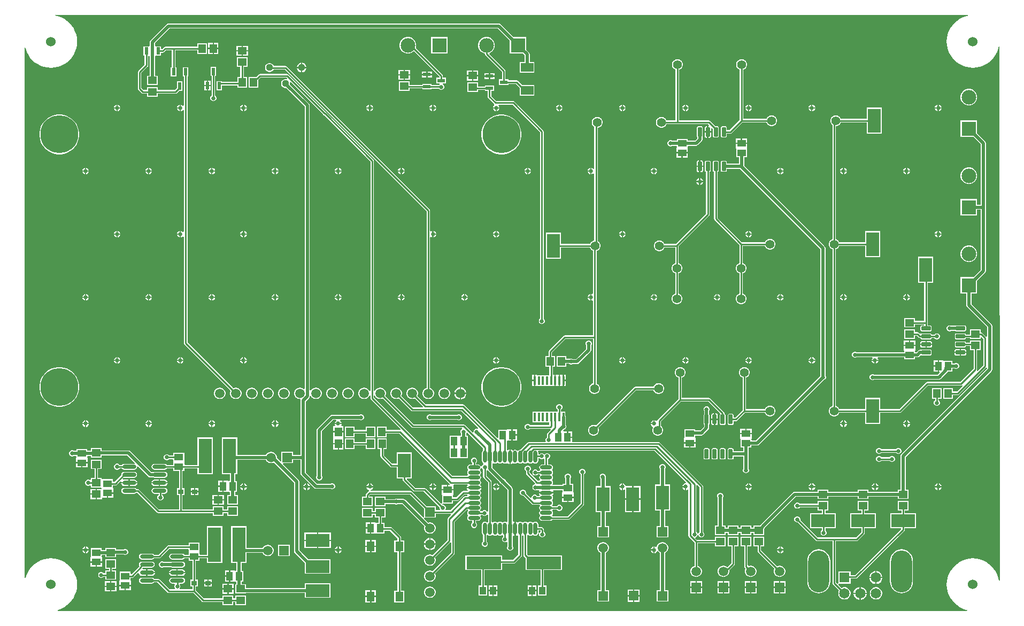
<source format=gbr>
%TF.GenerationSoftware,Altium Limited,Altium Designer,22.7.1 (60)*%
G04 Layer_Physical_Order=1*
G04 Layer_Color=255*
%FSLAX43Y43*%
%MOMM*%
%TF.SameCoordinates,2ABDD118-431D-4485-972F-9944B14BA474*%
%TF.FilePolarity,Positive*%
%TF.FileFunction,Copper,L1,Top,Signal*%
%TF.Part,Single*%
G01*
G75*
%TA.AperFunction,SMDPad,CuDef*%
%ADD10R,0.600X1.150*%
%ADD11R,3.800X2.030*%
%ADD12R,1.150X0.600*%
%ADD13R,0.840X0.740*%
%ADD14R,2.030X1.400*%
%ADD15R,5.500X2.000*%
%ADD16R,0.350X1.400*%
%ADD17R,1.400X1.100*%
%ADD18R,2.030X3.800*%
%ADD19R,1.400X1.200*%
%ADD20R,1.100X1.400*%
G04:AMPARAMS|DCode=21|XSize=0.6mm|YSize=1.45mm|CornerRadius=0.051mm|HoleSize=0mm|Usage=FLASHONLY|Rotation=90.000|XOffset=0mm|YOffset=0mm|HoleType=Round|Shape=RoundedRectangle|*
%AMROUNDEDRECTD21*
21,1,0.600,1.348,0,0,90.0*
21,1,0.498,1.450,0,0,90.0*
1,1,0.102,0.674,0.249*
1,1,0.102,0.674,-0.249*
1,1,0.102,-0.674,-0.249*
1,1,0.102,-0.674,0.249*
%
%ADD21ROUNDEDRECTD21*%
%ADD22R,1.200X1.400*%
G04:AMPARAMS|DCode=23|XSize=0.6mm|YSize=1.45mm|CornerRadius=0.051mm|HoleSize=0mm|Usage=FLASHONLY|Rotation=0.000|XOffset=0mm|YOffset=0mm|HoleType=Round|Shape=RoundedRectangle|*
%AMROUNDEDRECTD23*
21,1,0.600,1.348,0,0,0.0*
21,1,0.498,1.450,0,0,0.0*
1,1,0.102,0.249,-0.674*
1,1,0.102,-0.249,-0.674*
1,1,0.102,-0.249,0.674*
1,1,0.102,0.249,0.674*
%
%ADD23ROUNDEDRECTD23*%
%ADD24O,0.600X1.900*%
%ADD25O,1.900X0.600*%
%ADD26O,2.200X0.600*%
%ADD27R,2.150X5.500*%
%ADD28R,1.000X1.300*%
%ADD29R,1.300X1.550*%
%TA.AperFunction,Conductor*%
%ADD30C,0.254*%
%ADD31C,0.500*%
%TA.AperFunction,ComponentPad*%
%ADD32O,3.316X6.632*%
%ADD33C,1.650*%
%ADD34R,1.650X1.650*%
%ADD35C,1.120*%
%ADD36C,1.500*%
%ADD37C,6.000*%
%ADD38R,1.500X1.500*%
%ADD39C,2.325*%
%ADD40R,2.325X2.325*%
%ADD41R,2.325X2.325*%
%ADD42R,1.500X1.500*%
%ADD43C,1.400*%
%TA.AperFunction,ViaPad*%
%ADD44C,1.524*%
%ADD45C,0.650*%
G36*
X149710Y94729D02*
X149725Y94578D01*
X149423Y94518D01*
X148908Y94343D01*
X148420Y94103D01*
X147968Y93800D01*
X147559Y93441D01*
X147200Y93032D01*
X146897Y92580D01*
X146657Y92092D01*
X146482Y91577D01*
X146376Y91043D01*
X146340Y90500D01*
X146376Y89957D01*
X146482Y89423D01*
X146657Y88908D01*
X146897Y88420D01*
X147200Y87968D01*
X147559Y87559D01*
X147968Y87200D01*
X148420Y86897D01*
X148908Y86657D01*
X149423Y86482D01*
X149957Y86376D01*
X150500Y86340D01*
X151043Y86376D01*
X151577Y86482D01*
X152092Y86657D01*
X152580Y86897D01*
X153032Y87200D01*
X153441Y87559D01*
X153800Y87968D01*
X154103Y88420D01*
X154343Y88908D01*
X154518Y89423D01*
X154578Y89725D01*
X154729Y89710D01*
X154756Y5157D01*
X154605Y5142D01*
X154518Y5577D01*
X154343Y6092D01*
X154103Y6580D01*
X153800Y7032D01*
X153441Y7442D01*
X153032Y7800D01*
X152580Y8103D01*
X152092Y8343D01*
X151577Y8518D01*
X151043Y8624D01*
X150500Y8660D01*
X149957Y8624D01*
X149423Y8518D01*
X148908Y8343D01*
X148420Y8103D01*
X147968Y7800D01*
X147559Y7442D01*
X147200Y7032D01*
X146897Y6580D01*
X146657Y6092D01*
X146482Y5577D01*
X146376Y5043D01*
X146340Y4500D01*
X146376Y3957D01*
X146482Y3423D01*
X146657Y2908D01*
X146897Y2420D01*
X147200Y1968D01*
X147559Y1559D01*
X147968Y1200D01*
X148420Y897D01*
X148908Y657D01*
X149423Y482D01*
X149578Y451D01*
X149563Y300D01*
X5570Y326D01*
X5555Y477D01*
X5577Y482D01*
X6092Y657D01*
X6580Y897D01*
X7032Y1200D01*
X7442Y1559D01*
X7800Y1968D01*
X8103Y2420D01*
X8343Y2908D01*
X8518Y3423D01*
X8624Y3957D01*
X8660Y4500D01*
X8624Y5043D01*
X8518Y5577D01*
X8343Y6092D01*
X8103Y6580D01*
X7800Y7032D01*
X7442Y7442D01*
X7032Y7800D01*
X6580Y8103D01*
X6092Y8343D01*
X5577Y8518D01*
X5043Y8624D01*
X4500Y8660D01*
X3957Y8624D01*
X3423Y8518D01*
X2908Y8343D01*
X2420Y8103D01*
X1968Y7800D01*
X1559Y7442D01*
X1200Y7032D01*
X897Y6580D01*
X657Y6092D01*
X482Y5577D01*
X478Y5556D01*
X327Y5571D01*
X311Y89507D01*
X462Y89522D01*
X482Y89423D01*
X657Y88908D01*
X897Y88420D01*
X1200Y87968D01*
X1559Y87559D01*
X1968Y87200D01*
X2420Y86897D01*
X2908Y86657D01*
X3423Y86482D01*
X3957Y86376D01*
X4500Y86340D01*
X5043Y86376D01*
X5577Y86482D01*
X6092Y86657D01*
X6580Y86897D01*
X7032Y87200D01*
X7442Y87559D01*
X7800Y87968D01*
X8103Y88420D01*
X8343Y88908D01*
X8518Y89423D01*
X8624Y89957D01*
X8660Y90500D01*
X8624Y91043D01*
X8518Y91577D01*
X8343Y92092D01*
X8103Y92580D01*
X7800Y93032D01*
X7442Y93441D01*
X7032Y93800D01*
X6580Y94103D01*
X6092Y94343D01*
X5577Y94518D01*
X5173Y94598D01*
X5188Y94749D01*
X149710Y94729D01*
D02*
G37*
%LPC*%
G36*
X31026Y90308D02*
X30326D01*
Y89508D01*
X31026D01*
Y90308D01*
D02*
G37*
G36*
X30126D02*
X29426D01*
Y89508D01*
X30126D01*
Y90308D01*
D02*
G37*
G36*
X35698Y89838D02*
X34898D01*
Y89138D01*
X35698D01*
Y89838D01*
D02*
G37*
G36*
X34698D02*
X33898D01*
Y89138D01*
X34698D01*
Y89838D01*
D02*
G37*
G36*
X67354Y91230D02*
X64727D01*
Y88603D01*
X67354D01*
Y91230D01*
D02*
G37*
G36*
X31026Y89308D02*
X30326D01*
Y88508D01*
X31026D01*
Y89308D01*
D02*
G37*
G36*
X30126D02*
X29426D01*
Y88508D01*
X30126D01*
Y89308D01*
D02*
G37*
G36*
X35698Y88938D02*
X34898D01*
Y88238D01*
X35698D01*
Y88938D01*
D02*
G37*
G36*
X34698D02*
X33898D01*
Y88238D01*
X34698D01*
Y88938D01*
D02*
G37*
G36*
X44304Y87146D02*
X44304D01*
Y86486D01*
X44964D01*
Y86486D01*
X44912Y86679D01*
X44812Y86853D01*
X44671Y86994D01*
X44498Y87094D01*
X44304Y87146D01*
D02*
G37*
G36*
X44104D02*
X44104D01*
X43911Y87094D01*
X43738Y86994D01*
X43596Y86853D01*
X43496Y86679D01*
X43444Y86486D01*
Y86486D01*
X44104D01*
Y87146D01*
D02*
G37*
G36*
X44964Y86286D02*
X44304D01*
Y85626D01*
X44304D01*
X44498Y85678D01*
X44671Y85778D01*
X44812Y85919D01*
X44912Y86093D01*
X44964Y86286D01*
Y86286D01*
D02*
G37*
G36*
X44104D02*
X43444D01*
Y86286D01*
X43496Y86093D01*
X43596Y85919D01*
X43738Y85778D01*
X43911Y85678D01*
X44104Y85626D01*
X44104D01*
Y86286D01*
D02*
G37*
G36*
X75438Y93373D02*
X23114D01*
X22958Y93342D01*
X22825Y93253D01*
X20285Y90713D01*
X20196Y90580D01*
X20165Y90424D01*
Y89849D01*
X20075Y89735D01*
X20014Y89735D01*
X19173D01*
Y88283D01*
X19341D01*
Y86849D01*
X18342Y85850D01*
X18280Y85758D01*
X18259Y85650D01*
Y83058D01*
X18280Y82950D01*
X18342Y82858D01*
X18850Y82350D01*
X18942Y82288D01*
X19050Y82267D01*
X19723D01*
Y81799D01*
X21425D01*
Y82267D01*
X24260D01*
X24368Y82288D01*
X24460Y82350D01*
X24842Y82731D01*
X25343D01*
Y84183D01*
X24441D01*
Y83132D01*
X24143Y82833D01*
X21425D01*
Y83301D01*
X19723D01*
Y82833D01*
X19167D01*
X18825Y83175D01*
Y85532D01*
X19824Y86531D01*
X19886Y86623D01*
X19907Y86732D01*
Y88176D01*
X19949Y88217D01*
X20134Y88208D01*
X20165Y88169D01*
Y87485D01*
X20123D01*
Y86033D01*
X20165D01*
Y85101D01*
X19723D01*
Y83599D01*
X21425D01*
Y85101D01*
X20983D01*
Y86033D01*
X21025D01*
Y87485D01*
X20983D01*
Y88169D01*
X21073Y88283D01*
X21134Y88283D01*
X21975D01*
Y88726D01*
X22207D01*
X22316Y88747D01*
X22407Y88809D01*
X22723Y89125D01*
X23659D01*
Y86433D01*
X23491D01*
Y84981D01*
X24393D01*
Y86433D01*
X24225D01*
Y89125D01*
X27675D01*
Y88557D01*
X29177D01*
Y90259D01*
X27675D01*
Y89691D01*
X22606D01*
X22498Y89670D01*
X22406Y89608D01*
X22126Y89329D01*
X21975Y89380D01*
Y89735D01*
X21134D01*
X21073Y89735D01*
X20983Y89849D01*
Y90255D01*
X23283Y92555D01*
X75269D01*
X77173Y90651D01*
Y88603D01*
X79221D01*
X79497Y88327D01*
Y87273D01*
X78740D01*
Y85571D01*
X81072D01*
Y87273D01*
X80315D01*
Y88496D01*
X80284Y88652D01*
X80195Y88785D01*
X79799Y89181D01*
Y91229D01*
X77751D01*
X75727Y93253D01*
X75594Y93342D01*
X75438Y93373D01*
D02*
G37*
G36*
X64819Y85778D02*
X64144D01*
Y85378D01*
X64819D01*
Y85778D01*
D02*
G37*
G36*
X63944D02*
X63269D01*
Y85378D01*
X63944D01*
Y85778D01*
D02*
G37*
G36*
X61352Y86028D02*
X60552D01*
Y85328D01*
X61352D01*
Y86028D01*
D02*
G37*
G36*
X60352D02*
X59552D01*
Y85328D01*
X60352D01*
Y86028D01*
D02*
G37*
G36*
X72170Y85912D02*
X71370D01*
Y85212D01*
X72170D01*
Y85912D01*
D02*
G37*
G36*
X71170D02*
X70370D01*
Y85212D01*
X71170D01*
Y85912D01*
D02*
G37*
G36*
X74725Y85524D02*
X74050D01*
Y85124D01*
X74725D01*
Y85524D01*
D02*
G37*
G36*
X73850D02*
X73175D01*
Y85124D01*
X73850D01*
Y85524D01*
D02*
G37*
G36*
X64819Y85178D02*
X64144D01*
Y84778D01*
X64819D01*
Y85178D01*
D02*
G37*
G36*
X63944D02*
X63269D01*
Y84778D01*
X63944D01*
Y85178D01*
D02*
G37*
G36*
X41910Y85373D02*
X37592D01*
X37484Y85352D01*
X37392Y85290D01*
X37027Y84926D01*
X37022Y84925D01*
X35825D01*
Y83223D01*
X37327D01*
Y84432D01*
X37349Y84447D01*
X37709Y84807D01*
X41793D01*
X41933Y84666D01*
X41854Y84531D01*
X41758Y84557D01*
X41571D01*
X41390Y84509D01*
X41228Y84415D01*
X41095Y84283D01*
X41002Y84120D01*
X40953Y83940D01*
Y83752D01*
X41002Y83572D01*
X41095Y83409D01*
X41228Y83277D01*
X41390Y83183D01*
X41571Y83135D01*
X41758D01*
X41762Y83136D01*
X44684Y80214D01*
Y35544D01*
X44533Y35481D01*
X44495Y35519D01*
X44290Y35638D01*
X44061Y35699D01*
X43823D01*
X43594Y35638D01*
X43389Y35519D01*
X43221Y35351D01*
X43102Y35146D01*
X43041Y34917D01*
Y34679D01*
X43102Y34450D01*
X43221Y34245D01*
X43389Y34077D01*
X43594Y33958D01*
X43823Y33897D01*
X43942D01*
X43948Y33894D01*
X44055Y33746D01*
X44041Y33678D01*
Y25047D01*
X42811D01*
Y25539D01*
X41009D01*
Y24029D01*
X40869Y23971D01*
X40271Y24569D01*
Y24757D01*
X40210Y24986D01*
X40091Y25191D01*
X39923Y25359D01*
X39718Y25478D01*
X39489Y25539D01*
X39251D01*
X39022Y25478D01*
X38817Y25359D01*
X38649Y25191D01*
X38566Y25047D01*
X34032D01*
Y27793D01*
X31580D01*
Y21991D01*
X32865D01*
Y21024D01*
X32758Y20917D01*
X32655D01*
X32524Y20966D01*
X32442Y20966D01*
X31874D01*
Y20066D01*
Y19166D01*
X32442D01*
X32524Y19166D01*
X32655Y19215D01*
X32758D01*
X32865Y19108D01*
Y18669D01*
X32423D01*
Y17167D01*
X34125D01*
Y18669D01*
X33683D01*
Y19215D01*
X33975D01*
Y20917D01*
X33683D01*
Y21991D01*
X34032D01*
Y24229D01*
X38566D01*
X38649Y24085D01*
X38817Y23917D01*
X39022Y23798D01*
X39251Y23737D01*
X39489D01*
X39718Y23798D01*
X39824Y23860D01*
X43025Y20659D01*
Y9783D01*
X43056Y9627D01*
X43145Y9494D01*
X44685Y7954D01*
Y6200D01*
X48787D01*
Y8532D01*
X45263D01*
X43843Y9952D01*
Y20828D01*
X43812Y20984D01*
X43723Y21117D01*
X41243Y23598D01*
X41300Y23737D01*
X42811D01*
Y24229D01*
X44041D01*
Y22098D01*
X44072Y21942D01*
X44161Y21809D01*
X46193Y19777D01*
X46326Y19688D01*
X46482Y19657D01*
X46482Y19657D01*
X48765D01*
X48927Y19590D01*
X49117D01*
X49292Y19662D01*
X49426Y19796D01*
X49498Y19971D01*
Y20161D01*
X49426Y20336D01*
X49292Y20470D01*
X49117Y20542D01*
X48927D01*
X48765Y20475D01*
X46651D01*
X44859Y22267D01*
Y24638D01*
Y33509D01*
X45382Y34032D01*
X45471Y34165D01*
X45502Y34321D01*
Y34335D01*
X45525Y34351D01*
X45725Y34308D01*
X45761Y34245D01*
X45929Y34077D01*
X46134Y33958D01*
X46363Y33897D01*
X46601D01*
X46830Y33958D01*
X47035Y34077D01*
X47203Y34245D01*
X47322Y34450D01*
X47383Y34679D01*
Y34917D01*
X47322Y35146D01*
X47203Y35351D01*
X47035Y35519D01*
X46830Y35638D01*
X46601Y35699D01*
X46363D01*
X46134Y35638D01*
X45929Y35519D01*
X45761Y35351D01*
X45725Y35288D01*
X45525Y35245D01*
X45502Y35262D01*
Y80383D01*
X45471Y80539D01*
X45382Y80672D01*
X42360Y83694D01*
X42375Y83752D01*
Y83940D01*
X42349Y84036D01*
X42485Y84114D01*
X47626Y78973D01*
X47626Y78973D01*
X47700Y78899D01*
X47700Y78899D01*
X55089Y71511D01*
Y35181D01*
X54942Y35146D01*
X54823Y35351D01*
X54655Y35519D01*
X54450Y35638D01*
X54221Y35699D01*
X53983D01*
X53754Y35638D01*
X53549Y35519D01*
X53381Y35351D01*
X53262Y35146D01*
X53201Y34917D01*
Y34679D01*
X53262Y34450D01*
X53381Y34245D01*
X53549Y34077D01*
X53754Y33958D01*
X53983Y33897D01*
X54221D01*
X54450Y33958D01*
X54655Y34077D01*
X54823Y34245D01*
X54942Y34450D01*
X55089Y34415D01*
Y34024D01*
X55110Y33916D01*
X55172Y33824D01*
X59868Y29127D01*
X59816Y29008D01*
X59796Y28985D01*
X57669D01*
Y29553D01*
X56167D01*
Y27851D01*
X57669D01*
Y28419D01*
X59689D01*
X67658Y20450D01*
X67679Y20435D01*
X67634Y20284D01*
X67410D01*
Y19634D01*
X68210D01*
Y20216D01*
X68210Y20284D01*
X68327Y20367D01*
X70438D01*
X70505Y20231D01*
X70485Y20180D01*
X70395Y20045D01*
X70376Y19950D01*
X71516D01*
X72656D01*
X72637Y20045D01*
X72547Y20180D01*
X72491Y20325D01*
X72591Y20474D01*
X72626Y20650D01*
X72591Y20826D01*
X72506Y20953D01*
X72491Y21031D01*
Y21069D01*
X72506Y21147D01*
X72591Y21274D01*
X72626Y21450D01*
X72591Y21626D01*
X72506Y21753D01*
X72491Y21831D01*
Y21869D01*
X72506Y21947D01*
X72591Y22074D01*
X72626Y22250D01*
X72591Y22426D01*
X72506Y22553D01*
X72491Y22631D01*
Y22669D01*
X72506Y22747D01*
X72591Y22874D01*
X72606Y22949D01*
X72763Y22964D01*
X72812Y22844D01*
X72933Y22724D01*
Y21602D01*
X72954Y21494D01*
X73016Y21402D01*
X73733Y20685D01*
Y16122D01*
X73582Y16092D01*
X73580Y16095D01*
X73446Y16229D01*
X73271Y16301D01*
X73082D01*
X72907Y16229D01*
X72799Y16121D01*
X72527D01*
X72506Y16153D01*
X72491Y16231D01*
Y16269D01*
X72506Y16347D01*
X72591Y16474D01*
X72626Y16650D01*
X72591Y16826D01*
X72506Y16953D01*
X72491Y17031D01*
Y17069D01*
X72506Y17147D01*
X72591Y17274D01*
X72626Y17450D01*
X72591Y17626D01*
X72506Y17753D01*
X72491Y17831D01*
Y17869D01*
X72506Y17947D01*
X72591Y18074D01*
X72626Y18250D01*
X72591Y18426D01*
X72506Y18553D01*
X72491Y18631D01*
Y18669D01*
X72506Y18747D01*
X72591Y18874D01*
X72626Y19050D01*
X72591Y19226D01*
X72491Y19375D01*
X72547Y19520D01*
X72637Y19655D01*
X72656Y19750D01*
X71516D01*
X70376D01*
X70395Y19655D01*
X70485Y19520D01*
X70505Y19469D01*
X70438Y19333D01*
X69836D01*
X69727Y19312D01*
X69635Y19250D01*
X68702Y18317D01*
X68161D01*
Y18653D01*
X68210Y18784D01*
X68210Y18866D01*
Y19434D01*
X66410D01*
Y18866D01*
X66410Y18784D01*
X66459Y18653D01*
Y17483D01*
X66459Y17448D01*
X66322Y17319D01*
X66279Y17320D01*
X63864Y19734D01*
X63772Y19796D01*
X63664Y19817D01*
X62193D01*
X60845Y21166D01*
X60907Y21317D01*
X61618D01*
Y25419D01*
X59286D01*
Y23651D01*
X58537D01*
X57237Y24951D01*
Y25961D01*
X57705D01*
Y27663D01*
X56203D01*
Y25961D01*
X56671D01*
Y24834D01*
X56692Y24726D01*
X56754Y24634D01*
X58220Y23168D01*
X58312Y23106D01*
X58420Y23085D01*
X59286D01*
Y21317D01*
X60169D01*
Y21158D01*
X60190Y21050D01*
X60252Y20958D01*
X61876Y19334D01*
X61968Y19272D01*
X62076Y19251D01*
X63547D01*
X66072Y16725D01*
Y16555D01*
X66121Y16436D01*
X66042Y16285D01*
X65417D01*
Y16903D01*
X64016D01*
X61668Y19250D01*
X61576Y19312D01*
X61468Y19333D01*
X55127D01*
X55104Y19475D01*
X55297Y19555D01*
X55445Y19703D01*
X55525Y19896D01*
Y19900D01*
X54475D01*
Y19896D01*
X54555Y19703D01*
X54703Y19555D01*
X54896Y19475D01*
X54909Y19324D01*
X54848Y19312D01*
X54756Y19250D01*
X54410Y18904D01*
X54348Y18812D01*
X54327Y18704D01*
Y18415D01*
X53759D01*
Y16913D01*
X55461D01*
Y18415D01*
X54893D01*
Y18587D01*
X55073Y18767D01*
X61351D01*
X63615Y16502D01*
Y15240D01*
X63615Y15155D01*
X63470Y15086D01*
X60603Y17953D01*
X60471Y18042D01*
X60314Y18073D01*
X59371D01*
X59277Y18112D01*
X59087D01*
X58925Y18045D01*
X57493D01*
Y18415D01*
X55791D01*
Y16913D01*
X57493D01*
Y17227D01*
X58925D01*
X59087Y17160D01*
X59277D01*
X59452Y17232D01*
X59474Y17255D01*
X60145D01*
X63658Y13742D01*
X63615Y13581D01*
Y13343D01*
X63676Y13114D01*
X63795Y12909D01*
X63963Y12741D01*
X64168Y12622D01*
X64397Y12561D01*
X64635D01*
X64864Y12622D01*
X65069Y12741D01*
X65237Y12909D01*
X65356Y13114D01*
X65417Y13343D01*
Y13581D01*
X65356Y13810D01*
X65237Y14015D01*
X65069Y14183D01*
X64864Y14302D01*
X64635Y14363D01*
X64397D01*
X64236Y14320D01*
X63600Y14956D01*
X63669Y15101D01*
X63744Y15101D01*
X65417D01*
Y15719D01*
X67796D01*
X67859Y15568D01*
X67364Y15072D01*
X67302Y14980D01*
X67281Y14872D01*
Y11547D01*
X64921Y9188D01*
X64864Y9222D01*
X64635Y9283D01*
X64397D01*
X64168Y9222D01*
X63963Y9103D01*
X63795Y8935D01*
X63676Y8730D01*
X63615Y8501D01*
Y8263D01*
X63676Y8034D01*
X63795Y7829D01*
X63963Y7661D01*
X64168Y7542D01*
X64397Y7481D01*
X64635D01*
X64864Y7542D01*
X65069Y7661D01*
X65237Y7829D01*
X65356Y8034D01*
X65417Y8263D01*
Y8501D01*
X65356Y8730D01*
X65322Y8787D01*
X67720Y11185D01*
X67871Y11123D01*
Y9598D01*
X64921Y6648D01*
X64864Y6682D01*
X64635Y6743D01*
X64397D01*
X64168Y6682D01*
X63963Y6563D01*
X63795Y6395D01*
X63676Y6190D01*
X63615Y5961D01*
Y5723D01*
X63676Y5494D01*
X63795Y5289D01*
X63963Y5121D01*
X64168Y5002D01*
X64397Y4941D01*
X64635D01*
X64864Y5002D01*
X65069Y5121D01*
X65237Y5289D01*
X65356Y5494D01*
X65417Y5723D01*
Y5961D01*
X65356Y6190D01*
X65322Y6247D01*
X68355Y9280D01*
X68416Y9372D01*
X68438Y9480D01*
Y14443D01*
X70361Y16367D01*
X70509D01*
X70540Y16227D01*
X70526Y16153D01*
X70441Y16026D01*
X70406Y15850D01*
X70441Y15674D01*
X70526Y15547D01*
X70541Y15469D01*
Y15431D01*
X70526Y15353D01*
X70441Y15226D01*
X70406Y15050D01*
X70441Y14874D01*
X70541Y14725D01*
X70690Y14625D01*
X70866Y14590D01*
X71233D01*
Y14324D01*
X71112Y14204D01*
X71040Y14029D01*
Y13839D01*
X71112Y13664D01*
X71246Y13530D01*
X71421Y13458D01*
X71611D01*
X71786Y13530D01*
X71920Y13664D01*
X71992Y13839D01*
Y14029D01*
X71920Y14204D01*
X71799Y14324D01*
Y14590D01*
X72166D01*
X72342Y14625D01*
X72491Y14725D01*
X72591Y14874D01*
X72626Y15050D01*
X72591Y15226D01*
X72506Y15353D01*
X72495Y15410D01*
X72531Y15473D01*
X72607Y15554D01*
X72775D01*
X72907Y15422D01*
X73082Y15349D01*
X73271D01*
X73446Y15422D01*
X73580Y15556D01*
X73582Y15559D01*
X73733Y15529D01*
Y14357D01*
X73593Y14326D01*
X73519Y14340D01*
X73392Y14425D01*
X73216Y14460D01*
X73040Y14425D01*
X72891Y14325D01*
X72791Y14176D01*
X72756Y14000D01*
Y12700D01*
X72791Y12524D01*
X72891Y12375D01*
X72933Y12347D01*
Y11326D01*
X72812Y11206D01*
X72740Y11031D01*
Y10841D01*
X72812Y10666D01*
X72946Y10532D01*
X73121Y10460D01*
X73311D01*
X73486Y10532D01*
X73620Y10666D01*
X73692Y10841D01*
Y11031D01*
X73620Y11206D01*
X73499Y11326D01*
Y12343D01*
X73639Y12374D01*
X73713Y12360D01*
X73840Y12275D01*
X74016Y12240D01*
X74192Y12275D01*
X74319Y12360D01*
X74397Y12375D01*
X74435D01*
X74513Y12360D01*
X74640Y12275D01*
X74816Y12240D01*
X74992Y12275D01*
X75119Y12360D01*
X75197Y12375D01*
X75235D01*
X75313Y12360D01*
X75440Y12275D01*
X75616Y12240D01*
X75792Y12275D01*
X75919Y12360D01*
X75993Y12374D01*
X75999Y12373D01*
X76133Y12241D01*
Y12074D01*
X76012Y11954D01*
X75940Y11779D01*
Y11589D01*
X76012Y11414D01*
X76146Y11280D01*
X76321Y11208D01*
X76511D01*
X76656Y11268D01*
X76807Y11205D01*
Y10590D01*
X76740Y10428D01*
Y10238D01*
X76812Y10063D01*
X76946Y9929D01*
X77121Y9857D01*
X77311D01*
X77486Y9929D01*
X77620Y10063D01*
X77692Y10238D01*
Y10428D01*
X77625Y10590D01*
Y12178D01*
X77776Y12259D01*
X77821Y12229D01*
X77916Y12210D01*
Y13350D01*
Y14490D01*
X77821Y14471D01*
X77776Y14441D01*
X77625Y14522D01*
Y19644D01*
X77594Y19801D01*
X77505Y19933D01*
X76503Y20936D01*
X76436Y21098D01*
X76302Y21232D01*
X76140Y21299D01*
X74425Y23014D01*
Y23637D01*
X74576Y23718D01*
X74640Y23675D01*
X74816Y23640D01*
X74992Y23675D01*
X75119Y23760D01*
X75197Y23775D01*
X75235D01*
X75313Y23760D01*
X75440Y23675D01*
X75616Y23640D01*
X75792Y23675D01*
X75919Y23760D01*
X75997Y23775D01*
X76035D01*
X76113Y23760D01*
X76240Y23675D01*
X76416Y23640D01*
X76592Y23675D01*
X76741Y23775D01*
X76886Y23719D01*
X77021Y23629D01*
X77116Y23610D01*
Y24750D01*
Y25890D01*
X77021Y25871D01*
X76886Y25781D01*
X76835Y25761D01*
X76699Y25828D01*
Y27177D01*
X76782Y27294D01*
X76864Y27294D01*
X77432D01*
Y28194D01*
X77532D01*
D01*
X77432D01*
Y29094D01*
X76864D01*
X76782Y29094D01*
X76652Y29045D01*
X75331D01*
Y27778D01*
X75192Y27720D01*
X69945Y32966D01*
X69853Y33028D01*
X69745Y33049D01*
X63871D01*
X62528Y34393D01*
X62562Y34450D01*
X62623Y34679D01*
Y34917D01*
X62562Y35146D01*
X62443Y35351D01*
X62275Y35519D01*
X62070Y35638D01*
X61841Y35699D01*
X61603D01*
X61374Y35638D01*
X61169Y35519D01*
X61001Y35351D01*
X60882Y35146D01*
X60821Y34917D01*
Y34679D01*
X60882Y34450D01*
X61001Y34245D01*
X61169Y34077D01*
X61374Y33958D01*
X61603Y33897D01*
X61841D01*
X62070Y33958D01*
X62127Y33992D01*
X63427Y32692D01*
X63364Y32541D01*
X61839D01*
X59988Y34393D01*
X60022Y34450D01*
X60083Y34679D01*
Y34917D01*
X60022Y35146D01*
X59903Y35351D01*
X59735Y35519D01*
X59530Y35638D01*
X59301Y35699D01*
X59063D01*
X58834Y35638D01*
X58629Y35519D01*
X58461Y35351D01*
X58342Y35146D01*
X58281Y34917D01*
Y34679D01*
X58342Y34450D01*
X58461Y34245D01*
X58629Y34077D01*
X58834Y33958D01*
X59063Y33897D01*
X59301D01*
X59530Y33958D01*
X59587Y33992D01*
X61522Y32058D01*
X61614Y31996D01*
X61722Y31975D01*
X69479D01*
X72183Y29270D01*
X72097Y29142D01*
X72011Y29178D01*
X71822D01*
X71647Y29106D01*
X71513Y28972D01*
X71440Y28797D01*
Y28647D01*
X71324Y28578D01*
X71301Y28573D01*
X70060Y29813D01*
X69968Y29875D01*
X69860Y29896D01*
X61945D01*
X57448Y34393D01*
X57482Y34450D01*
X57543Y34679D01*
Y34917D01*
X57482Y35146D01*
X57363Y35351D01*
X57195Y35519D01*
X56990Y35638D01*
X56761Y35699D01*
X56523D01*
X56294Y35638D01*
X56089Y35519D01*
X55921Y35351D01*
X55802Y35146D01*
X55655Y35181D01*
Y71628D01*
X55634Y71736D01*
X55572Y71828D01*
X48101Y79300D01*
X48027Y79374D01*
X48027Y79374D01*
X42110Y85290D01*
X42018Y85352D01*
X41910Y85373D01*
D02*
G37*
G36*
X74725Y84924D02*
X74050D01*
Y84524D01*
X74725D01*
Y84924D01*
D02*
G37*
G36*
X73850D02*
X73175D01*
Y84524D01*
X73850D01*
Y84924D01*
D02*
G37*
G36*
X61352Y85128D02*
X60552D01*
Y84428D01*
X61352D01*
Y85128D01*
D02*
G37*
G36*
X60352D02*
X59552D01*
Y84428D01*
X60352D01*
Y85128D01*
D02*
G37*
G36*
X72170Y85012D02*
X71370D01*
Y84312D01*
X72170D01*
Y85012D01*
D02*
G37*
G36*
X71170D02*
X70370D01*
Y84312D01*
X71170D01*
Y85012D01*
D02*
G37*
G36*
X35649Y87989D02*
X33947D01*
Y86487D01*
X34493D01*
Y84925D01*
X34025D01*
Y84129D01*
X31627D01*
Y84248D01*
X30725D01*
Y82796D01*
X31627D01*
Y83563D01*
X34025D01*
Y83223D01*
X35527D01*
Y84925D01*
X35059D01*
Y86487D01*
X35649D01*
Y87989D01*
D02*
G37*
G36*
X61213Y91230D02*
X60867D01*
X60533Y91140D01*
X60234Y90967D01*
X59989Y90723D01*
X59816Y90423D01*
X59727Y90089D01*
Y89743D01*
X59816Y89409D01*
X59989Y89109D01*
X60234Y88865D01*
X60533Y88692D01*
X60867Y88603D01*
X61213D01*
X61547Y88692D01*
X61847Y88865D01*
X61982Y89001D01*
X66011Y84973D01*
Y84779D01*
X65568D01*
Y83877D01*
X66020D01*
X66050Y83726D01*
X66024Y83716D01*
X65937Y83628D01*
X64770D01*
Y83829D01*
X63318D01*
Y83661D01*
X61303D01*
Y84179D01*
X59601D01*
Y82677D01*
X61303D01*
Y83095D01*
X63318D01*
Y82927D01*
X64770D01*
Y83062D01*
X65883D01*
X65890Y83042D01*
X66024Y82908D01*
X66199Y82836D01*
X66389D01*
X66564Y82908D01*
X66698Y83042D01*
X66770Y83217D01*
Y83407D01*
X66698Y83582D01*
X66564Y83716D01*
X66538Y83726D01*
X66568Y83877D01*
X67020D01*
Y84779D01*
X66577D01*
Y85090D01*
X66556Y85198D01*
X66494Y85290D01*
X62288Y89497D01*
X62354Y89743D01*
Y90089D01*
X62264Y90423D01*
X62091Y90723D01*
X61847Y90967D01*
X61547Y91140D01*
X61213Y91230D01*
D02*
G37*
G36*
X29776Y84297D02*
X29376D01*
Y83622D01*
X29776D01*
Y84297D01*
D02*
G37*
G36*
X29176D02*
X28776D01*
Y83622D01*
X29176D01*
Y84297D01*
D02*
G37*
G36*
X29776Y83422D02*
X29376D01*
Y82747D01*
X29776D01*
Y83422D01*
D02*
G37*
G36*
X29176D02*
X28776D01*
Y82747D01*
X29176D01*
Y83422D01*
D02*
G37*
G36*
X73659Y91229D02*
X73313D01*
X72979Y91140D01*
X72679Y90967D01*
X72435Y90723D01*
X72262Y90423D01*
X72173Y90089D01*
Y89743D01*
X72262Y89409D01*
X72435Y89109D01*
X72679Y88865D01*
X72979Y88692D01*
X73247Y88620D01*
Y88521D01*
X73269Y88413D01*
X73330Y88321D01*
X75917Y85735D01*
Y84525D01*
X75474D01*
Y83623D01*
X76926D01*
Y83791D01*
X78142D01*
X78740Y83192D01*
Y81891D01*
X81072D01*
Y83593D01*
X79141D01*
X78459Y84274D01*
X78367Y84336D01*
X78259Y84357D01*
X76926D01*
Y84525D01*
X76483D01*
Y85852D01*
X76462Y85960D01*
X76400Y86052D01*
X73933Y88520D01*
X73978Y88688D01*
X73993Y88692D01*
X74293Y88865D01*
X74537Y89109D01*
X74710Y89409D01*
X74800Y89743D01*
Y90089D01*
X74710Y90423D01*
X74537Y90723D01*
X74293Y90967D01*
X73993Y91140D01*
X73659Y91229D01*
D02*
G37*
G36*
X30677Y86498D02*
X29775D01*
Y85046D01*
X29943D01*
Y81924D01*
X29822Y81804D01*
X29750Y81629D01*
Y81439D01*
X29822Y81264D01*
X29956Y81130D01*
X30131Y81058D01*
X30321D01*
X30496Y81130D01*
X30630Y81264D01*
X30702Y81439D01*
Y81629D01*
X30630Y81804D01*
X30509Y81924D01*
Y85046D01*
X30677D01*
Y86498D01*
D02*
G37*
G36*
X150033Y83021D02*
X149687D01*
X149353Y82932D01*
X149053Y82759D01*
X148809Y82515D01*
X148636Y82215D01*
X148547Y81881D01*
Y81535D01*
X148636Y81201D01*
X148809Y80901D01*
X149053Y80657D01*
X149353Y80484D01*
X149687Y80395D01*
X150033D01*
X150367Y80484D01*
X150667Y80657D01*
X150911Y80901D01*
X151084Y81201D01*
X151174Y81535D01*
Y81881D01*
X151084Y82215D01*
X150911Y82515D01*
X150667Y82759D01*
X150367Y82932D01*
X150033Y83021D01*
D02*
G37*
G36*
X26293Y86433D02*
X25391D01*
Y84981D01*
X25559D01*
Y80388D01*
X25408Y80335D01*
X25297Y80445D01*
X25104Y80525D01*
X25100D01*
Y80000D01*
Y79475D01*
X25104D01*
X25297Y79555D01*
X25408Y79665D01*
X25559Y79612D01*
Y60388D01*
X25408Y60335D01*
X25297Y60445D01*
X25104Y60525D01*
X25100D01*
Y60000D01*
Y59475D01*
X25104D01*
X25297Y59555D01*
X25408Y59665D01*
X25559Y59612D01*
Y42738D01*
X25580Y42630D01*
X25642Y42538D01*
X32976Y35203D01*
X32942Y35146D01*
X32881Y34917D01*
Y34679D01*
X32942Y34450D01*
X33061Y34245D01*
X33229Y34077D01*
X33434Y33958D01*
X33663Y33897D01*
X33901D01*
X34130Y33958D01*
X34335Y34077D01*
X34503Y34245D01*
X34622Y34450D01*
X34683Y34679D01*
Y34917D01*
X34622Y35146D01*
X34503Y35351D01*
X34335Y35519D01*
X34130Y35638D01*
X33901Y35699D01*
X33663D01*
X33434Y35638D01*
X33377Y35604D01*
X26125Y42855D01*
Y84981D01*
X26293D01*
Y86433D01*
D02*
G37*
G36*
X145104Y80525D02*
X145100D01*
Y80100D01*
X145525D01*
Y80104D01*
X145445Y80297D01*
X145297Y80445D01*
X145104Y80525D01*
D02*
G37*
G36*
X144900D02*
X144896D01*
X144703Y80445D01*
X144555Y80297D01*
X144475Y80104D01*
Y80100D01*
X144900D01*
Y80525D01*
D02*
G37*
G36*
X125104D02*
X125100D01*
Y80100D01*
X125525D01*
Y80104D01*
X125445Y80297D01*
X125297Y80445D01*
X125104Y80525D01*
D02*
G37*
G36*
X124900D02*
X124896D01*
X124703Y80445D01*
X124555Y80297D01*
X124475Y80104D01*
Y80100D01*
X124900D01*
Y80525D01*
D02*
G37*
G36*
X115104D02*
X115100D01*
Y80100D01*
X115525D01*
Y80104D01*
X115445Y80297D01*
X115297Y80445D01*
X115104Y80525D01*
D02*
G37*
G36*
X114900D02*
X114896D01*
X114703Y80445D01*
X114555Y80297D01*
X114475Y80104D01*
Y80100D01*
X114900D01*
Y80525D01*
D02*
G37*
G36*
X105104D02*
X105100D01*
Y80100D01*
X105525D01*
Y80104D01*
X105445Y80297D01*
X105297Y80445D01*
X105104Y80525D01*
D02*
G37*
G36*
X104900D02*
X104896D01*
X104703Y80445D01*
X104555Y80297D01*
X104475Y80104D01*
Y80100D01*
X104900D01*
Y80525D01*
D02*
G37*
G36*
X95104D02*
X95100D01*
Y80100D01*
X95525D01*
Y80104D01*
X95445Y80297D01*
X95297Y80445D01*
X95104Y80525D01*
D02*
G37*
G36*
X94900D02*
X94896D01*
X94703Y80445D01*
X94555Y80297D01*
X94475Y80104D01*
Y80100D01*
X94900D01*
Y80525D01*
D02*
G37*
G36*
X85104D02*
X85100D01*
Y80100D01*
X85525D01*
Y80104D01*
X85445Y80297D01*
X85297Y80445D01*
X85104Y80525D01*
D02*
G37*
G36*
X84900D02*
X84896D01*
X84703Y80445D01*
X84555Y80297D01*
X84475Y80104D01*
Y80100D01*
X84900D01*
Y80525D01*
D02*
G37*
G36*
X65104D02*
X65100D01*
Y80100D01*
X65525D01*
Y80104D01*
X65445Y80297D01*
X65297Y80445D01*
X65104Y80525D01*
D02*
G37*
G36*
X64900D02*
X64896D01*
X64703Y80445D01*
X64555Y80297D01*
X64475Y80104D01*
Y80100D01*
X64900D01*
Y80525D01*
D02*
G37*
G36*
X55104D02*
X55100D01*
Y80100D01*
X55525D01*
Y80104D01*
X55445Y80297D01*
X55297Y80445D01*
X55104Y80525D01*
D02*
G37*
G36*
X54900D02*
X54896D01*
X54703Y80445D01*
X54555Y80297D01*
X54475Y80104D01*
Y80100D01*
X54900D01*
Y80525D01*
D02*
G37*
G36*
X35104D02*
X35100D01*
Y80100D01*
X35525D01*
Y80104D01*
X35445Y80297D01*
X35297Y80445D01*
X35104Y80525D01*
D02*
G37*
G36*
X34900D02*
X34896D01*
X34703Y80445D01*
X34555Y80297D01*
X34475Y80104D01*
Y80100D01*
X34900D01*
Y80525D01*
D02*
G37*
G36*
X24900D02*
X24896D01*
X24703Y80445D01*
X24555Y80297D01*
X24475Y80104D01*
Y80100D01*
X24900D01*
Y80525D01*
D02*
G37*
G36*
X15104D02*
X15100D01*
Y80100D01*
X15525D01*
Y80104D01*
X15445Y80297D01*
X15297Y80445D01*
X15104Y80525D01*
D02*
G37*
G36*
X14900D02*
X14896D01*
X14703Y80445D01*
X14555Y80297D01*
X14475Y80104D01*
Y80100D01*
X14900D01*
Y80525D01*
D02*
G37*
G36*
X145525Y79900D02*
X145100D01*
Y79475D01*
X145104D01*
X145297Y79555D01*
X145445Y79703D01*
X145525Y79896D01*
Y79900D01*
D02*
G37*
G36*
X144900D02*
X144475D01*
Y79896D01*
X144555Y79703D01*
X144703Y79555D01*
X144896Y79475D01*
X144900D01*
Y79900D01*
D02*
G37*
G36*
X125525D02*
X125100D01*
Y79475D01*
X125104D01*
X125297Y79555D01*
X125445Y79703D01*
X125525Y79896D01*
Y79900D01*
D02*
G37*
G36*
X124900D02*
X124475D01*
Y79896D01*
X124555Y79703D01*
X124703Y79555D01*
X124896Y79475D01*
X124900D01*
Y79900D01*
D02*
G37*
G36*
X115525D02*
X115100D01*
Y79475D01*
X115104D01*
X115297Y79555D01*
X115445Y79703D01*
X115525Y79896D01*
Y79900D01*
D02*
G37*
G36*
X114900D02*
X114475D01*
Y79896D01*
X114555Y79703D01*
X114703Y79555D01*
X114896Y79475D01*
X114900D01*
Y79900D01*
D02*
G37*
G36*
X105525D02*
X105100D01*
Y79475D01*
X105104D01*
X105297Y79555D01*
X105445Y79703D01*
X105525Y79896D01*
Y79900D01*
D02*
G37*
G36*
X104900D02*
X104475D01*
Y79896D01*
X104555Y79703D01*
X104703Y79555D01*
X104896Y79475D01*
X104900D01*
Y79900D01*
D02*
G37*
G36*
X95525D02*
X95100D01*
Y79475D01*
X95104D01*
X95297Y79555D01*
X95445Y79703D01*
X95525Y79896D01*
Y79900D01*
D02*
G37*
G36*
X94900D02*
X94475D01*
Y79896D01*
X94555Y79703D01*
X94703Y79555D01*
X94896Y79475D01*
X94900D01*
Y79900D01*
D02*
G37*
G36*
X85525D02*
X85100D01*
Y79475D01*
X85104D01*
X85297Y79555D01*
X85445Y79703D01*
X85525Y79896D01*
Y79900D01*
D02*
G37*
G36*
X84900D02*
X84475D01*
Y79896D01*
X84555Y79703D01*
X84703Y79555D01*
X84896Y79475D01*
X84900D01*
Y79900D01*
D02*
G37*
G36*
X75525D02*
X75100D01*
Y79475D01*
X75104D01*
X75297Y79555D01*
X75445Y79703D01*
X75525Y79896D01*
Y79900D01*
D02*
G37*
G36*
X74900D02*
X74475D01*
Y79896D01*
X74555Y79703D01*
X74703Y79555D01*
X74896Y79475D01*
X74900D01*
Y79900D01*
D02*
G37*
G36*
X65525D02*
X65100D01*
Y79475D01*
X65104D01*
X65297Y79555D01*
X65445Y79703D01*
X65525Y79896D01*
Y79900D01*
D02*
G37*
G36*
X64900D02*
X64475D01*
Y79896D01*
X64555Y79703D01*
X64703Y79555D01*
X64896Y79475D01*
X64900D01*
Y79900D01*
D02*
G37*
G36*
X55525D02*
X55100D01*
Y79475D01*
X55104D01*
X55297Y79555D01*
X55445Y79703D01*
X55525Y79896D01*
Y79900D01*
D02*
G37*
G36*
X54900D02*
X54475D01*
Y79896D01*
X54555Y79703D01*
X54703Y79555D01*
X54896Y79475D01*
X54900D01*
Y79900D01*
D02*
G37*
G36*
X35525D02*
X35100D01*
Y79475D01*
X35104D01*
X35297Y79555D01*
X35445Y79703D01*
X35525Y79896D01*
Y79900D01*
D02*
G37*
G36*
X34900D02*
X34475D01*
Y79896D01*
X34555Y79703D01*
X34703Y79555D01*
X34896Y79475D01*
X34900D01*
Y79900D01*
D02*
G37*
G36*
X24900D02*
X24475D01*
Y79896D01*
X24555Y79703D01*
X24703Y79555D01*
X24896Y79475D01*
X24900D01*
Y79900D01*
D02*
G37*
G36*
X15525D02*
X15100D01*
Y79475D01*
X15104D01*
X15297Y79555D01*
X15445Y79703D01*
X15525Y79896D01*
Y79900D01*
D02*
G37*
G36*
X14900D02*
X14475D01*
Y79896D01*
X14555Y79703D01*
X14703Y79555D01*
X14896Y79475D01*
X14900D01*
Y79900D01*
D02*
G37*
G36*
X136040Y80029D02*
X133708D01*
Y78261D01*
X129583D01*
X129571Y78306D01*
X129459Y78501D01*
X129301Y78659D01*
X129106Y78771D01*
X128890Y78829D01*
X128666D01*
X128450Y78771D01*
X128255Y78659D01*
X128097Y78501D01*
X127985Y78306D01*
X127927Y78090D01*
Y77866D01*
X127985Y77650D01*
X128097Y77455D01*
X128250Y77303D01*
X128241Y77256D01*
X128241Y77256D01*
X128241Y77256D01*
Y59225D01*
X128196Y59213D01*
X128001Y59101D01*
X127843Y58943D01*
X127731Y58748D01*
X127673Y58532D01*
Y58308D01*
X127731Y58092D01*
X127843Y57897D01*
X128001Y57739D01*
X128196Y57627D01*
X128241Y57615D01*
Y32809D01*
X128196Y32797D01*
X128001Y32685D01*
X127843Y32527D01*
X127731Y32332D01*
X127673Y32116D01*
Y31892D01*
X127731Y31676D01*
X127843Y31481D01*
X128001Y31323D01*
X128196Y31211D01*
X128412Y31153D01*
X128636D01*
X128852Y31211D01*
X129047Y31323D01*
X129205Y31481D01*
X129317Y31676D01*
X129329Y31721D01*
X133454D01*
Y29953D01*
X135786D01*
Y31721D01*
X138938D01*
X139046Y31742D01*
X139138Y31804D01*
X143373Y36039D01*
X148602D01*
X148710Y36060D01*
X148769Y36100D01*
X148866Y35982D01*
X147965Y35081D01*
X147309D01*
Y35649D01*
X145807D01*
Y33947D01*
X147309D01*
Y34515D01*
X148082D01*
X148190Y34536D01*
X148282Y34598D01*
X152600Y38916D01*
X152601Y38917D01*
X152736Y38874D01*
X152751Y38732D01*
X139157Y25138D01*
X139068Y25005D01*
X139037Y24849D01*
Y19559D01*
X138595D01*
Y19217D01*
X133947D01*
Y19559D01*
X132245D01*
Y19217D01*
X127597D01*
Y19559D01*
X125895D01*
Y19217D01*
X122290D01*
X122134Y19186D01*
X122001Y19097D01*
X116870Y13966D01*
X116796Y13855D01*
X115735D01*
Y13513D01*
X115405D01*
Y13855D01*
X113703D01*
Y13513D01*
X113373D01*
Y13855D01*
X111671D01*
Y13513D01*
X111341D01*
Y13855D01*
X110899D01*
Y18285D01*
X110966Y18447D01*
Y18637D01*
X110894Y18812D01*
X110760Y18946D01*
X110585Y19018D01*
X110395D01*
X110220Y18946D01*
X110086Y18812D01*
X110014Y18637D01*
Y18447D01*
X110081Y18285D01*
Y13855D01*
X109639D01*
Y12353D01*
X111341D01*
Y12695D01*
X111671D01*
Y12353D01*
X113373D01*
Y12695D01*
X113703D01*
Y12353D01*
X115405D01*
Y12695D01*
X115735D01*
Y12353D01*
X117437D01*
Y13277D01*
X117448Y13288D01*
X117537Y13421D01*
X117551Y13490D01*
X122459Y18399D01*
X125895D01*
Y18057D01*
X127597D01*
Y18399D01*
X132245D01*
Y18057D01*
X133947D01*
Y18399D01*
X138595D01*
Y18057D01*
X140297D01*
Y19559D01*
X139855D01*
Y24679D01*
X153451Y38276D01*
X153540Y38408D01*
X153571Y38565D01*
Y45466D01*
X153540Y45622D01*
X153451Y45755D01*
X150269Y48937D01*
Y50583D01*
X151174D01*
Y52631D01*
X152435Y53893D01*
X152524Y54026D01*
X152555Y54182D01*
Y64262D01*
Y74422D01*
X152524Y74578D01*
X152435Y74711D01*
X151174Y75973D01*
Y78022D01*
X148547D01*
Y75395D01*
X150595D01*
X151737Y74253D01*
Y64671D01*
X151174D01*
Y65576D01*
X148547D01*
Y62949D01*
X151174D01*
Y63853D01*
X151737D01*
Y54351D01*
X150595Y53210D01*
X148547D01*
Y50583D01*
X149451D01*
Y48768D01*
X149482Y48612D01*
X149571Y48479D01*
X152753Y45297D01*
Y43805D01*
X152602Y43759D01*
X152600Y43761D01*
X152009Y44353D01*
X151917Y44415D01*
X151808Y44436D01*
X151727D01*
Y44947D01*
X150025D01*
Y44098D01*
X149394D01*
X149385Y44143D01*
X149341Y44210D01*
X149274Y44254D01*
X149195Y44270D01*
X147847D01*
X147768Y44254D01*
X147701Y44210D01*
X147657Y44143D01*
X147641Y44064D01*
Y43566D01*
X147657Y43487D01*
X147701Y43420D01*
X147768Y43376D01*
X147847Y43360D01*
X149195D01*
X149274Y43376D01*
X149341Y43420D01*
X149385Y43487D01*
X149394Y43532D01*
X150025D01*
Y43445D01*
X151727D01*
Y43636D01*
X151867Y43694D01*
X152117Y43444D01*
Y39233D01*
X151216Y38332D01*
X151098Y38429D01*
X151138Y38488D01*
X151159Y38596D01*
Y41645D01*
X151727D01*
Y43147D01*
X150025D01*
Y42828D01*
X149394D01*
X149385Y42873D01*
X149341Y42940D01*
X149274Y42984D01*
X149195Y43000D01*
X147847D01*
X147768Y42984D01*
X147701Y42940D01*
X147657Y42873D01*
X147641Y42794D01*
Y42296D01*
X147657Y42217D01*
X147701Y42150D01*
X147768Y42106D01*
X147847Y42090D01*
X149195D01*
X149274Y42106D01*
X149341Y42150D01*
X149385Y42217D01*
X149394Y42262D01*
X150025D01*
Y41645D01*
X150593D01*
Y38714D01*
X148484Y36605D01*
X143256D01*
X143148Y36584D01*
X143056Y36522D01*
X138821Y32287D01*
X135786D01*
Y34055D01*
X133454D01*
Y32287D01*
X129329D01*
X129317Y32332D01*
X129205Y32527D01*
X129047Y32685D01*
X128852Y32797D01*
X128807Y32809D01*
Y57615D01*
X128852Y57627D01*
X129047Y57739D01*
X129205Y57897D01*
X129317Y58092D01*
X129329Y58137D01*
X133454D01*
Y56369D01*
X135786D01*
Y60471D01*
X133454D01*
Y58703D01*
X129329D01*
X129317Y58748D01*
X129205Y58943D01*
X129047Y59101D01*
X128852Y59213D01*
X128807Y59225D01*
Y77127D01*
X128890D01*
X129106Y77185D01*
X129301Y77297D01*
X129459Y77455D01*
X129571Y77650D01*
X129583Y77695D01*
X133708D01*
Y75927D01*
X136040D01*
Y80029D01*
D02*
G37*
G36*
X103806Y87719D02*
X103582D01*
X103366Y87661D01*
X103172Y87549D01*
X103013Y87391D01*
X102901Y87196D01*
X102843Y86980D01*
Y86756D01*
X102901Y86540D01*
X103013Y86345D01*
X103172Y86187D01*
X103366Y86075D01*
X103411Y86063D01*
Y78007D01*
X101959D01*
X101947Y78052D01*
X101835Y78247D01*
X101677Y78405D01*
X101483Y78517D01*
X101266Y78575D01*
X101042D01*
X100826Y78517D01*
X100632Y78405D01*
X100473Y78247D01*
X100361Y78052D01*
X100303Y77836D01*
Y77612D01*
X100361Y77396D01*
X100473Y77201D01*
X100632Y77043D01*
X100826Y76931D01*
X101042Y76873D01*
X101266D01*
X101483Y76931D01*
X101677Y77043D01*
X101835Y77201D01*
X101947Y77396D01*
X101959Y77441D01*
X108574D01*
X108734Y77281D01*
X108671Y77130D01*
X108620D01*
Y76300D01*
X109025D01*
Y76776D01*
X109176Y76838D01*
X109335Y76679D01*
Y75526D01*
X109351Y75447D01*
X109396Y75380D01*
X109463Y75336D01*
X109541Y75320D01*
X110039D01*
X110118Y75336D01*
X110185Y75380D01*
X110230Y75447D01*
X110245Y75526D01*
Y76874D01*
X110230Y76953D01*
X110185Y77020D01*
X110118Y77064D01*
X110039Y77080D01*
X109736D01*
X108892Y77924D01*
X108800Y77986D01*
X108691Y78007D01*
X103978D01*
Y86063D01*
X104023Y86075D01*
X104217Y86187D01*
X104375Y86345D01*
X104487Y86540D01*
X104545Y86756D01*
Y86980D01*
X104487Y87196D01*
X104375Y87391D01*
X104217Y87549D01*
X104023Y87661D01*
X103806Y87719D01*
D02*
G37*
G36*
X113966D02*
X113742D01*
X113526Y87661D01*
X113332Y87549D01*
X113173Y87391D01*
X113061Y87196D01*
X113003Y86980D01*
Y86756D01*
X113061Y86540D01*
X113173Y86345D01*
X113332Y86187D01*
X113526Y86075D01*
X113571Y86063D01*
Y78095D01*
X111959Y76483D01*
X111515D01*
Y76874D01*
X111500Y76953D01*
X111455Y77020D01*
X111388Y77064D01*
X111309Y77080D01*
X110811D01*
X110733Y77064D01*
X110666Y77020D01*
X110621Y76953D01*
X110605Y76874D01*
Y75526D01*
X110621Y75447D01*
X110666Y75380D01*
X110733Y75336D01*
X110811Y75320D01*
X111309D01*
X111388Y75336D01*
X111455Y75380D01*
X111500Y75447D01*
X111515Y75526D01*
Y75917D01*
X112076D01*
X112185Y75938D01*
X112277Y76000D01*
X113972Y77695D01*
X117813D01*
X117825Y77650D01*
X117937Y77455D01*
X118095Y77297D01*
X118290Y77185D01*
X118506Y77127D01*
X118730D01*
X118946Y77185D01*
X119141Y77297D01*
X119299Y77455D01*
X119411Y77650D01*
X119469Y77866D01*
Y78090D01*
X119411Y78306D01*
X119299Y78501D01*
X119141Y78659D01*
X118946Y78771D01*
X118730Y78829D01*
X118506D01*
X118290Y78771D01*
X118095Y78659D01*
X117937Y78501D01*
X117825Y78306D01*
X117813Y78261D01*
X114138D01*
Y86063D01*
X114183Y86075D01*
X114377Y86187D01*
X114535Y86345D01*
X114647Y86540D01*
X114705Y86756D01*
Y86980D01*
X114647Y87196D01*
X114535Y87391D01*
X114377Y87549D01*
X114183Y87661D01*
X113966Y87719D01*
D02*
G37*
G36*
X108420Y77130D02*
X108271D01*
X108173Y77110D01*
X108090Y77055D01*
X108035Y76972D01*
X108015Y76874D01*
Y76300D01*
X108420D01*
Y77130D01*
D02*
G37*
G36*
X109025Y76100D02*
X108620D01*
Y75270D01*
X108769D01*
X108867Y75290D01*
X108950Y75345D01*
X109006Y75428D01*
X109025Y75526D01*
Y76100D01*
D02*
G37*
G36*
X108420D02*
X108015D01*
Y75526D01*
X108035Y75428D01*
X108090Y75345D01*
X108173Y75290D01*
X108271Y75270D01*
X108420D01*
Y76100D01*
D02*
G37*
G36*
X107499Y77080D02*
X107001D01*
X106923Y77064D01*
X106856Y77020D01*
X106811Y76953D01*
X106795Y76874D01*
Y75526D01*
X106811Y75447D01*
X106841Y75402D01*
Y75162D01*
X106487Y74807D01*
X105307D01*
Y75099D01*
X103605D01*
Y74807D01*
X102873D01*
X102711Y74874D01*
X102521D01*
X102346Y74802D01*
X102212Y74668D01*
X102140Y74493D01*
Y74303D01*
X102212Y74128D01*
X102346Y73994D01*
X102521Y73922D01*
X102711D01*
X102873Y73989D01*
X103499D01*
X103605Y73882D01*
Y73779D01*
X103556Y73648D01*
X103556Y73566D01*
Y72998D01*
X104456D01*
X105356D01*
Y73566D01*
X105356Y73648D01*
X105307Y73779D01*
Y73882D01*
X105414Y73989D01*
X106656D01*
X106812Y74020D01*
X106945Y74109D01*
X107539Y74703D01*
X107628Y74836D01*
X107659Y74992D01*
Y75402D01*
X107690Y75447D01*
X107705Y75526D01*
Y76874D01*
X107690Y76953D01*
X107645Y77020D01*
X107578Y77064D01*
X107499Y77080D01*
D02*
G37*
G36*
X114754Y75160D02*
X113954D01*
Y74510D01*
X114754D01*
Y75160D01*
D02*
G37*
G36*
X113754D02*
X112954D01*
Y74510D01*
X113754D01*
Y75160D01*
D02*
G37*
G36*
X76090Y78949D02*
X75594D01*
X75104Y78871D01*
X74632Y78718D01*
X74191Y78493D01*
X73789Y78201D01*
X73439Y77851D01*
X73147Y77449D01*
X72922Y77008D01*
X72769Y76536D01*
X72691Y76046D01*
Y75550D01*
X72769Y75060D01*
X72922Y74588D01*
X73147Y74146D01*
X73439Y73745D01*
X73789Y73395D01*
X74191Y73103D01*
X74632Y72878D01*
X75104Y72725D01*
X75594Y72647D01*
X76090D01*
X76580Y72725D01*
X77052Y72878D01*
X77493Y73103D01*
X77895Y73395D01*
X78245Y73745D01*
X78537Y74146D01*
X78762Y74588D01*
X78915Y75060D01*
X78993Y75550D01*
Y76046D01*
X78915Y76536D01*
X78762Y77008D01*
X78537Y77449D01*
X78245Y77851D01*
X77895Y78201D01*
X77493Y78493D01*
X77052Y78718D01*
X76580Y78871D01*
X76090Y78949D01*
D02*
G37*
G36*
X6090D02*
X5594D01*
X5104Y78871D01*
X4632Y78718D01*
X4191Y78493D01*
X3789Y78201D01*
X3439Y77851D01*
X3147Y77449D01*
X2922Y77008D01*
X2769Y76536D01*
X2691Y76046D01*
Y75550D01*
X2769Y75060D01*
X2922Y74588D01*
X3147Y74146D01*
X3439Y73745D01*
X3789Y73395D01*
X4191Y73103D01*
X4632Y72878D01*
X5104Y72725D01*
X5594Y72647D01*
X6090D01*
X6580Y72725D01*
X7052Y72878D01*
X7493Y73103D01*
X7895Y73395D01*
X8245Y73745D01*
X8537Y74146D01*
X8762Y74588D01*
X8915Y75060D01*
X8993Y75550D01*
Y76046D01*
X8915Y76536D01*
X8762Y77008D01*
X8537Y77449D01*
X8245Y77851D01*
X7895Y78201D01*
X7493Y78493D01*
X7052Y78718D01*
X6580Y78871D01*
X6090Y78949D01*
D02*
G37*
G36*
X105356Y72798D02*
X104556D01*
Y72148D01*
X105356D01*
Y72798D01*
D02*
G37*
G36*
X104356D02*
X103556D01*
Y72148D01*
X104356D01*
Y72798D01*
D02*
G37*
G36*
X114754Y74310D02*
X112954D01*
Y73742D01*
X112954Y73660D01*
X113003Y73529D01*
Y72209D01*
X113445D01*
Y71159D01*
X111515D01*
Y71424D01*
X111500Y71503D01*
X111455Y71570D01*
X111388Y71614D01*
X111309Y71630D01*
X110811D01*
X110733Y71614D01*
X110666Y71570D01*
X110621Y71503D01*
X110605Y71424D01*
Y70076D01*
X110621Y69997D01*
X110666Y69930D01*
X110733Y69886D01*
X110811Y69870D01*
X111309D01*
X111388Y69886D01*
X111455Y69930D01*
X111500Y69997D01*
X111515Y70076D01*
Y70341D01*
X113623D01*
X126337Y57627D01*
Y37595D01*
X126275Y37446D01*
X116175Y27345D01*
X115512D01*
X115405Y27452D01*
Y27555D01*
X115454Y27686D01*
X115454Y27768D01*
Y28336D01*
X113654D01*
Y27768D01*
X113654Y27686D01*
X113703Y27555D01*
Y26235D01*
X114145D01*
Y25624D01*
X112596D01*
Y25889D01*
X112580Y25968D01*
X112536Y26035D01*
X112469Y26079D01*
X112390Y26095D01*
X111892D01*
X111813Y26079D01*
X111746Y26035D01*
X111702Y25968D01*
X111686Y25889D01*
Y24541D01*
X111702Y24462D01*
X111746Y24395D01*
X111813Y24351D01*
X111892Y24335D01*
X112390D01*
X112469Y24351D01*
X112536Y24395D01*
X112580Y24462D01*
X112596Y24541D01*
Y24806D01*
X114145D01*
Y22863D01*
X114078Y22701D01*
Y22511D01*
X114150Y22336D01*
X114284Y22202D01*
X114459Y22130D01*
X114649D01*
X114824Y22202D01*
X114958Y22336D01*
X115030Y22511D01*
Y22701D01*
X114963Y22863D01*
Y25215D01*
Y26235D01*
X115405D01*
Y26527D01*
X116344D01*
X116500Y26558D01*
X116633Y26647D01*
X126854Y36867D01*
X127016Y36934D01*
X127150Y37068D01*
X127222Y37243D01*
Y37433D01*
X127155Y37595D01*
Y57796D01*
X127124Y57952D01*
X127035Y58085D01*
X114263Y70857D01*
Y72209D01*
X114705D01*
Y73529D01*
X114754Y73660D01*
X114754Y73742D01*
Y74310D01*
D02*
G37*
G36*
X107499Y71680D02*
X107350D01*
Y70850D01*
X107755D01*
Y71424D01*
X107736Y71522D01*
X107680Y71605D01*
X107597Y71660D01*
X107499Y71680D01*
D02*
G37*
G36*
X107150D02*
X107001D01*
X106903Y71660D01*
X106820Y71605D01*
X106765Y71522D01*
X106745Y71424D01*
Y70850D01*
X107150D01*
Y71680D01*
D02*
G37*
G36*
X91106Y78575D02*
X90882D01*
X90666Y78517D01*
X90472Y78405D01*
X90313Y78247D01*
X90201Y78052D01*
X90143Y77836D01*
Y77612D01*
X90201Y77396D01*
X90313Y77201D01*
X90472Y77043D01*
X90553Y76996D01*
Y70402D01*
X90402Y70341D01*
X90297Y70445D01*
X90104Y70525D01*
X90100D01*
Y70000D01*
Y69475D01*
X90104D01*
X90297Y69555D01*
X90402Y69659D01*
X90553Y69598D01*
Y59013D01*
X90350Y58959D01*
X90155Y58847D01*
X89997Y58689D01*
X89885Y58494D01*
X89873Y58449D01*
X85240D01*
Y60217D01*
X82908D01*
Y56115D01*
X85240D01*
Y57883D01*
X89873D01*
X89885Y57838D01*
X89997Y57643D01*
X90155Y57485D01*
X90337Y57381D01*
Y50592D01*
X90186Y50491D01*
X90104Y50525D01*
X90100D01*
Y50000D01*
Y49475D01*
X90104D01*
X90186Y49509D01*
X90337Y49408D01*
Y43971D01*
X85876D01*
X85768Y43950D01*
X85676Y43888D01*
X83366Y41578D01*
X83304Y41486D01*
X83283Y41378D01*
Y40729D01*
X82815D01*
Y39027D01*
X83424D01*
Y37681D01*
X81482D01*
Y37730D01*
X81207D01*
Y36830D01*
Y35930D01*
X81482D01*
Y35979D01*
X83982D01*
Y35930D01*
X84257D01*
Y36830D01*
Y37730D01*
X83990D01*
Y39027D01*
X84317D01*
Y40729D01*
X83849D01*
Y41261D01*
X85993Y43405D01*
X90337D01*
Y36381D01*
X90234Y36353D01*
X90039Y36241D01*
X89881Y36083D01*
X89769Y35888D01*
X89711Y35672D01*
Y35448D01*
X89769Y35232D01*
X89881Y35037D01*
X90039Y34879D01*
X90234Y34767D01*
X90450Y34709D01*
X90674D01*
X90890Y34767D01*
X91085Y34879D01*
X91243Y35037D01*
X91355Y35232D01*
X91413Y35448D01*
Y35672D01*
X91355Y35888D01*
X91243Y36083D01*
X91085Y36241D01*
X90903Y36346D01*
Y43688D01*
Y57345D01*
X91006Y57373D01*
X91201Y57485D01*
X91359Y57643D01*
X91471Y57838D01*
X91529Y58054D01*
Y58278D01*
X91471Y58494D01*
X91359Y58689D01*
X91201Y58847D01*
X91120Y58894D01*
Y76877D01*
X91323Y76931D01*
X91517Y77043D01*
X91675Y77201D01*
X91787Y77396D01*
X91845Y77612D01*
Y77836D01*
X91787Y78052D01*
X91675Y78247D01*
X91517Y78405D01*
X91323Y78517D01*
X91106Y78575D01*
D02*
G37*
G36*
X140104Y70525D02*
X140100D01*
Y70100D01*
X140525D01*
Y70104D01*
X140445Y70297D01*
X140297Y70445D01*
X140104Y70525D01*
D02*
G37*
G36*
X139900D02*
X139896D01*
X139703Y70445D01*
X139555Y70297D01*
X139475Y70104D01*
Y70100D01*
X139900D01*
Y70525D01*
D02*
G37*
G36*
X130104D02*
X130100D01*
Y70100D01*
X130525D01*
Y70104D01*
X130445Y70297D01*
X130297Y70445D01*
X130104Y70525D01*
D02*
G37*
G36*
X129900D02*
X129896D01*
X129703Y70445D01*
X129555Y70297D01*
X129475Y70104D01*
Y70100D01*
X129900D01*
Y70525D01*
D02*
G37*
G36*
X120104D02*
X120100D01*
Y70100D01*
X120525D01*
Y70104D01*
X120445Y70297D01*
X120297Y70445D01*
X120104Y70525D01*
D02*
G37*
G36*
X119900D02*
X119896D01*
X119703Y70445D01*
X119555Y70297D01*
X119475Y70104D01*
Y70100D01*
X119900D01*
Y70525D01*
D02*
G37*
G36*
X100104D02*
X100100D01*
Y70100D01*
X100525D01*
Y70104D01*
X100445Y70297D01*
X100297Y70445D01*
X100104Y70525D01*
D02*
G37*
G36*
X99900D02*
X99896D01*
X99703Y70445D01*
X99555Y70297D01*
X99475Y70104D01*
Y70100D01*
X99900D01*
Y70525D01*
D02*
G37*
G36*
X89900D02*
X89896D01*
X89703Y70445D01*
X89555Y70297D01*
X89475Y70104D01*
Y70100D01*
X89900D01*
Y70525D01*
D02*
G37*
G36*
X80104D02*
X80100D01*
Y70100D01*
X80525D01*
Y70104D01*
X80445Y70297D01*
X80297Y70445D01*
X80104Y70525D01*
D02*
G37*
G36*
X79900D02*
X79896D01*
X79703Y70445D01*
X79555Y70297D01*
X79475Y70104D01*
Y70100D01*
X79900D01*
Y70525D01*
D02*
G37*
G36*
X60104D02*
X60100D01*
Y70100D01*
X60525D01*
Y70104D01*
X60445Y70297D01*
X60297Y70445D01*
X60104Y70525D01*
D02*
G37*
G36*
X59900D02*
X59896D01*
X59703Y70445D01*
X59555Y70297D01*
X59475Y70104D01*
Y70100D01*
X59900D01*
Y70525D01*
D02*
G37*
G36*
X50104D02*
X50100D01*
Y70100D01*
X50525D01*
Y70104D01*
X50445Y70297D01*
X50297Y70445D01*
X50104Y70525D01*
D02*
G37*
G36*
X49900D02*
X49896D01*
X49703Y70445D01*
X49555Y70297D01*
X49475Y70104D01*
Y70100D01*
X49900D01*
Y70525D01*
D02*
G37*
G36*
X40104D02*
X40100D01*
Y70100D01*
X40525D01*
Y70104D01*
X40445Y70297D01*
X40297Y70445D01*
X40104Y70525D01*
D02*
G37*
G36*
X39900D02*
X39896D01*
X39703Y70445D01*
X39555Y70297D01*
X39475Y70104D01*
Y70100D01*
X39900D01*
Y70525D01*
D02*
G37*
G36*
X30104D02*
X30100D01*
Y70100D01*
X30525D01*
Y70104D01*
X30445Y70297D01*
X30297Y70445D01*
X30104Y70525D01*
D02*
G37*
G36*
X29900D02*
X29896D01*
X29703Y70445D01*
X29555Y70297D01*
X29475Y70104D01*
Y70100D01*
X29900D01*
Y70525D01*
D02*
G37*
G36*
X20104D02*
X20100D01*
Y70100D01*
X20525D01*
Y70104D01*
X20445Y70297D01*
X20297Y70445D01*
X20104Y70525D01*
D02*
G37*
G36*
X19900D02*
X19896D01*
X19703Y70445D01*
X19555Y70297D01*
X19475Y70104D01*
Y70100D01*
X19900D01*
Y70525D01*
D02*
G37*
G36*
X10104D02*
X10100D01*
Y70100D01*
X10525D01*
Y70104D01*
X10445Y70297D01*
X10297Y70445D01*
X10104Y70525D01*
D02*
G37*
G36*
X9900D02*
X9896D01*
X9703Y70445D01*
X9555Y70297D01*
X9475Y70104D01*
Y70100D01*
X9900D01*
Y70525D01*
D02*
G37*
G36*
X107755Y70650D02*
X107350D01*
Y69820D01*
X107499D01*
X107597Y69840D01*
X107680Y69895D01*
X107736Y69978D01*
X107755Y70076D01*
Y70650D01*
D02*
G37*
G36*
X107150D02*
X106745D01*
Y70076D01*
X106765Y69978D01*
X106820Y69895D01*
X106903Y69840D01*
X107001Y69820D01*
X107150D01*
Y70650D01*
D02*
G37*
G36*
X140525Y69900D02*
X140100D01*
Y69475D01*
X140104D01*
X140297Y69555D01*
X140445Y69703D01*
X140525Y69896D01*
Y69900D01*
D02*
G37*
G36*
X139900D02*
X139475D01*
Y69896D01*
X139555Y69703D01*
X139703Y69555D01*
X139896Y69475D01*
X139900D01*
Y69900D01*
D02*
G37*
G36*
X130525D02*
X130100D01*
Y69475D01*
X130104D01*
X130297Y69555D01*
X130445Y69703D01*
X130525Y69896D01*
Y69900D01*
D02*
G37*
G36*
X129900D02*
X129475D01*
Y69896D01*
X129555Y69703D01*
X129703Y69555D01*
X129896Y69475D01*
X129900D01*
Y69900D01*
D02*
G37*
G36*
X120525D02*
X120100D01*
Y69475D01*
X120104D01*
X120297Y69555D01*
X120445Y69703D01*
X120525Y69896D01*
Y69900D01*
D02*
G37*
G36*
X119900D02*
X119475D01*
Y69896D01*
X119555Y69703D01*
X119703Y69555D01*
X119896Y69475D01*
X119900D01*
Y69900D01*
D02*
G37*
G36*
X100525D02*
X100100D01*
Y69475D01*
X100104D01*
X100297Y69555D01*
X100445Y69703D01*
X100525Y69896D01*
Y69900D01*
D02*
G37*
G36*
X99900D02*
X99475D01*
Y69896D01*
X99555Y69703D01*
X99703Y69555D01*
X99896Y69475D01*
X99900D01*
Y69900D01*
D02*
G37*
G36*
X89900D02*
X89475D01*
Y69896D01*
X89555Y69703D01*
X89703Y69555D01*
X89896Y69475D01*
X89900D01*
Y69900D01*
D02*
G37*
G36*
X80525D02*
X80100D01*
Y69475D01*
X80104D01*
X80297Y69555D01*
X80445Y69703D01*
X80525Y69896D01*
Y69900D01*
D02*
G37*
G36*
X79900D02*
X79475D01*
Y69896D01*
X79555Y69703D01*
X79703Y69555D01*
X79896Y69475D01*
X79900D01*
Y69900D01*
D02*
G37*
G36*
X60525D02*
X60100D01*
Y69475D01*
X60104D01*
X60297Y69555D01*
X60445Y69703D01*
X60525Y69896D01*
Y69900D01*
D02*
G37*
G36*
X59900D02*
X59475D01*
Y69896D01*
X59555Y69703D01*
X59703Y69555D01*
X59896Y69475D01*
X59900D01*
Y69900D01*
D02*
G37*
G36*
X50525D02*
X50100D01*
Y69475D01*
X50104D01*
X50297Y69555D01*
X50445Y69703D01*
X50525Y69896D01*
Y69900D01*
D02*
G37*
G36*
X49900D02*
X49475D01*
Y69896D01*
X49555Y69703D01*
X49703Y69555D01*
X49896Y69475D01*
X49900D01*
Y69900D01*
D02*
G37*
G36*
X40525D02*
X40100D01*
Y69475D01*
X40104D01*
X40297Y69555D01*
X40445Y69703D01*
X40525Y69896D01*
Y69900D01*
D02*
G37*
G36*
X39900D02*
X39475D01*
Y69896D01*
X39555Y69703D01*
X39703Y69555D01*
X39896Y69475D01*
X39900D01*
Y69900D01*
D02*
G37*
G36*
X30525D02*
X30100D01*
Y69475D01*
X30104D01*
X30297Y69555D01*
X30445Y69703D01*
X30525Y69896D01*
Y69900D01*
D02*
G37*
G36*
X29900D02*
X29475D01*
Y69896D01*
X29555Y69703D01*
X29703Y69555D01*
X29896Y69475D01*
X29900D01*
Y69900D01*
D02*
G37*
G36*
X20525D02*
X20100D01*
Y69475D01*
X20104D01*
X20297Y69555D01*
X20445Y69703D01*
X20525Y69896D01*
Y69900D01*
D02*
G37*
G36*
X19900D02*
X19475D01*
Y69896D01*
X19555Y69703D01*
X19703Y69555D01*
X19896Y69475D01*
X19900D01*
Y69900D01*
D02*
G37*
G36*
X10525D02*
X10100D01*
Y69475D01*
X10104D01*
X10297Y69555D01*
X10445Y69703D01*
X10525Y69896D01*
Y69900D01*
D02*
G37*
G36*
X9900D02*
X9475D01*
Y69896D01*
X9555Y69703D01*
X9703Y69555D01*
X9896Y69475D01*
X9900D01*
Y69900D01*
D02*
G37*
G36*
X107355Y68851D02*
X107350D01*
Y68426D01*
X107775D01*
Y68430D01*
X107695Y68623D01*
X107548Y68771D01*
X107355Y68851D01*
D02*
G37*
G36*
X107150D02*
X107146D01*
X106953Y68771D01*
X106805Y68623D01*
X106725Y68430D01*
Y68426D01*
X107150D01*
Y68851D01*
D02*
G37*
G36*
X150033Y70576D02*
X149687D01*
X149353Y70486D01*
X149053Y70313D01*
X148809Y70069D01*
X148636Y69769D01*
X148547Y69435D01*
Y69089D01*
X148636Y68755D01*
X148809Y68455D01*
X149053Y68211D01*
X149353Y68038D01*
X149687Y67949D01*
X150033D01*
X150367Y68038D01*
X150667Y68211D01*
X150911Y68455D01*
X151084Y68755D01*
X151174Y69089D01*
Y69435D01*
X151084Y69769D01*
X150911Y70069D01*
X150667Y70313D01*
X150367Y70486D01*
X150033Y70576D01*
D02*
G37*
G36*
X107775Y68226D02*
X107350D01*
Y67801D01*
X107355D01*
X107548Y67881D01*
X107695Y68029D01*
X107775Y68222D01*
Y68226D01*
D02*
G37*
G36*
X107150D02*
X106725D01*
Y68222D01*
X106805Y68029D01*
X106953Y67881D01*
X107146Y67801D01*
X107150D01*
Y68226D01*
D02*
G37*
G36*
X145104Y60525D02*
X145100D01*
Y60100D01*
X145525D01*
Y60104D01*
X145445Y60297D01*
X145297Y60445D01*
X145104Y60525D01*
D02*
G37*
G36*
X144900D02*
X144896D01*
X144703Y60445D01*
X144555Y60297D01*
X144475Y60104D01*
Y60100D01*
X144900D01*
Y60525D01*
D02*
G37*
G36*
X115104D02*
X115100D01*
Y60100D01*
X115525D01*
Y60104D01*
X115445Y60297D01*
X115297Y60445D01*
X115104Y60525D01*
D02*
G37*
G36*
X114900D02*
X114896D01*
X114703Y60445D01*
X114555Y60297D01*
X114475Y60104D01*
Y60100D01*
X114900D01*
Y60525D01*
D02*
G37*
G36*
X95104D02*
X95100D01*
Y60100D01*
X95525D01*
Y60104D01*
X95445Y60297D01*
X95297Y60445D01*
X95104Y60525D01*
D02*
G37*
G36*
X94900D02*
X94896D01*
X94703Y60445D01*
X94555Y60297D01*
X94475Y60104D01*
Y60100D01*
X94900D01*
Y60525D01*
D02*
G37*
G36*
X75104D02*
X75100D01*
Y60100D01*
X75525D01*
Y60104D01*
X75445Y60297D01*
X75297Y60445D01*
X75104Y60525D01*
D02*
G37*
G36*
X74900D02*
X74896D01*
X74703Y60445D01*
X74555Y60297D01*
X74475Y60104D01*
Y60100D01*
X74900D01*
Y60525D01*
D02*
G37*
G36*
X65104D02*
X65100D01*
Y60100D01*
X65525D01*
Y60104D01*
X65445Y60297D01*
X65297Y60445D01*
X65104Y60525D01*
D02*
G37*
G36*
X35104D02*
X35100D01*
Y60100D01*
X35525D01*
Y60104D01*
X35445Y60297D01*
X35297Y60445D01*
X35104Y60525D01*
D02*
G37*
G36*
X34900D02*
X34896D01*
X34703Y60445D01*
X34555Y60297D01*
X34475Y60104D01*
Y60100D01*
X34900D01*
Y60525D01*
D02*
G37*
G36*
X24900D02*
X24896D01*
X24703Y60445D01*
X24555Y60297D01*
X24475Y60104D01*
Y60100D01*
X24900D01*
Y60525D01*
D02*
G37*
G36*
X15104D02*
X15100D01*
Y60100D01*
X15525D01*
Y60104D01*
X15445Y60297D01*
X15297Y60445D01*
X15104Y60525D01*
D02*
G37*
G36*
X14900D02*
X14896D01*
X14703Y60445D01*
X14555Y60297D01*
X14475Y60104D01*
Y60100D01*
X14900D01*
Y60525D01*
D02*
G37*
G36*
X145525Y59900D02*
X145100D01*
Y59475D01*
X145104D01*
X145297Y59555D01*
X145445Y59703D01*
X145525Y59896D01*
Y59900D01*
D02*
G37*
G36*
X144900D02*
X144475D01*
Y59896D01*
X144555Y59703D01*
X144703Y59555D01*
X144896Y59475D01*
X144900D01*
Y59900D01*
D02*
G37*
G36*
X115525D02*
X115100D01*
Y59475D01*
X115104D01*
X115297Y59555D01*
X115445Y59703D01*
X115525Y59896D01*
Y59900D01*
D02*
G37*
G36*
X114900D02*
X114475D01*
Y59896D01*
X114555Y59703D01*
X114703Y59555D01*
X114896Y59475D01*
X114900D01*
Y59900D01*
D02*
G37*
G36*
X95525D02*
X95100D01*
Y59475D01*
X95104D01*
X95297Y59555D01*
X95445Y59703D01*
X95525Y59896D01*
Y59900D01*
D02*
G37*
G36*
X94900D02*
X94475D01*
Y59896D01*
X94555Y59703D01*
X94703Y59555D01*
X94896Y59475D01*
X94900D01*
Y59900D01*
D02*
G37*
G36*
X75525D02*
X75100D01*
Y59475D01*
X75104D01*
X75297Y59555D01*
X75445Y59703D01*
X75525Y59896D01*
Y59900D01*
D02*
G37*
G36*
X74900D02*
X74475D01*
Y59896D01*
X74555Y59703D01*
X74703Y59555D01*
X74896Y59475D01*
X74900D01*
Y59900D01*
D02*
G37*
G36*
X65525D02*
X65100D01*
Y59475D01*
X65104D01*
X65297Y59555D01*
X65445Y59703D01*
X65525Y59896D01*
Y59900D01*
D02*
G37*
G36*
X39218Y87097D02*
X39031D01*
X38850Y87049D01*
X38688Y86955D01*
X38555Y86823D01*
X38462Y86660D01*
X38413Y86480D01*
Y86292D01*
X38462Y86112D01*
X38555Y85949D01*
X38688Y85817D01*
X38850Y85723D01*
X39031Y85675D01*
X39218D01*
X39399Y85723D01*
X39561Y85817D01*
X39693Y85949D01*
X39767Y86077D01*
X41539D01*
X63979Y63637D01*
Y35655D01*
X63914Y35638D01*
X63709Y35519D01*
X63541Y35351D01*
X63422Y35146D01*
X63361Y34917D01*
Y34679D01*
X63422Y34450D01*
X63541Y34245D01*
X63709Y34077D01*
X63914Y33958D01*
X64143Y33897D01*
X64381D01*
X64610Y33958D01*
X64815Y34077D01*
X64983Y34245D01*
X65102Y34450D01*
X65163Y34679D01*
Y34917D01*
X65102Y35146D01*
X64983Y35351D01*
X64815Y35519D01*
X64610Y35638D01*
X64545Y35655D01*
Y59499D01*
X64696Y59561D01*
X64703Y59555D01*
X64896Y59475D01*
X64900D01*
Y60000D01*
Y60525D01*
X64896D01*
X64703Y60445D01*
X64696Y60439D01*
X64545Y60501D01*
Y63754D01*
X64524Y63862D01*
X64462Y63954D01*
X41856Y86560D01*
X41764Y86622D01*
X41656Y86643D01*
X39791D01*
X39787Y86660D01*
X39693Y86823D01*
X39561Y86955D01*
X39399Y87049D01*
X39218Y87097D01*
D02*
G37*
G36*
X35525Y59900D02*
X35100D01*
Y59475D01*
X35104D01*
X35297Y59555D01*
X35445Y59703D01*
X35525Y59896D01*
Y59900D01*
D02*
G37*
G36*
X34900D02*
X34475D01*
Y59896D01*
X34555Y59703D01*
X34703Y59555D01*
X34896Y59475D01*
X34900D01*
Y59900D01*
D02*
G37*
G36*
X24900D02*
X24475D01*
Y59896D01*
X24555Y59703D01*
X24703Y59555D01*
X24896Y59475D01*
X24900D01*
Y59900D01*
D02*
G37*
G36*
X15525D02*
X15100D01*
Y59475D01*
X15104D01*
X15297Y59555D01*
X15445Y59703D01*
X15525Y59896D01*
Y59900D01*
D02*
G37*
G36*
X14900D02*
X14475D01*
Y59896D01*
X14555Y59703D01*
X14703Y59555D01*
X14896Y59475D01*
X14900D01*
Y59900D01*
D02*
G37*
G36*
X108769Y71630D02*
X108271D01*
X108193Y71614D01*
X108126Y71570D01*
X108081Y71503D01*
X108065Y71424D01*
Y70076D01*
X108081Y69997D01*
X108126Y69930D01*
X108193Y69886D01*
X108237Y69877D01*
Y63234D01*
X103452Y58449D01*
X101643D01*
X101631Y58494D01*
X101519Y58689D01*
X101361Y58847D01*
X101166Y58959D01*
X100950Y59017D01*
X100726D01*
X100510Y58959D01*
X100315Y58847D01*
X100157Y58689D01*
X100045Y58494D01*
X99987Y58278D01*
Y58054D01*
X100045Y57838D01*
X100157Y57643D01*
X100315Y57485D01*
X100510Y57373D01*
X100726Y57315D01*
X100950D01*
X101166Y57373D01*
X101361Y57485D01*
X101519Y57643D01*
X101631Y57838D01*
X101643Y57883D01*
X103349D01*
Y55415D01*
X103304Y55403D01*
X103109Y55291D01*
X102951Y55133D01*
X102839Y54938D01*
X102781Y54722D01*
Y54498D01*
X102839Y54282D01*
X102951Y54087D01*
X103109Y53929D01*
X103304Y53817D01*
X103349Y53805D01*
Y50589D01*
X103304Y50577D01*
X103109Y50465D01*
X102951Y50307D01*
X102839Y50112D01*
X102781Y49896D01*
Y49672D01*
X102839Y49456D01*
X102951Y49261D01*
X103109Y49103D01*
X103304Y48991D01*
X103520Y48933D01*
X103744D01*
X103960Y48991D01*
X104155Y49103D01*
X104313Y49261D01*
X104425Y49456D01*
X104483Y49672D01*
Y49896D01*
X104425Y50112D01*
X104313Y50307D01*
X104155Y50465D01*
X103960Y50577D01*
X103915Y50589D01*
Y53805D01*
X103960Y53817D01*
X104155Y53929D01*
X104313Y54087D01*
X104425Y54282D01*
X104483Y54498D01*
Y54722D01*
X104425Y54938D01*
X104313Y55133D01*
X104155Y55291D01*
X103960Y55403D01*
X103915Y55415D01*
Y58111D01*
X108721Y62916D01*
X108782Y63008D01*
X108804Y63117D01*
Y69877D01*
X108848Y69886D01*
X108915Y69930D01*
X108960Y69997D01*
X108975Y70076D01*
Y71424D01*
X108960Y71503D01*
X108915Y71570D01*
X108848Y71614D01*
X108769Y71630D01*
D02*
G37*
G36*
X110039D02*
X109541D01*
X109463Y71614D01*
X109396Y71570D01*
X109351Y71503D01*
X109335Y71424D01*
Y70076D01*
X109351Y69997D01*
X109396Y69930D01*
X109463Y69886D01*
X109507Y69877D01*
Y62422D01*
X109528Y62313D01*
X109590Y62221D01*
X113509Y58303D01*
Y55415D01*
X113464Y55403D01*
X113269Y55291D01*
X113111Y55133D01*
X112999Y54938D01*
X112941Y54722D01*
Y54498D01*
X112999Y54282D01*
X113111Y54087D01*
X113269Y53929D01*
X113464Y53817D01*
X113509Y53805D01*
Y50589D01*
X113464Y50577D01*
X113269Y50465D01*
X113111Y50307D01*
X112999Y50112D01*
X112941Y49896D01*
Y49672D01*
X112999Y49456D01*
X113111Y49261D01*
X113269Y49103D01*
X113464Y48991D01*
X113680Y48933D01*
X113904D01*
X114120Y48991D01*
X114315Y49103D01*
X114473Y49261D01*
X114585Y49456D01*
X114643Y49672D01*
Y49896D01*
X114585Y50112D01*
X114473Y50307D01*
X114315Y50465D01*
X114120Y50577D01*
X114075Y50589D01*
Y53805D01*
X114120Y53817D01*
X114315Y53929D01*
X114473Y54087D01*
X114585Y54282D01*
X114643Y54498D01*
Y54722D01*
X114585Y54938D01*
X114473Y55133D01*
X114315Y55291D01*
X114120Y55403D01*
X114075Y55415D01*
Y58137D01*
X117559D01*
X117571Y58092D01*
X117683Y57897D01*
X117841Y57739D01*
X118036Y57627D01*
X118252Y57569D01*
X118476D01*
X118692Y57627D01*
X118887Y57739D01*
X119045Y57897D01*
X119157Y58092D01*
X119215Y58308D01*
Y58532D01*
X119157Y58748D01*
X119045Y58943D01*
X118887Y59101D01*
X118692Y59213D01*
X118476Y59271D01*
X118252D01*
X118036Y59213D01*
X117841Y59101D01*
X117683Y58943D01*
X117571Y58748D01*
X117559Y58703D01*
X113909D01*
X110074Y62539D01*
Y69877D01*
X110118Y69886D01*
X110185Y69930D01*
X110230Y69997D01*
X110245Y70076D01*
Y71424D01*
X110230Y71503D01*
X110185Y71570D01*
X110118Y71614D01*
X110039Y71630D01*
D02*
G37*
G36*
X150033Y58210D02*
X149687D01*
X149353Y58120D01*
X149053Y57947D01*
X148809Y57703D01*
X148636Y57403D01*
X148547Y57069D01*
Y56723D01*
X148636Y56389D01*
X148809Y56090D01*
X149053Y55845D01*
X149353Y55672D01*
X149687Y55583D01*
X150033D01*
X150367Y55672D01*
X150667Y55845D01*
X150911Y56090D01*
X151084Y56389D01*
X151174Y56723D01*
Y57069D01*
X151084Y57403D01*
X150911Y57703D01*
X150667Y57947D01*
X150367Y58120D01*
X150033Y58210D01*
D02*
G37*
G36*
X140104Y50525D02*
X140100D01*
Y50100D01*
X140525D01*
Y50104D01*
X140445Y50297D01*
X140297Y50445D01*
X140104Y50525D01*
D02*
G37*
G36*
X139900D02*
X139896D01*
X139703Y50445D01*
X139555Y50297D01*
X139475Y50104D01*
Y50100D01*
X139900D01*
Y50525D01*
D02*
G37*
G36*
X130104D02*
X130100D01*
Y50100D01*
X130525D01*
Y50104D01*
X130445Y50297D01*
X130297Y50445D01*
X130104Y50525D01*
D02*
G37*
G36*
X129900D02*
X129896D01*
X129703Y50445D01*
X129555Y50297D01*
X129475Y50104D01*
Y50100D01*
X129900D01*
Y50525D01*
D02*
G37*
G36*
X120104D02*
X120100D01*
Y50100D01*
X120525D01*
Y50104D01*
X120445Y50297D01*
X120297Y50445D01*
X120104Y50525D01*
D02*
G37*
G36*
X119900D02*
X119896D01*
X119703Y50445D01*
X119555Y50297D01*
X119475Y50104D01*
Y50100D01*
X119900D01*
Y50525D01*
D02*
G37*
G36*
X110104D02*
X110100D01*
Y50100D01*
X110525D01*
Y50104D01*
X110445Y50297D01*
X110297Y50445D01*
X110104Y50525D01*
D02*
G37*
G36*
X109900D02*
X109896D01*
X109703Y50445D01*
X109555Y50297D01*
X109475Y50104D01*
Y50100D01*
X109900D01*
Y50525D01*
D02*
G37*
G36*
X100104D02*
X100100D01*
Y50100D01*
X100525D01*
Y50104D01*
X100445Y50297D01*
X100297Y50445D01*
X100104Y50525D01*
D02*
G37*
G36*
X99900D02*
X99896D01*
X99703Y50445D01*
X99555Y50297D01*
X99475Y50104D01*
Y50100D01*
X99900D01*
Y50525D01*
D02*
G37*
G36*
X89900D02*
X89896D01*
X89703Y50445D01*
X89555Y50297D01*
X89475Y50104D01*
Y50100D01*
X89900D01*
Y50525D01*
D02*
G37*
G36*
X70104D02*
X70100D01*
Y50100D01*
X70525D01*
Y50104D01*
X70445Y50297D01*
X70297Y50445D01*
X70104Y50525D01*
D02*
G37*
G36*
X69900D02*
X69896D01*
X69703Y50445D01*
X69555Y50297D01*
X69475Y50104D01*
Y50100D01*
X69900D01*
Y50525D01*
D02*
G37*
G36*
X60104D02*
X60100D01*
Y50100D01*
X60525D01*
Y50104D01*
X60445Y50297D01*
X60297Y50445D01*
X60104Y50525D01*
D02*
G37*
G36*
X59900D02*
X59896D01*
X59703Y50445D01*
X59555Y50297D01*
X59475Y50104D01*
Y50100D01*
X59900D01*
Y50525D01*
D02*
G37*
G36*
X50104D02*
X50100D01*
Y50100D01*
X50525D01*
Y50104D01*
X50445Y50297D01*
X50297Y50445D01*
X50104Y50525D01*
D02*
G37*
G36*
X49900D02*
X49896D01*
X49703Y50445D01*
X49555Y50297D01*
X49475Y50104D01*
Y50100D01*
X49900D01*
Y50525D01*
D02*
G37*
G36*
X40104D02*
X40100D01*
Y50100D01*
X40525D01*
Y50104D01*
X40445Y50297D01*
X40297Y50445D01*
X40104Y50525D01*
D02*
G37*
G36*
X39900D02*
X39896D01*
X39703Y50445D01*
X39555Y50297D01*
X39475Y50104D01*
Y50100D01*
X39900D01*
Y50525D01*
D02*
G37*
G36*
X30104D02*
X30100D01*
Y50100D01*
X30525D01*
Y50104D01*
X30445Y50297D01*
X30297Y50445D01*
X30104Y50525D01*
D02*
G37*
G36*
X29900D02*
X29896D01*
X29703Y50445D01*
X29555Y50297D01*
X29475Y50104D01*
Y50100D01*
X29900D01*
Y50525D01*
D02*
G37*
G36*
X20104D02*
X20100D01*
Y50100D01*
X20525D01*
Y50104D01*
X20445Y50297D01*
X20297Y50445D01*
X20104Y50525D01*
D02*
G37*
G36*
X19900D02*
X19896D01*
X19703Y50445D01*
X19555Y50297D01*
X19475Y50104D01*
Y50100D01*
X19900D01*
Y50525D01*
D02*
G37*
G36*
X10104D02*
X10100D01*
Y50100D01*
X10525D01*
Y50104D01*
X10445Y50297D01*
X10297Y50445D01*
X10104Y50525D01*
D02*
G37*
G36*
X9900D02*
X9896D01*
X9703Y50445D01*
X9555Y50297D01*
X9475Y50104D01*
Y50100D01*
X9900D01*
Y50525D01*
D02*
G37*
G36*
X140525Y49900D02*
X140100D01*
Y49475D01*
X140104D01*
X140297Y49555D01*
X140445Y49703D01*
X140525Y49896D01*
Y49900D01*
D02*
G37*
G36*
X139900D02*
X139475D01*
Y49896D01*
X139555Y49703D01*
X139703Y49555D01*
X139896Y49475D01*
X139900D01*
Y49900D01*
D02*
G37*
G36*
X130525D02*
X130100D01*
Y49475D01*
X130104D01*
X130297Y49555D01*
X130445Y49703D01*
X130525Y49896D01*
Y49900D01*
D02*
G37*
G36*
X129900D02*
X129475D01*
Y49896D01*
X129555Y49703D01*
X129703Y49555D01*
X129896Y49475D01*
X129900D01*
Y49900D01*
D02*
G37*
G36*
X120525D02*
X120100D01*
Y49475D01*
X120104D01*
X120297Y49555D01*
X120445Y49703D01*
X120525Y49896D01*
Y49900D01*
D02*
G37*
G36*
X119900D02*
X119475D01*
Y49896D01*
X119555Y49703D01*
X119703Y49555D01*
X119896Y49475D01*
X119900D01*
Y49900D01*
D02*
G37*
G36*
X110525D02*
X110100D01*
Y49475D01*
X110104D01*
X110297Y49555D01*
X110445Y49703D01*
X110525Y49896D01*
Y49900D01*
D02*
G37*
G36*
X109900D02*
X109475D01*
Y49896D01*
X109555Y49703D01*
X109703Y49555D01*
X109896Y49475D01*
X109900D01*
Y49900D01*
D02*
G37*
G36*
X100525D02*
X100100D01*
Y49475D01*
X100104D01*
X100297Y49555D01*
X100445Y49703D01*
X100525Y49896D01*
Y49900D01*
D02*
G37*
G36*
X99900D02*
X99475D01*
Y49896D01*
X99555Y49703D01*
X99703Y49555D01*
X99896Y49475D01*
X99900D01*
Y49900D01*
D02*
G37*
G36*
X89900D02*
X89475D01*
Y49896D01*
X89555Y49703D01*
X89703Y49555D01*
X89896Y49475D01*
X89900D01*
Y49900D01*
D02*
G37*
G36*
X70525D02*
X70100D01*
Y49475D01*
X70104D01*
X70297Y49555D01*
X70445Y49703D01*
X70525Y49896D01*
Y49900D01*
D02*
G37*
G36*
X69900D02*
X69475D01*
Y49896D01*
X69555Y49703D01*
X69703Y49555D01*
X69896Y49475D01*
X69900D01*
Y49900D01*
D02*
G37*
G36*
X60525D02*
X60100D01*
Y49475D01*
X60104D01*
X60297Y49555D01*
X60445Y49703D01*
X60525Y49896D01*
Y49900D01*
D02*
G37*
G36*
X59900D02*
X59475D01*
Y49896D01*
X59555Y49703D01*
X59703Y49555D01*
X59896Y49475D01*
X59900D01*
Y49900D01*
D02*
G37*
G36*
X50525D02*
X50100D01*
Y49475D01*
X50104D01*
X50297Y49555D01*
X50445Y49703D01*
X50525Y49896D01*
Y49900D01*
D02*
G37*
G36*
X49900D02*
X49475D01*
Y49896D01*
X49555Y49703D01*
X49703Y49555D01*
X49896Y49475D01*
X49900D01*
Y49900D01*
D02*
G37*
G36*
X40525D02*
X40100D01*
Y49475D01*
X40104D01*
X40297Y49555D01*
X40445Y49703D01*
X40525Y49896D01*
Y49900D01*
D02*
G37*
G36*
X39900D02*
X39475D01*
Y49896D01*
X39555Y49703D01*
X39703Y49555D01*
X39896Y49475D01*
X39900D01*
Y49900D01*
D02*
G37*
G36*
X30525D02*
X30100D01*
Y49475D01*
X30104D01*
X30297Y49555D01*
X30445Y49703D01*
X30525Y49896D01*
Y49900D01*
D02*
G37*
G36*
X29900D02*
X29475D01*
Y49896D01*
X29555Y49703D01*
X29703Y49555D01*
X29896Y49475D01*
X29900D01*
Y49900D01*
D02*
G37*
G36*
X20525D02*
X20100D01*
Y49475D01*
X20104D01*
X20297Y49555D01*
X20445Y49703D01*
X20525Y49896D01*
Y49900D01*
D02*
G37*
G36*
X19900D02*
X19475D01*
Y49896D01*
X19555Y49703D01*
X19703Y49555D01*
X19896Y49475D01*
X19900D01*
Y49900D01*
D02*
G37*
G36*
X10525D02*
X10100D01*
Y49475D01*
X10104D01*
X10297Y49555D01*
X10445Y49703D01*
X10525Y49896D01*
Y49900D01*
D02*
G37*
G36*
X9900D02*
X9475D01*
Y49896D01*
X9555Y49703D01*
X9703Y49555D01*
X9896Y49475D01*
X9900D01*
Y49900D01*
D02*
G37*
G36*
X144168Y56407D02*
X141836D01*
Y52305D01*
X142788D01*
Y46268D01*
X141313D01*
Y46736D01*
X139611D01*
Y45234D01*
X141313D01*
Y45702D01*
X142788D01*
Y45540D01*
X142397D01*
X142318Y45524D01*
X142251Y45480D01*
X142207Y45413D01*
X142191Y45334D01*
Y44836D01*
X142207Y44757D01*
X142251Y44690D01*
X142318Y44646D01*
X142397Y44630D01*
X143745D01*
X143824Y44646D01*
X143891Y44690D01*
X143935Y44757D01*
X143951Y44836D01*
Y45334D01*
X143935Y45413D01*
X143891Y45480D01*
X143824Y45524D01*
X143745Y45540D01*
X143354D01*
Y45974D01*
Y52305D01*
X144168D01*
Y56407D01*
D02*
G37*
G36*
X72121Y84063D02*
X70419D01*
Y82561D01*
X72121D01*
Y82841D01*
X73224D01*
Y82673D01*
X73667D01*
Y81752D01*
X73688Y81644D01*
X73750Y81552D01*
X74697Y80604D01*
X74701Y80498D01*
X74687Y80429D01*
X74555Y80297D01*
X74475Y80104D01*
Y80100D01*
X75525D01*
Y80104D01*
X75445Y80297D01*
X75373Y80370D01*
X75435Y80521D01*
X77574D01*
X81949Y76147D01*
Y46618D01*
X81828Y46498D01*
X81756Y46323D01*
Y46133D01*
X81828Y45958D01*
X81962Y45824D01*
X82137Y45752D01*
X82327D01*
X82502Y45824D01*
X82636Y45958D01*
X82708Y46133D01*
Y46323D01*
X82636Y46498D01*
X82515Y46618D01*
Y76264D01*
X82494Y76372D01*
X82432Y76464D01*
X77892Y81005D01*
X77800Y81066D01*
X77692Y81088D01*
X75015D01*
X74233Y81869D01*
Y82673D01*
X74676D01*
Y83575D01*
X73224D01*
Y83407D01*
X72121D01*
Y84063D01*
D02*
G37*
G36*
X146907Y45561D02*
X146717D01*
X146542Y45489D01*
X146408Y45355D01*
X146336Y45180D01*
Y44990D01*
X146408Y44815D01*
X146542Y44681D01*
X146717Y44609D01*
X146907D01*
X147069Y44676D01*
X147723D01*
X147768Y44646D01*
X147847Y44630D01*
X149195D01*
X149274Y44646D01*
X149341Y44690D01*
X149385Y44757D01*
X149401Y44836D01*
Y45334D01*
X149385Y45413D01*
X149341Y45480D01*
X149274Y45524D01*
X149195Y45540D01*
X147847D01*
X147768Y45524D01*
X147723Y45494D01*
X147069D01*
X146907Y45561D01*
D02*
G37*
G36*
X141313Y44936D02*
X139611D01*
Y43434D01*
X141313D01*
Y43902D01*
X141624D01*
X141911Y43615D01*
X142003Y43553D01*
X142111Y43532D01*
X142198D01*
X142207Y43487D01*
X142251Y43420D01*
X142318Y43376D01*
X142397Y43360D01*
X143745D01*
X143824Y43376D01*
X143891Y43420D01*
X143935Y43487D01*
X143944Y43532D01*
X144390D01*
X144510Y43411D01*
X144685Y43339D01*
X144875D01*
X145050Y43411D01*
X145184Y43545D01*
X145256Y43720D01*
Y43910D01*
X145184Y44085D01*
X145050Y44219D01*
X144875Y44291D01*
X144685D01*
X144510Y44219D01*
X144390Y44098D01*
X143944D01*
X143935Y44143D01*
X143891Y44210D01*
X143824Y44254D01*
X143745Y44270D01*
X142397D01*
X142318Y44254D01*
X142251Y44210D01*
X142089Y44238D01*
X141941Y44385D01*
X141849Y44447D01*
X141741Y44468D01*
X141313D01*
Y44936D01*
D02*
G37*
G36*
X143745Y43050D02*
X143171D01*
Y42645D01*
X144001D01*
Y42794D01*
X143981Y42892D01*
X143926Y42975D01*
X143843Y43030D01*
X143745Y43050D01*
D02*
G37*
G36*
X142971D02*
X142397D01*
X142299Y43030D01*
X142216Y42975D01*
X142161Y42892D01*
X142141Y42794D01*
Y42645D01*
X142971D01*
Y43050D01*
D02*
G37*
G36*
X141362Y43146D02*
X140562D01*
Y42496D01*
X141362D01*
Y43146D01*
D02*
G37*
G36*
X140362D02*
X139562D01*
Y42496D01*
X140362D01*
Y43146D01*
D02*
G37*
G36*
X144001Y42445D02*
X143171D01*
Y42040D01*
X143745D01*
X143843Y42060D01*
X143926Y42115D01*
X143981Y42198D01*
X144001Y42296D01*
Y42445D01*
D02*
G37*
G36*
X142971D02*
X142141D01*
Y42296D01*
X142161Y42198D01*
X142216Y42115D01*
X142299Y42060D01*
X142397Y42040D01*
X142971D01*
Y42445D01*
D02*
G37*
G36*
X149195Y41780D02*
X148621D01*
Y41375D01*
X149451D01*
Y41524D01*
X149431Y41622D01*
X149376Y41705D01*
X149293Y41760D01*
X149195Y41780D01*
D02*
G37*
G36*
X148421D02*
X147847D01*
X147749Y41760D01*
X147666Y41705D01*
X147611Y41622D01*
X147591Y41524D01*
Y41375D01*
X148421D01*
Y41780D01*
D02*
G37*
G36*
X141362Y42296D02*
X139562D01*
Y41728D01*
X139562Y41646D01*
X139611Y41515D01*
Y41412D01*
X139504Y41305D01*
X132083D01*
X131921Y41372D01*
X131731D01*
X131556Y41300D01*
X131422Y41166D01*
X131350Y40991D01*
Y40801D01*
X131422Y40626D01*
X131556Y40492D01*
X131731Y40420D01*
X131921D01*
X132083Y40487D01*
X134531D01*
X134594Y40336D01*
X134555Y40297D01*
X134475Y40104D01*
Y40100D01*
X135525D01*
Y40104D01*
X135445Y40297D01*
X135406Y40336D01*
X135469Y40487D01*
X139611D01*
Y40195D01*
X141313D01*
Y40487D01*
X141732D01*
X141888Y40518D01*
X142021Y40607D01*
X142277Y40863D01*
X142318Y40836D01*
X142397Y40820D01*
X143745D01*
X143824Y40836D01*
X143891Y40880D01*
X143935Y40947D01*
X143951Y41026D01*
Y41524D01*
X143935Y41603D01*
X143891Y41670D01*
X143824Y41714D01*
X143745Y41730D01*
X142397D01*
X142318Y41714D01*
X142273Y41684D01*
X142111D01*
X141955Y41653D01*
X141822Y41564D01*
X141568Y41311D01*
X141414D01*
X141313Y41412D01*
Y41515D01*
X141362Y41646D01*
X141362Y41728D01*
Y42296D01*
D02*
G37*
G36*
X149451Y41175D02*
X148621D01*
Y40770D01*
X149195D01*
X149293Y40790D01*
X149376Y40845D01*
X149431Y40928D01*
X149451Y41026D01*
Y41175D01*
D02*
G37*
G36*
X148421D02*
X147591D01*
Y41026D01*
X147611Y40928D01*
X147666Y40845D01*
X147749Y40790D01*
X147847Y40770D01*
X148421D01*
Y41175D01*
D02*
G37*
G36*
X89757Y43148D02*
X89567D01*
X89392Y43076D01*
X89258Y42942D01*
X89186Y42767D01*
Y42577D01*
X89253Y42415D01*
Y41825D01*
X87651Y40223D01*
X87125D01*
X86963Y40290D01*
X86773D01*
X86766Y40287D01*
X86117D01*
Y40729D01*
X84615D01*
Y39027D01*
X86117D01*
Y39469D01*
X86540D01*
X86598Y39410D01*
X86773Y39338D01*
X86963D01*
X87125Y39405D01*
X87820D01*
X87976Y39436D01*
X88109Y39525D01*
X89951Y41367D01*
X90040Y41500D01*
X90071Y41656D01*
Y42415D01*
X90138Y42577D01*
Y42767D01*
X90066Y42942D01*
X89932Y43076D01*
X89757Y43148D01*
D02*
G37*
G36*
X125104Y40525D02*
X125100D01*
Y40100D01*
X125525D01*
Y40104D01*
X125445Y40297D01*
X125297Y40445D01*
X125104Y40525D01*
D02*
G37*
G36*
X124900D02*
X124896D01*
X124703Y40445D01*
X124555Y40297D01*
X124475Y40104D01*
Y40100D01*
X124900D01*
Y40525D01*
D02*
G37*
G36*
X115104D02*
X115100D01*
Y40100D01*
X115525D01*
Y40104D01*
X115445Y40297D01*
X115297Y40445D01*
X115104Y40525D01*
D02*
G37*
G36*
X114900D02*
X114896D01*
X114703Y40445D01*
X114555Y40297D01*
X114475Y40104D01*
Y40100D01*
X114900D01*
Y40525D01*
D02*
G37*
G36*
X105104D02*
X105100D01*
Y40100D01*
X105525D01*
Y40104D01*
X105445Y40297D01*
X105297Y40445D01*
X105104Y40525D01*
D02*
G37*
G36*
X104900D02*
X104896D01*
X104703Y40445D01*
X104555Y40297D01*
X104475Y40104D01*
Y40100D01*
X104900D01*
Y40525D01*
D02*
G37*
G36*
X95104D02*
X95100D01*
Y40100D01*
X95525D01*
Y40104D01*
X95445Y40297D01*
X95297Y40445D01*
X95104Y40525D01*
D02*
G37*
G36*
X94900D02*
X94896D01*
X94703Y40445D01*
X94555Y40297D01*
X94475Y40104D01*
Y40100D01*
X94900D01*
Y40525D01*
D02*
G37*
G36*
X75104D02*
X75100D01*
Y40100D01*
X75525D01*
Y40104D01*
X75445Y40297D01*
X75297Y40445D01*
X75104Y40525D01*
D02*
G37*
G36*
X74900D02*
X74896D01*
X74703Y40445D01*
X74555Y40297D01*
X74475Y40104D01*
Y40100D01*
X74900D01*
Y40525D01*
D02*
G37*
G36*
X35104D02*
X35100D01*
Y40100D01*
X35525D01*
Y40104D01*
X35445Y40297D01*
X35297Y40445D01*
X35104Y40525D01*
D02*
G37*
G36*
X34900D02*
X34896D01*
X34703Y40445D01*
X34555Y40297D01*
X34475Y40104D01*
Y40100D01*
X34900D01*
Y40525D01*
D02*
G37*
G36*
X25104D02*
X25100D01*
Y40100D01*
X25525D01*
Y40104D01*
X25445Y40297D01*
X25297Y40445D01*
X25104Y40525D01*
D02*
G37*
G36*
X24900D02*
X24896D01*
X24703Y40445D01*
X24555Y40297D01*
X24475Y40104D01*
Y40100D01*
X24900D01*
Y40525D01*
D02*
G37*
G36*
X15104D02*
X15100D01*
Y40100D01*
X15525D01*
Y40104D01*
X15445Y40297D01*
X15297Y40445D01*
X15104Y40525D01*
D02*
G37*
G36*
X14900D02*
X14896D01*
X14703Y40445D01*
X14555Y40297D01*
X14475Y40104D01*
Y40100D01*
X14900D01*
Y40525D01*
D02*
G37*
G36*
X135525Y39900D02*
X135100D01*
Y39475D01*
X135104D01*
X135297Y39555D01*
X135445Y39703D01*
X135525Y39896D01*
Y39900D01*
D02*
G37*
G36*
X134900D02*
X134475D01*
Y39896D01*
X134555Y39703D01*
X134703Y39555D01*
X134896Y39475D01*
X134900D01*
Y39900D01*
D02*
G37*
G36*
X125525D02*
X125100D01*
Y39475D01*
X125104D01*
X125297Y39555D01*
X125445Y39703D01*
X125525Y39896D01*
Y39900D01*
D02*
G37*
G36*
X124900D02*
X124475D01*
Y39896D01*
X124555Y39703D01*
X124703Y39555D01*
X124896Y39475D01*
X124900D01*
Y39900D01*
D02*
G37*
G36*
X115525D02*
X115100D01*
Y39475D01*
X115104D01*
X115297Y39555D01*
X115445Y39703D01*
X115525Y39896D01*
Y39900D01*
D02*
G37*
G36*
X114900D02*
X114475D01*
Y39896D01*
X114555Y39703D01*
X114703Y39555D01*
X114896Y39475D01*
X114900D01*
Y39900D01*
D02*
G37*
G36*
X105525D02*
X105100D01*
Y39475D01*
X105104D01*
X105297Y39555D01*
X105445Y39703D01*
X105525Y39896D01*
Y39900D01*
D02*
G37*
G36*
X104900D02*
X104475D01*
Y39896D01*
X104555Y39703D01*
X104703Y39555D01*
X104896Y39475D01*
X104900D01*
Y39900D01*
D02*
G37*
G36*
X95525D02*
X95100D01*
Y39475D01*
X95104D01*
X95297Y39555D01*
X95445Y39703D01*
X95525Y39896D01*
Y39900D01*
D02*
G37*
G36*
X94900D02*
X94475D01*
Y39896D01*
X94555Y39703D01*
X94703Y39555D01*
X94896Y39475D01*
X94900D01*
Y39900D01*
D02*
G37*
G36*
X75525D02*
X75100D01*
Y39475D01*
X75104D01*
X75297Y39555D01*
X75445Y39703D01*
X75525Y39896D01*
Y39900D01*
D02*
G37*
G36*
X74900D02*
X74475D01*
Y39896D01*
X74555Y39703D01*
X74703Y39555D01*
X74896Y39475D01*
X74900D01*
Y39900D01*
D02*
G37*
G36*
X35525D02*
X35100D01*
Y39475D01*
X35104D01*
X35297Y39555D01*
X35445Y39703D01*
X35525Y39896D01*
Y39900D01*
D02*
G37*
G36*
X34900D02*
X34475D01*
Y39896D01*
X34555Y39703D01*
X34703Y39555D01*
X34896Y39475D01*
X34900D01*
Y39900D01*
D02*
G37*
G36*
X25525D02*
X25100D01*
Y39475D01*
X25104D01*
X25297Y39555D01*
X25445Y39703D01*
X25525Y39896D01*
Y39900D01*
D02*
G37*
G36*
X24900D02*
X24475D01*
Y39896D01*
X24555Y39703D01*
X24703Y39555D01*
X24896Y39475D01*
X24900D01*
Y39900D01*
D02*
G37*
G36*
X15525D02*
X15100D01*
Y39475D01*
X15104D01*
X15297Y39555D01*
X15445Y39703D01*
X15525Y39896D01*
Y39900D01*
D02*
G37*
G36*
X14900D02*
X14475D01*
Y39896D01*
X14555Y39703D01*
X14703Y39555D01*
X14896Y39475D01*
X14900D01*
Y39900D01*
D02*
G37*
G36*
X144946Y40016D02*
X144296D01*
Y39216D01*
X144946D01*
Y40016D01*
D02*
G37*
G36*
X145796Y40016D02*
Y40016D01*
X145146D01*
Y39116D01*
Y38216D01*
X145188D01*
X145245Y38076D01*
X144916Y37747D01*
X134877D01*
X134715Y37814D01*
X134525D01*
X134350Y37742D01*
X134216Y37608D01*
X134144Y37433D01*
Y37243D01*
X134216Y37068D01*
X134350Y36934D01*
X134525Y36862D01*
X134715D01*
X134877Y36929D01*
X145085D01*
X145242Y36960D01*
X145374Y37049D01*
X146535Y38210D01*
X146572Y38265D01*
X147247D01*
Y38707D01*
X147571D01*
X147733Y38640D01*
X147923D01*
X148098Y38712D01*
X148232Y38846D01*
X148304Y39021D01*
Y39211D01*
X148232Y39386D01*
X148098Y39520D01*
X147923Y39592D01*
X147733D01*
X147571Y39525D01*
X147247D01*
Y39967D01*
X145927D01*
X145796Y40016D01*
X145796Y40016D01*
D02*
G37*
G36*
X144946Y39016D02*
X144296D01*
Y38216D01*
X144946D01*
Y39016D01*
D02*
G37*
G36*
X81007Y37730D02*
X80732D01*
Y36930D01*
X81007D01*
Y37730D01*
D02*
G37*
G36*
X86032D02*
X85757D01*
Y36930D01*
X86032D01*
Y37730D01*
D02*
G37*
G36*
Y36730D02*
X85757D01*
Y35930D01*
X86032D01*
Y36730D01*
D02*
G37*
G36*
X85557Y37730D02*
X85107D01*
Y36830D01*
Y35930D01*
X85557D01*
Y36830D01*
Y37730D01*
D02*
G37*
G36*
X84907D02*
X84457D01*
Y36830D01*
Y35930D01*
X84907D01*
Y36830D01*
Y37730D01*
D02*
G37*
G36*
X81007Y36730D02*
X80732D01*
Y35930D01*
X81007D01*
Y36730D01*
D02*
G37*
G36*
X69467Y35748D02*
X69442D01*
Y34898D01*
X70292D01*
Y34923D01*
X70227Y35165D01*
X70102Y35381D01*
X69925Y35558D01*
X69709Y35683D01*
X69467Y35748D01*
D02*
G37*
G36*
X69242D02*
X69217D01*
X68975Y35683D01*
X68759Y35558D01*
X68582Y35381D01*
X68457Y35165D01*
X68392Y34923D01*
Y34898D01*
X69242D01*
Y35748D01*
D02*
G37*
G36*
X100834Y36411D02*
X100610D01*
X100394Y36353D01*
X100199Y36241D01*
X100041Y36083D01*
X99929Y35888D01*
X99917Y35843D01*
X97028D01*
X96920Y35822D01*
X96828Y35760D01*
X90793Y29726D01*
X90752Y29749D01*
X90536Y29807D01*
X90312D01*
X90096Y29749D01*
X89901Y29637D01*
X89743Y29479D01*
X89631Y29284D01*
X89573Y29068D01*
Y28844D01*
X89631Y28628D01*
X89743Y28433D01*
X89901Y28275D01*
X90096Y28163D01*
X90312Y28105D01*
X90536D01*
X90752Y28163D01*
X90947Y28275D01*
X91105Y28433D01*
X91217Y28628D01*
X91275Y28844D01*
Y29068D01*
X91217Y29284D01*
X91194Y29325D01*
X97145Y35277D01*
X99917D01*
X99929Y35232D01*
X100041Y35037D01*
X100199Y34879D01*
X100394Y34767D01*
X100610Y34709D01*
X100834D01*
X101050Y34767D01*
X101245Y34879D01*
X101403Y35037D01*
X101515Y35232D01*
X101573Y35448D01*
Y35672D01*
X101515Y35888D01*
X101403Y36083D01*
X101245Y36241D01*
X101050Y36353D01*
X100834Y36411D01*
D02*
G37*
G36*
X66921Y35699D02*
X66683D01*
X66454Y35638D01*
X66249Y35519D01*
X66081Y35351D01*
X65962Y35146D01*
X65901Y34917D01*
Y34679D01*
X65962Y34450D01*
X66081Y34245D01*
X66249Y34077D01*
X66454Y33958D01*
X66683Y33897D01*
X66921D01*
X67150Y33958D01*
X67355Y34077D01*
X67523Y34245D01*
X67642Y34450D01*
X67703Y34679D01*
Y34917D01*
X67642Y35146D01*
X67523Y35351D01*
X67355Y35519D01*
X67150Y35638D01*
X66921Y35699D01*
D02*
G37*
G36*
X51681D02*
X51443D01*
X51214Y35638D01*
X51009Y35519D01*
X50841Y35351D01*
X50722Y35146D01*
X50661Y34917D01*
Y34679D01*
X50722Y34450D01*
X50841Y34245D01*
X51009Y34077D01*
X51214Y33958D01*
X51443Y33897D01*
X51681D01*
X51910Y33958D01*
X52115Y34077D01*
X52283Y34245D01*
X52402Y34450D01*
X52463Y34679D01*
Y34917D01*
X52402Y35146D01*
X52283Y35351D01*
X52115Y35519D01*
X51910Y35638D01*
X51681Y35699D01*
D02*
G37*
G36*
X49141D02*
X48903D01*
X48674Y35638D01*
X48469Y35519D01*
X48301Y35351D01*
X48182Y35146D01*
X48121Y34917D01*
Y34679D01*
X48182Y34450D01*
X48301Y34245D01*
X48469Y34077D01*
X48674Y33958D01*
X48903Y33897D01*
X49141D01*
X49370Y33958D01*
X49575Y34077D01*
X49743Y34245D01*
X49862Y34450D01*
X49923Y34679D01*
Y34917D01*
X49862Y35146D01*
X49743Y35351D01*
X49575Y35519D01*
X49370Y35638D01*
X49141Y35699D01*
D02*
G37*
G36*
X41521D02*
X41283D01*
X41054Y35638D01*
X40849Y35519D01*
X40681Y35351D01*
X40562Y35146D01*
X40501Y34917D01*
Y34679D01*
X40562Y34450D01*
X40681Y34245D01*
X40849Y34077D01*
X41054Y33958D01*
X41283Y33897D01*
X41521D01*
X41750Y33958D01*
X41955Y34077D01*
X42123Y34245D01*
X42242Y34450D01*
X42303Y34679D01*
Y34917D01*
X42242Y35146D01*
X42123Y35351D01*
X41955Y35519D01*
X41750Y35638D01*
X41521Y35699D01*
D02*
G37*
G36*
X38981D02*
X38743D01*
X38514Y35638D01*
X38309Y35519D01*
X38141Y35351D01*
X38022Y35146D01*
X37961Y34917D01*
Y34679D01*
X38022Y34450D01*
X38141Y34245D01*
X38309Y34077D01*
X38514Y33958D01*
X38743Y33897D01*
X38981D01*
X39210Y33958D01*
X39415Y34077D01*
X39583Y34245D01*
X39702Y34450D01*
X39763Y34679D01*
Y34917D01*
X39702Y35146D01*
X39583Y35351D01*
X39415Y35519D01*
X39210Y35638D01*
X38981Y35699D01*
D02*
G37*
G36*
X36441D02*
X36203D01*
X35974Y35638D01*
X35769Y35519D01*
X35601Y35351D01*
X35482Y35146D01*
X35421Y34917D01*
Y34679D01*
X35482Y34450D01*
X35601Y34245D01*
X35769Y34077D01*
X35974Y33958D01*
X36203Y33897D01*
X36441D01*
X36670Y33958D01*
X36875Y34077D01*
X37043Y34245D01*
X37162Y34450D01*
X37223Y34679D01*
Y34917D01*
X37162Y35146D01*
X37043Y35351D01*
X36875Y35519D01*
X36670Y35638D01*
X36441Y35699D01*
D02*
G37*
G36*
X31361D02*
X31123D01*
X30894Y35638D01*
X30689Y35519D01*
X30521Y35351D01*
X30402Y35146D01*
X30341Y34917D01*
Y34679D01*
X30402Y34450D01*
X30521Y34245D01*
X30689Y34077D01*
X30894Y33958D01*
X31123Y33897D01*
X31361D01*
X31590Y33958D01*
X31795Y34077D01*
X31963Y34245D01*
X32082Y34450D01*
X32143Y34679D01*
Y34917D01*
X32082Y35146D01*
X31963Y35351D01*
X31795Y35519D01*
X31590Y35638D01*
X31361Y35699D01*
D02*
G37*
G36*
X70292Y34698D02*
X69442D01*
Y33848D01*
X69467D01*
X69709Y33913D01*
X69925Y34038D01*
X70102Y34215D01*
X70227Y34431D01*
X70292Y34673D01*
Y34698D01*
D02*
G37*
G36*
X69242D02*
X68392D01*
Y34673D01*
X68457Y34431D01*
X68582Y34215D01*
X68759Y34038D01*
X68975Y33913D01*
X69217Y33848D01*
X69242D01*
Y34698D01*
D02*
G37*
G36*
X145509Y35649D02*
X144007D01*
Y33947D01*
X144497D01*
Y33664D01*
X144376Y33544D01*
X144304Y33369D01*
Y33179D01*
X144376Y33004D01*
X144510Y32870D01*
X144685Y32798D01*
X144875D01*
X145050Y32870D01*
X145184Y33004D01*
X145256Y33179D01*
Y33369D01*
X145184Y33544D01*
X145063Y33664D01*
Y33947D01*
X145509D01*
Y35649D01*
D02*
G37*
G36*
X76090Y38949D02*
X75594D01*
X75104Y38871D01*
X74632Y38718D01*
X74191Y38493D01*
X73789Y38201D01*
X73439Y37851D01*
X73147Y37449D01*
X72922Y37008D01*
X72769Y36536D01*
X72691Y36046D01*
Y35550D01*
X72769Y35060D01*
X72922Y34588D01*
X73147Y34147D01*
X73439Y33745D01*
X73789Y33395D01*
X74191Y33103D01*
X74632Y32878D01*
X75104Y32725D01*
X75594Y32647D01*
X76090D01*
X76580Y32725D01*
X77052Y32878D01*
X77493Y33103D01*
X77895Y33395D01*
X78245Y33745D01*
X78537Y34147D01*
X78762Y34588D01*
X78915Y35060D01*
X78993Y35550D01*
Y36046D01*
X78915Y36536D01*
X78762Y37008D01*
X78537Y37449D01*
X78245Y37851D01*
X77895Y38201D01*
X77493Y38493D01*
X77052Y38718D01*
X76580Y38871D01*
X76090Y38949D01*
D02*
G37*
G36*
X6090D02*
X5594D01*
X5104Y38871D01*
X4632Y38718D01*
X4191Y38493D01*
X3789Y38201D01*
X3439Y37851D01*
X3147Y37449D01*
X2922Y37008D01*
X2769Y36536D01*
X2691Y36046D01*
Y35550D01*
X2769Y35060D01*
X2922Y34588D01*
X3147Y34147D01*
X3439Y33745D01*
X3789Y33395D01*
X4191Y33103D01*
X4632Y32878D01*
X5104Y32725D01*
X5594Y32647D01*
X6090D01*
X6580Y32725D01*
X7052Y32878D01*
X7493Y33103D01*
X7895Y33395D01*
X8245Y33745D01*
X8537Y34147D01*
X8762Y34588D01*
X8915Y35060D01*
X8993Y35550D01*
Y36046D01*
X8915Y36536D01*
X8762Y37008D01*
X8537Y37449D01*
X8245Y37851D01*
X7895Y38201D01*
X7493Y38493D01*
X7052Y38718D01*
X6580Y38871D01*
X6090Y38949D01*
D02*
G37*
G36*
X69183Y31464D02*
X68993D01*
X68831Y31397D01*
X64773D01*
X64611Y31464D01*
X64421D01*
X64246Y31392D01*
X64112Y31258D01*
X64040Y31083D01*
Y30893D01*
X64112Y30718D01*
X64246Y30584D01*
X64421Y30512D01*
X64611D01*
X64773Y30579D01*
X68831D01*
X68993Y30512D01*
X69183D01*
X69358Y30584D01*
X69492Y30718D01*
X69564Y30893D01*
Y31083D01*
X69492Y31258D01*
X69358Y31392D01*
X69183Y31464D01*
D02*
G37*
G36*
X114412Y38951D02*
X114188D01*
X113972Y38893D01*
X113777Y38781D01*
X113619Y38623D01*
X113507Y38428D01*
X113449Y38212D01*
Y37988D01*
X113507Y37772D01*
X113619Y37577D01*
X113777Y37419D01*
X113972Y37307D01*
X114017Y37295D01*
Y32121D01*
X112844Y30948D01*
X112596D01*
Y31339D01*
X112580Y31418D01*
X112536Y31485D01*
X112469Y31529D01*
X112390Y31545D01*
X111892D01*
X111813Y31529D01*
X111746Y31485D01*
X111702Y31418D01*
X111686Y31339D01*
Y29991D01*
X111702Y29912D01*
X111746Y29845D01*
X111813Y29801D01*
X111892Y29785D01*
X112390D01*
X112469Y29801D01*
X112536Y29845D01*
X112580Y29912D01*
X112596Y29991D01*
Y30382D01*
X112961D01*
X113069Y30403D01*
X113161Y30465D01*
X114417Y31721D01*
X117559D01*
X117571Y31676D01*
X117683Y31481D01*
X117841Y31323D01*
X118036Y31211D01*
X118252Y31153D01*
X118476D01*
X118692Y31211D01*
X118887Y31323D01*
X119045Y31481D01*
X119157Y31676D01*
X119215Y31892D01*
Y32116D01*
X119157Y32332D01*
X119045Y32527D01*
X118887Y32685D01*
X118692Y32797D01*
X118476Y32855D01*
X118252D01*
X118036Y32797D01*
X117841Y32685D01*
X117683Y32527D01*
X117571Y32332D01*
X117559Y32287D01*
X114583D01*
Y37295D01*
X114628Y37307D01*
X114823Y37419D01*
X114981Y37577D01*
X115093Y37772D01*
X115151Y37988D01*
Y38212D01*
X115093Y38428D01*
X114981Y38623D01*
X114823Y38781D01*
X114628Y38893D01*
X114412Y38951D01*
D02*
G37*
G36*
X109850Y31595D02*
X109701D01*
Y30765D01*
X110106D01*
Y31339D01*
X110086Y31437D01*
X110031Y31520D01*
X109948Y31575D01*
X109850Y31595D01*
D02*
G37*
G36*
X109501D02*
X109352D01*
X109254Y31575D01*
X109171Y31520D01*
X109116Y31437D01*
X109096Y31339D01*
Y30765D01*
X109501D01*
Y31595D01*
D02*
G37*
G36*
X53689Y31464D02*
X53499D01*
X53337Y31397D01*
X49022D01*
X48866Y31366D01*
X48733Y31277D01*
X46701Y29245D01*
X46612Y29112D01*
X46581Y28956D01*
Y21707D01*
X46514Y21545D01*
Y21355D01*
X46586Y21180D01*
X46720Y21046D01*
X46895Y20974D01*
X47085D01*
X47260Y21046D01*
X47394Y21180D01*
X47466Y21355D01*
Y21545D01*
X47399Y21707D01*
Y28787D01*
X49191Y30579D01*
X49639D01*
X49673Y30508D01*
X49686Y30428D01*
X49555Y30297D01*
X49475Y30104D01*
Y30100D01*
X50525D01*
Y30104D01*
X50445Y30297D01*
X50314Y30428D01*
X50327Y30508D01*
X50361Y30579D01*
X53337D01*
X53499Y30512D01*
X53689D01*
X53864Y30584D01*
X53998Y30718D01*
X54070Y30893D01*
Y31083D01*
X53998Y31258D01*
X53864Y31392D01*
X53689Y31464D01*
D02*
G37*
G36*
X140104Y30525D02*
X140100D01*
Y30100D01*
X140525D01*
Y30104D01*
X140445Y30297D01*
X140297Y30445D01*
X140104Y30525D01*
D02*
G37*
G36*
X139900D02*
X139896D01*
X139703Y30445D01*
X139555Y30297D01*
X139475Y30104D01*
Y30100D01*
X139900D01*
Y30525D01*
D02*
G37*
G36*
X130104D02*
X130100D01*
Y30100D01*
X130525D01*
Y30104D01*
X130445Y30297D01*
X130297Y30445D01*
X130104Y30525D01*
D02*
G37*
G36*
X129900D02*
X129896D01*
X129703Y30445D01*
X129555Y30297D01*
X129475Y30104D01*
Y30100D01*
X129900D01*
Y30525D01*
D02*
G37*
G36*
X99900D02*
X99896D01*
X99703Y30445D01*
X99555Y30297D01*
X99475Y30104D01*
Y30100D01*
X99900D01*
Y30525D01*
D02*
G37*
G36*
X40104D02*
X40100D01*
Y30100D01*
X40525D01*
Y30104D01*
X40445Y30297D01*
X40297Y30445D01*
X40104Y30525D01*
D02*
G37*
G36*
X39900D02*
X39896D01*
X39703Y30445D01*
X39555Y30297D01*
X39475Y30104D01*
Y30100D01*
X39900D01*
Y30525D01*
D02*
G37*
G36*
X30104D02*
X30100D01*
Y30100D01*
X30525D01*
Y30104D01*
X30445Y30297D01*
X30297Y30445D01*
X30104Y30525D01*
D02*
G37*
G36*
X29900D02*
X29896D01*
X29703Y30445D01*
X29555Y30297D01*
X29475Y30104D01*
Y30100D01*
X29900D01*
Y30525D01*
D02*
G37*
G36*
X20104D02*
X20100D01*
Y30100D01*
X20525D01*
Y30104D01*
X20445Y30297D01*
X20297Y30445D01*
X20104Y30525D01*
D02*
G37*
G36*
X19900D02*
X19896D01*
X19703Y30445D01*
X19555Y30297D01*
X19475Y30104D01*
Y30100D01*
X19900D01*
Y30525D01*
D02*
G37*
G36*
X10104D02*
X10100D01*
Y30100D01*
X10525D01*
Y30104D01*
X10445Y30297D01*
X10297Y30445D01*
X10104Y30525D01*
D02*
G37*
G36*
X9900D02*
X9896D01*
X9703Y30445D01*
X9555Y30297D01*
X9475Y30104D01*
Y30100D01*
X9900D01*
Y30525D01*
D02*
G37*
G36*
X104252Y38951D02*
X104028D01*
X103812Y38893D01*
X103617Y38781D01*
X103459Y38623D01*
X103347Y38428D01*
X103289Y38212D01*
Y37988D01*
X103347Y37772D01*
X103459Y37577D01*
X103617Y37419D01*
X103812Y37307D01*
X103857Y37295D01*
Y33899D01*
X100603Y30646D01*
X100541Y30554D01*
X100520Y30445D01*
Y30436D01*
X100369Y30374D01*
X100297Y30445D01*
X100104Y30525D01*
X100100D01*
Y30000D01*
X100000D01*
Y29900D01*
X99475D01*
Y29896D01*
X99555Y29703D01*
X99703Y29555D01*
X99759Y29531D01*
X99824Y29341D01*
X99791Y29284D01*
X99733Y29068D01*
Y28844D01*
X99791Y28628D01*
X99903Y28433D01*
X100061Y28275D01*
X100256Y28163D01*
X100472Y28105D01*
X100696D01*
X100912Y28163D01*
X101107Y28275D01*
X101265Y28433D01*
X101377Y28628D01*
X101435Y28844D01*
Y29068D01*
X101377Y29284D01*
X101265Y29479D01*
X101107Y29637D01*
X101087Y29648D01*
Y30328D01*
X104257Y33499D01*
X108595D01*
X110447Y31646D01*
X110476Y31485D01*
X110432Y31418D01*
X110416Y31339D01*
Y29991D01*
X110432Y29912D01*
X110476Y29845D01*
X110543Y29801D01*
X110622Y29785D01*
X111120D01*
X111199Y29801D01*
X111266Y29845D01*
X111310Y29912D01*
X111326Y29991D01*
Y31339D01*
X111310Y31418D01*
X111266Y31485D01*
X111199Y31529D01*
X111154Y31538D01*
Y31623D01*
X111133Y31731D01*
X111071Y31823D01*
X108912Y33982D01*
X108820Y34044D01*
X108712Y34065D01*
X104423D01*
Y37295D01*
X104468Y37307D01*
X104663Y37419D01*
X104821Y37577D01*
X104933Y37772D01*
X104991Y37988D01*
Y38212D01*
X104933Y38428D01*
X104821Y38623D01*
X104663Y38781D01*
X104468Y38893D01*
X104252Y38951D01*
D02*
G37*
G36*
X85102Y33084D02*
X84912D01*
X84737Y33012D01*
X84603Y32878D01*
X84531Y32703D01*
Y32513D01*
X84603Y32338D01*
X84724Y32218D01*
Y31931D01*
X80781D01*
Y30229D01*
X83424D01*
Y29747D01*
X80400D01*
X80280Y29868D01*
X80105Y29940D01*
X79915D01*
X79740Y29868D01*
X79606Y29734D01*
X79534Y29559D01*
Y29369D01*
X79606Y29194D01*
X79740Y29060D01*
X79915Y28988D01*
X80105D01*
X80280Y29060D01*
X80400Y29181D01*
X83558D01*
X83574Y29184D01*
X83649Y29045D01*
X83112Y28507D01*
X83050Y28415D01*
X83029Y28307D01*
Y27781D01*
X82908Y27661D01*
X82836Y27486D01*
Y27296D01*
X82867Y27222D01*
X82766Y27071D01*
X80187D01*
X80078Y27050D01*
X79986Y26988D01*
X78851Y25853D01*
X78816Y25860D01*
X78640Y25825D01*
X78513Y25740D01*
X78435Y25725D01*
X78397D01*
X78319Y25740D01*
X78192Y25825D01*
X78016Y25860D01*
X77840Y25825D01*
X77691Y25725D01*
X77546Y25781D01*
X77411Y25871D01*
X77316Y25890D01*
Y24750D01*
Y23610D01*
X77411Y23629D01*
X77546Y23719D01*
X77691Y23775D01*
X77840Y23675D01*
X78016Y23640D01*
X78192Y23675D01*
X78319Y23760D01*
X78397Y23775D01*
X78435D01*
X78513Y23760D01*
X78640Y23675D01*
X78816Y23640D01*
X78992Y23675D01*
X79119Y23760D01*
X79197Y23775D01*
X79235D01*
X79313Y23760D01*
X79440Y23675D01*
X79616Y23640D01*
X79792Y23675D01*
X79919Y23760D01*
X79997Y23775D01*
X80035D01*
X80113Y23760D01*
X80240Y23675D01*
X80416Y23640D01*
X80592Y23675D01*
X80719Y23760D01*
X80797Y23775D01*
X80835D01*
X80913Y23760D01*
X81040Y23675D01*
X81216Y23640D01*
X81392Y23675D01*
X81541Y23775D01*
X81641Y23924D01*
X81676Y24100D01*
Y24551D01*
X81842D01*
X81962Y24430D01*
X82137Y24358D01*
X82327D01*
X82482Y24422D01*
X82633Y24364D01*
Y23510D01*
X82266D01*
X82090Y23475D01*
X81941Y23375D01*
X81841Y23226D01*
X81806Y23050D01*
X81841Y22874D01*
X81926Y22747D01*
X81940Y22673D01*
X81939Y22667D01*
X81807Y22533D01*
X81606D01*
X81486Y22654D01*
X81311Y22726D01*
X81121D01*
X80946Y22654D01*
X80812Y22520D01*
X80740Y22345D01*
Y22155D01*
X80812Y21980D01*
X80946Y21846D01*
X81121Y21774D01*
X81311D01*
X81486Y21846D01*
X81606Y21967D01*
X81909D01*
X81940Y21827D01*
X81926Y21753D01*
X81841Y21626D01*
X81806Y21450D01*
X81841Y21274D01*
X81926Y21147D01*
X81940Y21073D01*
X81939Y21067D01*
X81807Y20933D01*
X81602D01*
X80293Y22242D01*
Y22470D01*
X80414Y22590D01*
X80486Y22765D01*
Y22955D01*
X80414Y23130D01*
X80280Y23264D01*
X80105Y23336D01*
X79915D01*
X79740Y23264D01*
X79606Y23130D01*
X79534Y22955D01*
Y22765D01*
X79606Y22590D01*
X79727Y22470D01*
Y22125D01*
X79748Y22016D01*
X79810Y21924D01*
X81207Y20527D01*
X81144Y20376D01*
X81121D01*
X80946Y20304D01*
X80812Y20170D01*
X80740Y19995D01*
Y19805D01*
X80812Y19630D01*
X80946Y19496D01*
X81121Y19424D01*
X81311D01*
X81412Y19466D01*
X81761D01*
X81842Y19315D01*
X81795Y19245D01*
X81776Y19150D01*
X82916D01*
X84056D01*
X84037Y19245D01*
X84007Y19290D01*
X84088Y19441D01*
X85509D01*
Y19181D01*
X85460Y19050D01*
X85460Y18968D01*
Y18400D01*
X87260D01*
Y18968D01*
X87260Y19050D01*
X87211Y19181D01*
Y20501D01*
X86769D01*
Y21333D01*
X86836Y21495D01*
Y21685D01*
X86764Y21860D01*
X86630Y21994D01*
X86455Y22066D01*
X86265D01*
X86090Y21994D01*
X85956Y21860D01*
X85884Y21685D01*
Y21495D01*
X85951Y21333D01*
Y20501D01*
X85509D01*
Y20259D01*
X84029D01*
X83948Y20410D01*
X83991Y20474D01*
X84026Y20650D01*
X83991Y20826D01*
X83906Y20953D01*
X83891Y21031D01*
Y21069D01*
X83906Y21147D01*
X83991Y21274D01*
X84026Y21450D01*
X83991Y21626D01*
X83906Y21753D01*
X83891Y21831D01*
Y21869D01*
X83906Y21947D01*
X83991Y22074D01*
X84026Y22250D01*
X83991Y22426D01*
X83906Y22553D01*
X83891Y22631D01*
Y22669D01*
X83906Y22747D01*
X83991Y22874D01*
X84026Y23050D01*
X83991Y23226D01*
X83891Y23375D01*
X83742Y23475D01*
X83566Y23510D01*
X83199D01*
Y24378D01*
X83327Y24430D01*
X83461Y24564D01*
X83533Y24739D01*
Y24929D01*
X83461Y25104D01*
X83327Y25238D01*
X83152Y25310D01*
X82962D01*
X82787Y25238D01*
X82743Y25193D01*
X82645Y25111D01*
X82546Y25193D01*
X82502Y25238D01*
X82327Y25310D01*
X82137D01*
X81962Y25238D01*
X81842Y25117D01*
X81676D01*
Y25400D01*
X81647Y25544D01*
X81729Y25695D01*
X100055D01*
X105074Y20676D01*
X105012Y20525D01*
X104896D01*
X104703Y20445D01*
X104555Y20297D01*
X104475Y20104D01*
Y20100D01*
X105000D01*
Y20000D01*
X105100D01*
Y19475D01*
X105104D01*
X105297Y19555D01*
X105299Y19556D01*
X105450Y19494D01*
Y12251D01*
X105471Y12142D01*
X105533Y12050D01*
X106397Y11187D01*
Y7473D01*
X106332Y7456D01*
X106127Y7337D01*
X105959Y7169D01*
X105840Y6964D01*
X105779Y6735D01*
Y6497D01*
X105840Y6268D01*
X105959Y6063D01*
X106127Y5895D01*
X106332Y5776D01*
X106561Y5715D01*
X106799D01*
X107028Y5776D01*
X107233Y5895D01*
X107401Y6063D01*
X107520Y6268D01*
X107581Y6497D01*
Y6735D01*
X107520Y6964D01*
X107401Y7169D01*
X107233Y7337D01*
X107028Y7456D01*
X106963Y7473D01*
Y11021D01*
X109639D01*
Y10553D01*
X111341D01*
Y12055D01*
X109639D01*
Y11587D01*
X106797D01*
X106554Y11830D01*
X106597Y12002D01*
X106696Y12042D01*
X106830Y12176D01*
X106884Y12307D01*
X107042D01*
X107096Y12176D01*
X107230Y12042D01*
X107405Y11970D01*
X107594D01*
X107769Y12042D01*
X107903Y12176D01*
X107975Y12351D01*
Y12541D01*
X107903Y12716D01*
X107783Y12836D01*
Y20009D01*
X107761Y20117D01*
X107700Y20209D01*
X100920Y26988D01*
X100828Y27050D01*
X100720Y27071D01*
X87060D01*
Y27745D01*
X86310D01*
Y27845D01*
X86210D01*
Y28745D01*
X85666D01*
X85604Y28896D01*
X85765Y29057D01*
X85927Y29124D01*
X86061Y29258D01*
X86133Y29433D01*
Y29622D01*
X86066Y29784D01*
Y31080D01*
X86035Y31236D01*
X85983Y31314D01*
Y31931D01*
X85290D01*
Y32218D01*
X85411Y32338D01*
X85483Y32513D01*
Y32703D01*
X85411Y32878D01*
X85277Y33012D01*
X85102Y33084D01*
D02*
G37*
G36*
X110106Y30565D02*
X109701D01*
Y29735D01*
X109850D01*
X109948Y29755D01*
X110031Y29810D01*
X110086Y29893D01*
X110106Y29991D01*
Y30565D01*
D02*
G37*
G36*
X109501D02*
X109096D01*
Y29991D01*
X109116Y29893D01*
X109171Y29810D01*
X109254Y29755D01*
X109352Y29735D01*
X109501D01*
Y30565D01*
D02*
G37*
G36*
X140525Y29900D02*
X140100D01*
Y29475D01*
X140104D01*
X140297Y29555D01*
X140445Y29703D01*
X140525Y29896D01*
Y29900D01*
D02*
G37*
G36*
X139900D02*
X139475D01*
Y29896D01*
X139555Y29703D01*
X139703Y29555D01*
X139896Y29475D01*
X139900D01*
Y29900D01*
D02*
G37*
G36*
X130525D02*
X130100D01*
Y29475D01*
X130104D01*
X130297Y29555D01*
X130445Y29703D01*
X130525Y29896D01*
Y29900D01*
D02*
G37*
G36*
X129900D02*
X129475D01*
Y29896D01*
X129555Y29703D01*
X129703Y29555D01*
X129896Y29475D01*
X129900D01*
Y29900D01*
D02*
G37*
G36*
X40525D02*
X40100D01*
Y29475D01*
X40104D01*
X40297Y29555D01*
X40445Y29703D01*
X40525Y29896D01*
Y29900D01*
D02*
G37*
G36*
X39900D02*
X39475D01*
Y29896D01*
X39555Y29703D01*
X39703Y29555D01*
X39896Y29475D01*
X39900D01*
Y29900D01*
D02*
G37*
G36*
X30525D02*
X30100D01*
Y29475D01*
X30104D01*
X30297Y29555D01*
X30445Y29703D01*
X30525Y29896D01*
Y29900D01*
D02*
G37*
G36*
X29900D02*
X29475D01*
Y29896D01*
X29555Y29703D01*
X29703Y29555D01*
X29896Y29475D01*
X29900D01*
Y29900D01*
D02*
G37*
G36*
X20525D02*
X20100D01*
Y29475D01*
X20104D01*
X20297Y29555D01*
X20445Y29703D01*
X20525Y29896D01*
Y29900D01*
D02*
G37*
G36*
X19900D02*
X19475D01*
Y29896D01*
X19555Y29703D01*
X19703Y29555D01*
X19896Y29475D01*
X19900D01*
Y29900D01*
D02*
G37*
G36*
X10525D02*
X10100D01*
Y29475D01*
X10104D01*
X10297Y29555D01*
X10445Y29703D01*
X10525Y29896D01*
Y29900D01*
D02*
G37*
G36*
X9900D02*
X9475D01*
Y29896D01*
X9555Y29703D01*
X9703Y29555D01*
X9896Y29475D01*
X9900D01*
Y29900D01*
D02*
G37*
G36*
X55869Y29553D02*
X54367D01*
Y28985D01*
X52589D01*
Y29553D01*
X51087D01*
Y27851D01*
X52589D01*
Y28419D01*
X54367D01*
Y27851D01*
X55869D01*
Y29553D01*
D02*
G37*
G36*
X108426Y32734D02*
X108236D01*
X108061Y32662D01*
X107927Y32528D01*
X107855Y32353D01*
Y32163D01*
X107922Y32001D01*
Y31463D01*
X107892Y31418D01*
X107876Y31339D01*
Y29991D01*
X107892Y29912D01*
X107922Y29867D01*
Y29506D01*
X107330Y28914D01*
X106515D01*
Y29137D01*
X104813D01*
Y27817D01*
X104764Y27686D01*
X104764Y27604D01*
Y27036D01*
X105664D01*
X106564D01*
Y27604D01*
X106564Y27686D01*
X106515Y27817D01*
Y28096D01*
X107499D01*
X107656Y28127D01*
X107788Y28216D01*
X108620Y29048D01*
X108709Y29181D01*
X108740Y29337D01*
Y29867D01*
X108770Y29912D01*
X108786Y29991D01*
Y31339D01*
X108770Y31418D01*
X108740Y31463D01*
Y32001D01*
X108807Y32163D01*
Y32353D01*
X108735Y32528D01*
X108601Y32662D01*
X108426Y32734D01*
D02*
G37*
G36*
X50525Y29900D02*
X49475D01*
Y29896D01*
X49534Y29753D01*
X49458Y29602D01*
X49238D01*
Y28802D01*
X50038D01*
X50838D01*
Y29602D01*
X50542D01*
X50466Y29753D01*
X50525Y29896D01*
Y29900D01*
D02*
G37*
G36*
X115454Y29186D02*
X114654D01*
Y28536D01*
X115454D01*
Y29186D01*
D02*
G37*
G36*
X114454D02*
X113654D01*
Y28536D01*
X114454D01*
Y29186D01*
D02*
G37*
G36*
X77632Y29094D02*
Y28294D01*
X78282D01*
Y29094D01*
X77632D01*
D02*
G37*
G36*
X87060Y28745D02*
X86410D01*
Y27945D01*
X87060D01*
Y28745D01*
D02*
G37*
G36*
X78282Y28094D02*
X77632D01*
Y27294D01*
X78282D01*
Y28094D01*
D02*
G37*
G36*
X55905Y27663D02*
X54403D01*
Y27095D01*
X52589D01*
Y27663D01*
X51087D01*
Y25961D01*
X52589D01*
Y26529D01*
X54403D01*
Y25961D01*
X55905D01*
Y27663D01*
D02*
G37*
G36*
X50838Y28602D02*
X50038D01*
X49238D01*
Y27863D01*
X49238Y27712D01*
X49238Y27651D01*
Y26912D01*
X50038D01*
X50838D01*
Y27651D01*
X50838Y27802D01*
X50838Y27863D01*
Y28602D01*
D02*
G37*
G36*
X106564Y26836D02*
X105764D01*
Y26186D01*
X106564D01*
Y26836D01*
D02*
G37*
G36*
X105564D02*
X104764D01*
Y26186D01*
X105564D01*
Y26836D01*
D02*
G37*
G36*
X138779Y26130D02*
X138589D01*
X138414Y26058D01*
X138294Y25937D01*
X136026D01*
X135906Y26058D01*
X135731Y26130D01*
X135541D01*
X135366Y26058D01*
X135232Y25924D01*
X135160Y25749D01*
Y25559D01*
X135232Y25384D01*
X135366Y25250D01*
X135541Y25178D01*
X135731D01*
X135906Y25250D01*
X136026Y25371D01*
X138294D01*
X138414Y25250D01*
X138589Y25178D01*
X138779D01*
X138954Y25250D01*
X139088Y25384D01*
X139160Y25559D01*
Y25749D01*
X139088Y25924D01*
X138954Y26058D01*
X138779Y26130D01*
D02*
G37*
G36*
X50838Y26712D02*
X50138D01*
Y25912D01*
X50838D01*
Y26712D01*
D02*
G37*
G36*
X49938D02*
X49238D01*
Y25912D01*
X49938D01*
Y26712D01*
D02*
G37*
G36*
X12535Y26092D02*
X10833D01*
Y25704D01*
X10249D01*
Y25996D01*
X8547D01*
Y25704D01*
X8131D01*
X7969Y25771D01*
X7779D01*
X7604Y25699D01*
X7470Y25565D01*
X7398Y25390D01*
Y25200D01*
X7470Y25025D01*
X7604Y24891D01*
X7779Y24819D01*
X7969D01*
X8131Y24886D01*
X8440D01*
X8547Y24779D01*
Y24676D01*
X8498Y24545D01*
X8498Y24463D01*
Y23895D01*
X10298D01*
Y24463D01*
X10298Y24545D01*
X10249Y24676D01*
Y24779D01*
X10356Y24886D01*
X10833D01*
Y24590D01*
X12535D01*
Y24932D01*
X16641D01*
X17823Y23750D01*
X17749Y23611D01*
X17704Y23620D01*
X16104D01*
X15928Y23585D01*
X15779Y23485D01*
X15751Y23443D01*
X15376D01*
X15256Y23564D01*
X15081Y23636D01*
X14891D01*
X14716Y23564D01*
X14582Y23430D01*
X14510Y23255D01*
Y23065D01*
X14582Y22890D01*
X14716Y22756D01*
X14891Y22684D01*
X15081D01*
X15256Y22756D01*
X15376Y22877D01*
X15751D01*
X15779Y22835D01*
X15928Y22735D01*
X16104Y22700D01*
X17704D01*
X17880Y22735D01*
X18029Y22835D01*
X18129Y22984D01*
X18164Y23160D01*
X18155Y23205D01*
X18294Y23279D01*
X19973Y21601D01*
X20105Y21512D01*
X20262Y21481D01*
X20704D01*
X20728Y21465D01*
X20904Y21430D01*
X22504D01*
X22680Y21465D01*
X22829Y21565D01*
X22929Y21714D01*
X22964Y21890D01*
X22929Y22066D01*
X22829Y22215D01*
X22680Y22315D01*
X22504Y22350D01*
X20904D01*
X20728Y22315D01*
X20704Y22299D01*
X20431D01*
X17100Y25630D01*
X16967Y25719D01*
X16811Y25750D01*
X12535D01*
Y26092D01*
D02*
G37*
G36*
X137763Y24860D02*
X137573D01*
X137398Y24788D01*
X137278Y24667D01*
X136026D01*
X135906Y24788D01*
X135731Y24860D01*
X135541D01*
X135366Y24788D01*
X135232Y24654D01*
X135160Y24479D01*
Y24289D01*
X135232Y24114D01*
X135366Y23980D01*
X135541Y23908D01*
X135731D01*
X135906Y23980D01*
X136026Y24101D01*
X137278D01*
X137398Y23980D01*
X137573Y23908D01*
X137763D01*
X137938Y23980D01*
X138072Y24114D01*
X138144Y24289D01*
Y24479D01*
X138072Y24654D01*
X137938Y24788D01*
X137763Y24860D01*
D02*
G37*
G36*
X111120Y26095D02*
X110622D01*
X110543Y26079D01*
X110476Y26035D01*
X110432Y25968D01*
X110416Y25889D01*
Y24541D01*
X110432Y24462D01*
X110476Y24395D01*
X110543Y24351D01*
X110622Y24335D01*
X111120D01*
X111199Y24351D01*
X111266Y24395D01*
X111310Y24462D01*
X111326Y24541D01*
Y25889D01*
X111310Y25968D01*
X111266Y26035D01*
X111199Y26079D01*
X111120Y26095D01*
D02*
G37*
G36*
X109850D02*
X109352D01*
X109273Y26079D01*
X109206Y26035D01*
X109162Y25968D01*
X109146Y25889D01*
Y24541D01*
X109162Y24462D01*
X109206Y24395D01*
X109273Y24351D01*
X109352Y24335D01*
X109850D01*
X109929Y24351D01*
X109996Y24395D01*
X110040Y24462D01*
X110056Y24541D01*
Y25889D01*
X110040Y25968D01*
X109996Y26035D01*
X109929Y26079D01*
X109850Y26095D01*
D02*
G37*
G36*
X108580D02*
X108082D01*
X108003Y26079D01*
X107936Y26035D01*
X107892Y25968D01*
X107876Y25889D01*
Y24541D01*
X107892Y24462D01*
X107936Y24395D01*
X108003Y24351D01*
X108082Y24335D01*
X108580D01*
X108659Y24351D01*
X108726Y24395D01*
X108770Y24462D01*
X108786Y24541D01*
Y25889D01*
X108770Y25968D01*
X108726Y26035D01*
X108659Y26079D01*
X108580Y26095D01*
D02*
G37*
G36*
X30182Y27793D02*
X27730D01*
Y23443D01*
X25727D01*
X25620Y23550D01*
X25620Y23959D01*
X25620Y24012D01*
Y25361D01*
X23918D01*
Y24943D01*
X23250D01*
X23130Y25063D01*
X22955Y25136D01*
X22765D01*
X22590Y25063D01*
X22456Y24930D01*
X22384Y24755D01*
Y24565D01*
X22456Y24390D01*
X22590Y24256D01*
X22765Y24184D01*
X22955D01*
X23130Y24256D01*
X23250Y24377D01*
X23811D01*
X23918Y24270D01*
X23918Y23861D01*
X23918Y23808D01*
Y23443D01*
X22857D01*
X22829Y23485D01*
X22680Y23585D01*
X22504Y23620D01*
X20904D01*
X20728Y23585D01*
X20579Y23485D01*
X20479Y23336D01*
X20444Y23160D01*
X20479Y22984D01*
X20579Y22835D01*
X20728Y22735D01*
X20904Y22700D01*
X22504D01*
X22680Y22735D01*
X22829Y22835D01*
X22857Y22877D01*
X23918D01*
Y22459D01*
X24779D01*
Y19744D01*
X24491D01*
Y18702D01*
X24779D01*
Y16401D01*
X21615D01*
X18466Y19550D01*
X18374Y19612D01*
X18266Y19633D01*
X18057D01*
X18029Y19675D01*
X17880Y19775D01*
X17704Y19810D01*
X16104D01*
X15928Y19775D01*
X15779Y19675D01*
X15679Y19526D01*
X15644Y19350D01*
X15679Y19174D01*
X15779Y19025D01*
X15928Y18925D01*
X16104Y18890D01*
X17704D01*
X17880Y18925D01*
X18029Y19025D01*
X18191Y19024D01*
X21298Y15918D01*
X21390Y15856D01*
X21498Y15835D01*
X30137D01*
Y15367D01*
X31839D01*
Y15835D01*
X32423D01*
Y15367D01*
X34125D01*
Y16869D01*
X32423D01*
Y16401D01*
X31839D01*
Y16869D01*
X30137D01*
Y16401D01*
X25345D01*
Y18702D01*
X25633D01*
Y19744D01*
X25345D01*
Y22459D01*
X25620D01*
Y22877D01*
X27730D01*
Y21991D01*
X30182D01*
Y27793D01*
D02*
G37*
G36*
X10298Y23695D02*
X9498D01*
Y23045D01*
X10298D01*
Y23695D01*
D02*
G37*
G36*
X9298D02*
X8498D01*
Y23045D01*
X9298D01*
Y23695D01*
D02*
G37*
G36*
X12535Y24292D02*
X10833D01*
Y22790D01*
X11401D01*
Y21382D01*
X10833D01*
Y21099D01*
X10684Y21035D01*
X10509Y21107D01*
X10319D01*
X10144Y21035D01*
X10010Y20901D01*
X9938Y20726D01*
Y20536D01*
X10010Y20361D01*
X10144Y20227D01*
X10319Y20155D01*
X10509D01*
X10684Y20227D01*
X10833Y20163D01*
Y19880D01*
X12471Y19880D01*
X12572Y19758D01*
X12562Y19731D01*
X12462Y19631D01*
X11784D01*
Y18831D01*
Y18031D01*
X12584D01*
Y18231D01*
X13362D01*
Y18981D01*
X13462D01*
Y19081D01*
X14362D01*
Y19649D01*
X14362Y19731D01*
X14313Y19862D01*
Y20198D01*
X14695D01*
X14804Y20219D01*
X14895Y20281D01*
X15459Y20845D01*
X15624Y20811D01*
X15630Y20802D01*
X15614Y20720D01*
X16804D01*
Y21130D01*
X16104D01*
X15922Y21094D01*
X15913Y21100D01*
X15879Y21265D01*
X16055Y21440D01*
X16104Y21430D01*
X17704D01*
X17880Y21465D01*
X18029Y21565D01*
X18129Y21714D01*
X18164Y21890D01*
X18129Y22066D01*
X18029Y22215D01*
X17880Y22315D01*
X17704Y22350D01*
X16104D01*
X15928Y22315D01*
X15779Y22215D01*
X15679Y22066D01*
X15644Y21890D01*
X15654Y21841D01*
X14578Y20764D01*
X14313D01*
Y21182D01*
X12686D01*
X12611Y21182D01*
X12535Y21302D01*
Y21382D01*
X11967D01*
Y22790D01*
X12535D01*
Y24292D01*
D02*
G37*
G36*
X22504Y21130D02*
X21804D01*
Y20720D01*
X22994D01*
X22975Y20815D01*
X22864Y20980D01*
X22699Y21091D01*
X22504Y21130D01*
D02*
G37*
G36*
X17704D02*
X17004D01*
Y20720D01*
X18194D01*
X18175Y20815D01*
X18064Y20980D01*
X17899Y21091D01*
X17704Y21130D01*
D02*
G37*
G36*
X21604D02*
X20904D01*
X20709Y21091D01*
X20544Y20980D01*
X20433Y20815D01*
X20414Y20720D01*
X21604D01*
Y21130D01*
D02*
G37*
G36*
X31674Y20966D02*
X31024D01*
Y20166D01*
X31674D01*
Y20966D01*
D02*
G37*
G36*
X22994Y20520D02*
X21804D01*
Y20110D01*
X22504D01*
X22699Y20149D01*
X22864Y20260D01*
X22975Y20425D01*
X22994Y20520D01*
D02*
G37*
G36*
X21604D02*
X20414D01*
X20433Y20425D01*
X20544Y20260D01*
X20709Y20149D01*
X20904Y20110D01*
X21604D01*
Y20520D01*
D02*
G37*
G36*
X18194D02*
X17004D01*
Y20110D01*
X17704D01*
X17899Y20149D01*
X18064Y20260D01*
X18175Y20425D01*
X18194Y20520D01*
D02*
G37*
G36*
X16804D02*
X15614D01*
X15633Y20425D01*
X15744Y20260D01*
X15909Y20149D01*
X16104Y20110D01*
X16804D01*
Y20520D01*
D02*
G37*
G36*
X145104Y20525D02*
X145100D01*
Y20100D01*
X145525D01*
Y20104D01*
X145445Y20297D01*
X145297Y20445D01*
X145104Y20525D01*
D02*
G37*
G36*
X144900D02*
X144896D01*
X144703Y20445D01*
X144555Y20297D01*
X144475Y20104D01*
Y20100D01*
X144900D01*
Y20525D01*
D02*
G37*
G36*
X135104D02*
X135100D01*
Y20100D01*
X135525D01*
Y20104D01*
X135445Y20297D01*
X135297Y20445D01*
X135104Y20525D01*
D02*
G37*
G36*
X134900D02*
X134896D01*
X134703Y20445D01*
X134555Y20297D01*
X134475Y20104D01*
Y20100D01*
X134900D01*
Y20525D01*
D02*
G37*
G36*
X125104D02*
X125100D01*
Y20100D01*
X125525D01*
Y20104D01*
X125445Y20297D01*
X125297Y20445D01*
X125104Y20525D01*
D02*
G37*
G36*
X124900D02*
X124896D01*
X124703Y20445D01*
X124555Y20297D01*
X124475Y20104D01*
Y20100D01*
X124900D01*
Y20525D01*
D02*
G37*
G36*
X115104D02*
X115100D01*
Y20100D01*
X115525D01*
Y20104D01*
X115445Y20297D01*
X115297Y20445D01*
X115104Y20525D01*
D02*
G37*
G36*
X114900D02*
X114896D01*
X114703Y20445D01*
X114555Y20297D01*
X114475Y20104D01*
Y20100D01*
X114900D01*
Y20525D01*
D02*
G37*
G36*
X94900D02*
X94896D01*
X94703Y20445D01*
X94555Y20297D01*
X94475Y20104D01*
Y20100D01*
X94900D01*
Y20525D01*
D02*
G37*
G36*
X65104D02*
X65100D01*
Y20100D01*
X65525D01*
Y20104D01*
X65445Y20297D01*
X65297Y20445D01*
X65104Y20525D01*
D02*
G37*
G36*
X64900D02*
X64896D01*
X64703Y20445D01*
X64555Y20297D01*
X64475Y20104D01*
Y20100D01*
X64900D01*
Y20525D01*
D02*
G37*
G36*
X55104D02*
X55100D01*
Y20100D01*
X55525D01*
Y20104D01*
X55445Y20297D01*
X55297Y20445D01*
X55104Y20525D01*
D02*
G37*
G36*
X54900D02*
X54896D01*
X54703Y20445D01*
X54555Y20297D01*
X54475Y20104D01*
Y20100D01*
X54900D01*
Y20525D01*
D02*
G37*
G36*
X45104D02*
X45100D01*
Y20100D01*
X45525D01*
Y20104D01*
X45445Y20297D01*
X45297Y20445D01*
X45104Y20525D01*
D02*
G37*
G36*
X44900D02*
X44896D01*
X44703Y20445D01*
X44555Y20297D01*
X44475Y20104D01*
Y20100D01*
X44900D01*
Y20525D01*
D02*
G37*
G36*
X35104D02*
X35100D01*
Y20100D01*
X35525D01*
Y20104D01*
X35445Y20297D01*
X35297Y20445D01*
X35104Y20525D01*
D02*
G37*
G36*
X34900D02*
X34896D01*
X34703Y20445D01*
X34555Y20297D01*
X34475Y20104D01*
Y20100D01*
X34900D01*
Y20525D01*
D02*
G37*
G36*
X67210Y20284D02*
X66410D01*
Y19634D01*
X67210D01*
Y20284D01*
D02*
G37*
G36*
X145525Y19900D02*
X145100D01*
Y19475D01*
X145104D01*
X145297Y19555D01*
X145445Y19703D01*
X145525Y19896D01*
Y19900D01*
D02*
G37*
G36*
X144900D02*
X144475D01*
Y19896D01*
X144555Y19703D01*
X144703Y19555D01*
X144896Y19475D01*
X144900D01*
Y19900D01*
D02*
G37*
G36*
X135525D02*
X135100D01*
Y19475D01*
X135104D01*
X135297Y19555D01*
X135445Y19703D01*
X135525Y19896D01*
Y19900D01*
D02*
G37*
G36*
X134900D02*
X134475D01*
Y19896D01*
X134555Y19703D01*
X134703Y19555D01*
X134896Y19475D01*
X134900D01*
Y19900D01*
D02*
G37*
G36*
X125525D02*
X125100D01*
Y19475D01*
X125104D01*
X125297Y19555D01*
X125445Y19703D01*
X125525Y19896D01*
Y19900D01*
D02*
G37*
G36*
X124900D02*
X124475D01*
Y19896D01*
X124555Y19703D01*
X124703Y19555D01*
X124896Y19475D01*
X124900D01*
Y19900D01*
D02*
G37*
G36*
X115525D02*
X115100D01*
Y19475D01*
X115104D01*
X115297Y19555D01*
X115445Y19703D01*
X115525Y19896D01*
Y19900D01*
D02*
G37*
G36*
X114900D02*
X114475D01*
Y19896D01*
X114555Y19703D01*
X114703Y19555D01*
X114896Y19475D01*
X114900D01*
Y19900D01*
D02*
G37*
G36*
X104900D02*
X104475D01*
Y19896D01*
X104555Y19703D01*
X104703Y19555D01*
X104896Y19475D01*
X104900D01*
Y19900D01*
D02*
G37*
G36*
X94900D02*
X94475D01*
Y19896D01*
X94555Y19703D01*
X94703Y19555D01*
X94896Y19475D01*
X94900D01*
Y19900D01*
D02*
G37*
G36*
X65525D02*
X65100D01*
Y19475D01*
X65104D01*
X65297Y19555D01*
X65445Y19703D01*
X65525Y19896D01*
Y19900D01*
D02*
G37*
G36*
X64900D02*
X64475D01*
Y19896D01*
X64555Y19703D01*
X64703Y19555D01*
X64896Y19475D01*
X64900D01*
Y19900D01*
D02*
G37*
G36*
X45525D02*
X45100D01*
Y19475D01*
X45104D01*
X45297Y19555D01*
X45445Y19703D01*
X45525Y19896D01*
Y19900D01*
D02*
G37*
G36*
X44900D02*
X44475D01*
Y19896D01*
X44555Y19703D01*
X44703Y19555D01*
X44896Y19475D01*
X44900D01*
Y19900D01*
D02*
G37*
G36*
X35525D02*
X35100D01*
Y19475D01*
X35104D01*
X35297Y19555D01*
X35445Y19703D01*
X35525Y19896D01*
Y19900D01*
D02*
G37*
G36*
X34900D02*
X34475D01*
Y19896D01*
X34555Y19703D01*
X34703Y19555D01*
X34896Y19475D01*
X34900D01*
Y19900D01*
D02*
G37*
G36*
X27882Y19793D02*
X27362D01*
Y19323D01*
X27882D01*
Y19793D01*
D02*
G37*
G36*
X27162D02*
X26642D01*
Y19323D01*
X27162D01*
Y19793D01*
D02*
G37*
G36*
X31674Y19966D02*
X31024D01*
Y19166D01*
X31674D01*
Y19966D01*
D02*
G37*
G36*
X11584Y19631D02*
X10784D01*
Y18931D01*
X11584D01*
Y19631D01*
D02*
G37*
G36*
X27882Y19123D02*
X27362D01*
Y18653D01*
X27882D01*
Y19123D01*
D02*
G37*
G36*
X27162D02*
X26642D01*
Y18653D01*
X27162D01*
Y19123D01*
D02*
G37*
G36*
X14362Y18881D02*
X13562D01*
Y18231D01*
X14362D01*
Y18881D01*
D02*
G37*
G36*
X97860Y20134D02*
X96745D01*
Y18134D01*
X97860D01*
Y20134D01*
D02*
G37*
G36*
X95104Y20525D02*
X95100D01*
Y20000D01*
Y19475D01*
X95104D01*
X95279Y19547D01*
X95430Y19490D01*
Y18134D01*
X96545D01*
Y20134D01*
X95513D01*
X95445Y20297D01*
X95297Y20445D01*
X95104Y20525D01*
D02*
G37*
G36*
X11584Y18731D02*
X10784D01*
Y18031D01*
X11584D01*
Y18731D01*
D02*
G37*
G36*
X31888Y18718D02*
X31088D01*
Y18018D01*
X31888D01*
Y18718D01*
D02*
G37*
G36*
X30888D02*
X30088D01*
Y18018D01*
X30888D01*
Y18718D01*
D02*
G37*
G36*
X22504Y19810D02*
X20904D01*
X20728Y19775D01*
X20579Y19675D01*
X20479Y19526D01*
X20444Y19350D01*
X20479Y19174D01*
X20579Y19025D01*
X20728Y18925D01*
X20904Y18890D01*
X21561D01*
Y18678D01*
X21440Y18558D01*
X21368Y18383D01*
Y18193D01*
X21440Y18018D01*
X21574Y17884D01*
X21749Y17812D01*
X21939D01*
X22114Y17884D01*
X22248Y18018D01*
X22320Y18193D01*
Y18383D01*
X22248Y18558D01*
X22127Y18678D01*
Y18890D01*
X22504D01*
X22680Y18925D01*
X22829Y19025D01*
X22929Y19174D01*
X22964Y19350D01*
X22929Y19526D01*
X22829Y19675D01*
X22680Y19775D01*
X22504Y19810D01*
D02*
G37*
G36*
X87260Y18200D02*
X86460D01*
Y17550D01*
X87260D01*
Y18200D01*
D02*
G37*
G36*
X86260D02*
X85460D01*
Y17550D01*
X86260D01*
Y18200D01*
D02*
G37*
G36*
X127597Y17759D02*
X125895D01*
Y17291D01*
X123072D01*
X122952Y17412D01*
X122777Y17484D01*
X122587D01*
X122412Y17412D01*
X122278Y17278D01*
X122206Y17103D01*
Y16913D01*
X122278Y16738D01*
X122412Y16604D01*
X122587Y16532D01*
X122777D01*
X122952Y16604D01*
X123072Y16725D01*
X125895D01*
Y16257D01*
X126571D01*
Y15772D01*
X124695D01*
Y13440D01*
X126571D01*
Y13090D01*
X126450Y12970D01*
X126378Y12795D01*
Y12605D01*
X126450Y12430D01*
X126584Y12296D01*
X126759Y12224D01*
X126949D01*
X127124Y12296D01*
X127258Y12430D01*
X127330Y12605D01*
Y12795D01*
X127258Y12970D01*
X127137Y13090D01*
Y13440D01*
X128797D01*
Y15772D01*
X127137D01*
Y16257D01*
X127597D01*
Y17759D01*
D02*
G37*
G36*
X31888Y17818D02*
X31088D01*
Y17118D01*
X31888D01*
Y17818D01*
D02*
G37*
G36*
X30888D02*
X30088D01*
Y17118D01*
X30888D01*
Y17818D01*
D02*
G37*
G36*
X88741Y22828D02*
X88551D01*
X88376Y22756D01*
X88242Y22622D01*
X88170Y22447D01*
Y22257D01*
X88242Y22082D01*
X88363Y21962D01*
Y17389D01*
X86307Y15333D01*
X83923D01*
X83892Y15473D01*
X83906Y15547D01*
X83991Y15674D01*
X84026Y15850D01*
X83991Y16026D01*
X83906Y16153D01*
X83892Y16227D01*
X83893Y16233D01*
X84025Y16367D01*
X84617D01*
X84737Y16246D01*
X84912Y16174D01*
X85102D01*
X85277Y16246D01*
X85411Y16380D01*
X85483Y16555D01*
Y16745D01*
X85411Y16920D01*
X85277Y17054D01*
X85102Y17126D01*
X84912D01*
X84737Y17054D01*
X84617Y16933D01*
X83923D01*
X83892Y17073D01*
X83906Y17147D01*
X83991Y17274D01*
X84026Y17450D01*
X83991Y17626D01*
X83906Y17753D01*
X83891Y17831D01*
Y17869D01*
X83906Y17947D01*
X83991Y18074D01*
X84026Y18250D01*
X83991Y18426D01*
X83891Y18575D01*
X83947Y18720D01*
X84037Y18855D01*
X84056Y18950D01*
X82916D01*
X81776D01*
X81795Y18855D01*
X81885Y18720D01*
X81905Y18669D01*
X81838Y18533D01*
X81497D01*
X81377Y18654D01*
X81202Y18726D01*
X81012D01*
X80837Y18654D01*
X80703Y18520D01*
X80631Y18345D01*
Y18281D01*
X80480Y18219D01*
X79724Y18975D01*
Y19145D01*
X79652Y19320D01*
X79518Y19454D01*
X79343Y19526D01*
X79153D01*
X78978Y19454D01*
X78844Y19320D01*
X78772Y19145D01*
Y18955D01*
X78844Y18780D01*
X78978Y18646D01*
X79153Y18574D01*
X79323D01*
X80648Y17250D01*
X80740Y17188D01*
X80848Y17167D01*
X81909D01*
X81940Y17027D01*
X81926Y16953D01*
X81841Y16826D01*
X81806Y16650D01*
X81841Y16474D01*
X81926Y16347D01*
X81941Y16269D01*
Y16231D01*
X81926Y16153D01*
X81841Y16026D01*
X81806Y15850D01*
X81841Y15674D01*
X81926Y15547D01*
X81941Y15469D01*
Y15431D01*
X81926Y15353D01*
X81841Y15226D01*
X81806Y15050D01*
X81841Y14874D01*
X81941Y14725D01*
X82090Y14625D01*
X82266Y14590D01*
X83566D01*
X83742Y14625D01*
X83891Y14725D01*
X83919Y14767D01*
X86424D01*
X86532Y14788D01*
X86624Y14850D01*
X88846Y17072D01*
X88908Y17164D01*
X88929Y17272D01*
Y21962D01*
X89050Y22082D01*
X89122Y22257D01*
Y22447D01*
X89050Y22622D01*
X88916Y22756D01*
X88741Y22828D01*
D02*
G37*
G36*
X57493Y16615D02*
X55791D01*
Y16147D01*
X55461D01*
Y16615D01*
X53759D01*
Y15113D01*
X55461D01*
Y15581D01*
X55791D01*
Y15113D01*
X56359D01*
Y14313D01*
X56011D01*
X55880Y14362D01*
X55798Y14362D01*
X55230D01*
Y13462D01*
Y12562D01*
X55798D01*
X55880Y12562D01*
X56011Y12611D01*
X57331D01*
Y13029D01*
X58199D01*
X59371Y11857D01*
Y11505D01*
X58853D01*
Y9653D01*
X59371D01*
Y3555D01*
X58853D01*
Y1703D01*
X60455D01*
Y3555D01*
X59937D01*
Y9653D01*
X60455D01*
Y11505D01*
X59937D01*
Y11974D01*
X59916Y12083D01*
X59854Y12174D01*
X58516Y13512D01*
X58424Y13574D01*
X58316Y13595D01*
X57331D01*
Y14313D01*
X56925D01*
Y15113D01*
X57493D01*
Y16615D01*
D02*
G37*
G36*
X97860Y17934D02*
X96745D01*
Y15934D01*
X97860D01*
Y17934D01*
D02*
G37*
G36*
X96545D02*
X95430D01*
Y15934D01*
X96545D01*
Y17934D01*
D02*
G37*
G36*
X55030Y14362D02*
X54380D01*
Y13562D01*
X55030D01*
Y14362D01*
D02*
G37*
G36*
Y13362D02*
X54380D01*
Y12562D01*
X55030D01*
Y13362D01*
D02*
G37*
G36*
X91986Y22066D02*
X91796D01*
X91621Y21994D01*
X91487Y21860D01*
X91415Y21685D01*
Y21495D01*
X91487Y21320D01*
X91539Y21269D01*
Y20085D01*
X90782D01*
Y15983D01*
X91539D01*
Y13774D01*
X91047D01*
Y11972D01*
X92849D01*
Y13774D01*
X92357D01*
Y15983D01*
X93114D01*
Y20085D01*
X92357D01*
Y21471D01*
X92367Y21495D01*
Y21685D01*
X92295Y21860D01*
X92161Y21994D01*
X91986Y22066D01*
D02*
G37*
G36*
X101441Y23590D02*
X101251D01*
X101076Y23518D01*
X100942Y23384D01*
X100870Y23209D01*
Y23019D01*
X100937Y22857D01*
Y20351D01*
X100180D01*
Y16249D01*
X100937D01*
Y13774D01*
X100445D01*
Y11972D01*
X102247D01*
Y13774D01*
X101755D01*
Y16249D01*
X102512D01*
Y20351D01*
X101755D01*
Y22857D01*
X101822Y23019D01*
Y23209D01*
X101750Y23384D01*
X101616Y23518D01*
X101441Y23590D01*
D02*
G37*
G36*
X78116Y14490D02*
Y13350D01*
Y12210D01*
X78211Y12229D01*
X78346Y12319D01*
X78397Y12339D01*
X78533Y12272D01*
Y9270D01*
X77679Y8417D01*
X75951D01*
Y9101D01*
X70149D01*
Y6799D01*
X72615D01*
Y4357D01*
X72247D01*
Y2755D01*
X73549D01*
Y4357D01*
X73181D01*
Y6799D01*
X75951D01*
Y7850D01*
X77796D01*
X77905Y7871D01*
X77997Y7933D01*
X79016Y8953D01*
X79078Y9045D01*
X79099Y9153D01*
Y12255D01*
X79250Y12320D01*
X79333Y12241D01*
Y9162D01*
X79354Y9053D01*
X79416Y8961D01*
X79649Y8728D01*
Y6799D01*
X82013D01*
Y4357D01*
X81645D01*
Y2755D01*
X82947D01*
Y4357D01*
X82579D01*
Y6799D01*
X85451D01*
Y9101D01*
X80077D01*
X79899Y9279D01*
Y12343D01*
X80039Y12374D01*
X80113Y12360D01*
X80240Y12275D01*
X80416Y12240D01*
X80592Y12275D01*
X80719Y12360D01*
X80797Y12375D01*
X80835D01*
X80913Y12360D01*
X81040Y12275D01*
X81216Y12240D01*
X81392Y12275D01*
X81541Y12375D01*
X81641Y12524D01*
X81676Y12700D01*
Y13067D01*
X82013D01*
Y12836D01*
X81892Y12716D01*
X81820Y12541D01*
Y12351D01*
X81892Y12176D01*
X82026Y12042D01*
X82201Y11970D01*
X82391D01*
X82566Y12042D01*
X82700Y12176D01*
X82772Y12351D01*
Y12541D01*
X82700Y12716D01*
X82579Y12836D01*
Y13201D01*
X82558Y13310D01*
X82496Y13402D01*
X82348Y13550D01*
X82256Y13612D01*
X82147Y13633D01*
X81676D01*
Y14000D01*
X81641Y14176D01*
X81541Y14325D01*
X81392Y14425D01*
X81216Y14460D01*
X81040Y14425D01*
X80913Y14340D01*
X80835Y14325D01*
X80797D01*
X80719Y14340D01*
X80592Y14425D01*
X80416Y14460D01*
X80240Y14425D01*
X80113Y14340D01*
X80035Y14325D01*
X79997D01*
X79919Y14340D01*
X79792Y14425D01*
X79616Y14460D01*
X79440Y14425D01*
X79313Y14340D01*
X79235Y14325D01*
X79197D01*
X79119Y14340D01*
X78992Y14425D01*
X78816Y14460D01*
X78640Y14425D01*
X78491Y14325D01*
X78346Y14381D01*
X78211Y14471D01*
X78116Y14490D01*
D02*
G37*
G36*
X48836Y12726D02*
X46836D01*
Y11611D01*
X48836D01*
Y12726D01*
D02*
G37*
G36*
X46636D02*
X44636D01*
Y11611D01*
X46636D01*
Y12726D01*
D02*
G37*
G36*
X64641Y11872D02*
X64616D01*
Y11022D01*
X65466D01*
Y11047D01*
X65401Y11289D01*
X65276Y11505D01*
X65099Y11682D01*
X64883Y11807D01*
X64641Y11872D01*
D02*
G37*
G36*
X64416D02*
X64391D01*
X64149Y11807D01*
X63933Y11682D01*
X63756Y11505D01*
X63631Y11289D01*
X63566Y11047D01*
Y11022D01*
X64416D01*
Y11872D01*
D02*
G37*
G36*
X56004Y11554D02*
X55254D01*
Y10679D01*
X56004D01*
Y11554D01*
D02*
G37*
G36*
X55054D02*
X54304D01*
Y10679D01*
X55054D01*
Y11554D01*
D02*
G37*
G36*
X101465Y11234D02*
X101227D01*
X100998Y11173D01*
X100793Y11054D01*
X100625Y10886D01*
X100506Y10681D01*
X100458Y10498D01*
X100306Y10436D01*
X100297Y10445D01*
X100104Y10525D01*
X100100D01*
Y10000D01*
Y9475D01*
X100104D01*
X100297Y9555D01*
X100445Y9703D01*
X100466Y9753D01*
X100576Y9772D01*
X100636Y9769D01*
X100793Y9612D01*
X100937Y9529D01*
Y3614D01*
X100445D01*
Y1812D01*
X102247D01*
Y3614D01*
X101755D01*
Y9529D01*
X101899Y9612D01*
X102067Y9780D01*
X102186Y9985D01*
X102247Y10214D01*
Y10452D01*
X102186Y10681D01*
X102067Y10886D01*
X101899Y11054D01*
X101694Y11173D01*
X101465Y11234D01*
D02*
G37*
G36*
X48836Y11411D02*
X46836D01*
Y10296D01*
X48836D01*
Y11411D01*
D02*
G37*
G36*
X46636D02*
X44636D01*
Y10296D01*
X46636D01*
Y11411D01*
D02*
G37*
G36*
X120104Y10525D02*
X120100D01*
Y10100D01*
X120525D01*
Y10104D01*
X120445Y10297D01*
X120297Y10445D01*
X120104Y10525D01*
D02*
G37*
G36*
X119900D02*
X119896D01*
X119703Y10445D01*
X119555Y10297D01*
X119475Y10104D01*
Y10100D01*
X119900D01*
Y10525D01*
D02*
G37*
G36*
X99900D02*
X99896D01*
X99703Y10445D01*
X99555Y10297D01*
X99475Y10104D01*
Y10100D01*
X99900D01*
Y10525D01*
D02*
G37*
G36*
X50104D02*
X50100D01*
Y10100D01*
X50525D01*
Y10104D01*
X50445Y10297D01*
X50297Y10445D01*
X50104Y10525D01*
D02*
G37*
G36*
X49900D02*
X49896D01*
X49703Y10445D01*
X49555Y10297D01*
X49475Y10104D01*
Y10100D01*
X49900D01*
Y10525D01*
D02*
G37*
G36*
X10104D02*
X10100D01*
Y10100D01*
X10525D01*
Y10104D01*
X10445Y10297D01*
X10297Y10445D01*
X10104Y10525D01*
D02*
G37*
G36*
X9900D02*
X9896D01*
X9703Y10445D01*
X9555Y10297D01*
X9475Y10104D01*
Y10100D01*
X9900D01*
Y10525D01*
D02*
G37*
G36*
X14821Y10322D02*
X13119D01*
Y9980D01*
X12535D01*
Y10272D01*
X10833D01*
Y8952D01*
X10784Y8821D01*
X10784Y8739D01*
Y8171D01*
X12584D01*
Y8739D01*
X12584Y8821D01*
X12535Y8952D01*
Y9055D01*
X12642Y9162D01*
X13119D01*
Y8820D01*
X14821D01*
Y9243D01*
X15999D01*
X16161Y9176D01*
X16351D01*
X16526Y9248D01*
X16660Y9382D01*
X16732Y9557D01*
Y9747D01*
X16660Y9922D01*
X16526Y10056D01*
X16351Y10128D01*
X16161D01*
X15999Y10061D01*
X14821D01*
Y10322D01*
D02*
G37*
G36*
X65466Y10822D02*
X64616D01*
Y9972D01*
X64641D01*
X64883Y10037D01*
X65099Y10162D01*
X65276Y10339D01*
X65401Y10555D01*
X65466Y10797D01*
Y10822D01*
D02*
G37*
G36*
X64416D02*
X63566D01*
Y10797D01*
X63631Y10555D01*
X63756Y10339D01*
X63933Y10162D01*
X64149Y10037D01*
X64391Y9972D01*
X64416D01*
Y10822D01*
D02*
G37*
G36*
X56004Y10479D02*
X55254D01*
Y9604D01*
X56004D01*
Y10479D01*
D02*
G37*
G36*
X55054D02*
X54304D01*
Y9604D01*
X55054D01*
Y10479D01*
D02*
G37*
G36*
X120525Y9900D02*
X120100D01*
Y9475D01*
X120104D01*
X120297Y9555D01*
X120445Y9703D01*
X120525Y9896D01*
Y9900D01*
D02*
G37*
G36*
X119900D02*
X119475D01*
Y9896D01*
X119555Y9703D01*
X119703Y9555D01*
X119896Y9475D01*
X119900D01*
Y9900D01*
D02*
G37*
G36*
X99900D02*
X99475D01*
Y9896D01*
X99555Y9703D01*
X99703Y9555D01*
X99896Y9475D01*
X99900D01*
Y9900D01*
D02*
G37*
G36*
X50525D02*
X50100D01*
Y9475D01*
X50104D01*
X50297Y9555D01*
X50445Y9703D01*
X50525Y9896D01*
Y9900D01*
D02*
G37*
G36*
X49900D02*
X49475D01*
Y9896D01*
X49555Y9703D01*
X49703Y9555D01*
X49896Y9475D01*
X49900D01*
Y9900D01*
D02*
G37*
G36*
X10525D02*
X10100D01*
Y9475D01*
X10104D01*
X10297Y9555D01*
X10445Y9703D01*
X10525Y9896D01*
Y9900D01*
D02*
G37*
G36*
X9900D02*
X9475D01*
Y9896D01*
X9555Y9703D01*
X9703Y9555D01*
X9896Y9475D01*
X9900D01*
Y9900D01*
D02*
G37*
G36*
X31666Y13742D02*
X29214D01*
Y9219D01*
X28136D01*
X28029Y9326D01*
X28029Y9735D01*
X28029Y9788D01*
Y11137D01*
X26327D01*
Y10719D01*
X23158D01*
X23049Y10698D01*
X22958Y10636D01*
X21541Y9219D01*
X20851D01*
X20823Y9261D01*
X20674Y9361D01*
X20498Y9396D01*
X18898D01*
X18722Y9361D01*
X18573Y9261D01*
X18473Y9112D01*
X18438Y8936D01*
X18473Y8760D01*
X18573Y8611D01*
X18722Y8511D01*
X18898Y8476D01*
X20498D01*
X20674Y8511D01*
X20823Y8611D01*
X20851Y8653D01*
X21658D01*
X21766Y8674D01*
X21858Y8736D01*
X23275Y10153D01*
X26220D01*
X26327Y10046D01*
X26327Y9637D01*
X26327Y9584D01*
Y9219D01*
X25651D01*
X25623Y9261D01*
X25474Y9361D01*
X25298Y9396D01*
X23698D01*
X23522Y9361D01*
X23373Y9261D01*
X23273Y9112D01*
X23238Y8936D01*
X23273Y8760D01*
X23373Y8611D01*
X23522Y8511D01*
X23698Y8476D01*
X25298D01*
X25474Y8511D01*
X25623Y8611D01*
X25651Y8653D01*
X26327D01*
Y8235D01*
X26895D01*
Y5266D01*
X26607D01*
Y4224D01*
X26895D01*
Y3738D01*
X24930D01*
X24868Y3889D01*
X24925Y3945D01*
X24997Y4120D01*
Y4310D01*
X24925Y4485D01*
X24894Y4515D01*
X24957Y4666D01*
X25298D01*
X25474Y4701D01*
X25623Y4801D01*
X25723Y4950D01*
X25758Y5126D01*
X25723Y5302D01*
X25623Y5451D01*
X25474Y5551D01*
X25298Y5586D01*
X23698D01*
X23522Y5551D01*
X23373Y5451D01*
X23273Y5302D01*
X23238Y5126D01*
X23273Y4950D01*
X23373Y4801D01*
X23522Y4701D01*
X23698Y4666D01*
X24085D01*
X24148Y4515D01*
X24117Y4485D01*
X24045Y4310D01*
Y4120D01*
X24117Y3945D01*
X24174Y3889D01*
X24112Y3738D01*
X23287D01*
X21698Y5326D01*
X21606Y5388D01*
X21498Y5409D01*
X20851D01*
X20823Y5451D01*
X20674Y5551D01*
X20498Y5586D01*
X18898D01*
X18722Y5551D01*
X18573Y5451D01*
X18473Y5302D01*
X18438Y5126D01*
X18473Y4950D01*
X18573Y4801D01*
X18722Y4701D01*
X18898Y4666D01*
X20498D01*
X20674Y4701D01*
X20823Y4801D01*
X20851Y4843D01*
X21381D01*
X22969Y3254D01*
X23061Y3192D01*
X23170Y3171D01*
X27061D01*
X28400Y1832D01*
X28492Y1770D01*
X28600Y1749D01*
X31701D01*
Y1281D01*
X33403D01*
Y1749D01*
X33733D01*
Y1281D01*
X35435D01*
Y2783D01*
X33733D01*
Y2315D01*
X33403D01*
Y2783D01*
X31701D01*
Y2315D01*
X28718D01*
X27461Y3572D01*
Y4224D01*
X27749D01*
Y5266D01*
X27461D01*
Y8235D01*
X28029D01*
Y8653D01*
X29214D01*
Y7940D01*
X31666D01*
Y13742D01*
D02*
G37*
G36*
X42303Y10807D02*
X40501D01*
Y9005D01*
X42303D01*
Y10807D01*
D02*
G37*
G36*
X35516Y13742D02*
X33064D01*
Y7940D01*
X33897D01*
Y6800D01*
X33790Y6693D01*
X33687D01*
X33556Y6742D01*
X33474Y6742D01*
X32906D01*
Y5842D01*
X32806D01*
D01*
X32906D01*
Y4942D01*
X33474D01*
X33556Y4942D01*
X33687Y4991D01*
X33790D01*
X33897Y4884D01*
Y4583D01*
X33733D01*
Y3081D01*
X35435D01*
Y3147D01*
X44685D01*
Y2390D01*
X48787D01*
Y4722D01*
X44685D01*
Y3965D01*
X35435D01*
Y4583D01*
X34715D01*
Y4991D01*
X35007D01*
Y6693D01*
X34715D01*
Y7940D01*
X35516D01*
Y9497D01*
X38058D01*
X38141Y9353D01*
X38309Y9185D01*
X38514Y9066D01*
X38743Y9005D01*
X38981D01*
X39210Y9066D01*
X39415Y9185D01*
X39583Y9353D01*
X39702Y9558D01*
X39763Y9787D01*
Y10025D01*
X39702Y10254D01*
X39583Y10459D01*
X39415Y10627D01*
X39210Y10746D01*
X38981Y10807D01*
X38743D01*
X38514Y10746D01*
X38309Y10627D01*
X38141Y10459D01*
X38058Y10315D01*
X35516D01*
Y13742D01*
D02*
G37*
G36*
X12584Y7971D02*
X11784D01*
Y7321D01*
X12584D01*
Y7971D01*
D02*
G37*
G36*
X11584D02*
X10784D01*
Y7321D01*
X11584D01*
Y7971D01*
D02*
G37*
G36*
X113373Y12055D02*
X111671D01*
Y10553D01*
X112239D01*
Y7876D01*
X111625Y7263D01*
X111551Y7337D01*
X111346Y7456D01*
X111117Y7517D01*
X110879D01*
X110650Y7456D01*
X110445Y7337D01*
X110277Y7169D01*
X110158Y6964D01*
X110097Y6735D01*
Y6497D01*
X110158Y6268D01*
X110277Y6063D01*
X110445Y5895D01*
X110650Y5776D01*
X110879Y5715D01*
X111117D01*
X111346Y5776D01*
X111551Y5895D01*
X111719Y6063D01*
X111838Y6268D01*
X111899Y6497D01*
Y6735D01*
X111896Y6745D01*
X111935Y6771D01*
X112722Y7559D01*
X112784Y7650D01*
X112805Y7759D01*
Y10553D01*
X113373D01*
Y12055D01*
D02*
G37*
G36*
X22193Y8142D02*
X22003D01*
X21828Y8070D01*
X21694Y7936D01*
X21622Y7761D01*
Y7571D01*
X21694Y7396D01*
X21828Y7262D01*
X22003Y7190D01*
X22193D01*
X22355Y7257D01*
X23498D01*
X23522Y7241D01*
X23698Y7206D01*
X25298D01*
X25474Y7241D01*
X25623Y7341D01*
X25723Y7490D01*
X25758Y7666D01*
X25723Y7842D01*
X25623Y7991D01*
X25474Y8091D01*
X25298Y8126D01*
X23698D01*
X23522Y8091D01*
X23498Y8075D01*
X22355D01*
X22193Y8142D01*
D02*
G37*
G36*
X25298Y6906D02*
X24598D01*
Y6496D01*
X25788D01*
X25769Y6591D01*
X25658Y6756D01*
X25493Y6867D01*
X25298Y6906D01*
D02*
G37*
G36*
X20498D02*
X19798D01*
Y6496D01*
X20988D01*
X20969Y6591D01*
X20858Y6756D01*
X20693Y6867D01*
X20498Y6906D01*
D02*
G37*
G36*
X24398D02*
X23698D01*
X23503Y6867D01*
X23338Y6756D01*
X23227Y6591D01*
X23208Y6496D01*
X24398D01*
Y6906D01*
D02*
G37*
G36*
X14821Y8522D02*
X13119D01*
Y7020D01*
X13687D01*
Y6766D01*
X13119D01*
Y6298D01*
X12858D01*
X12738Y6419D01*
X12563Y6491D01*
X12373D01*
X12198Y6419D01*
X12064Y6285D01*
X11992Y6110D01*
Y5920D01*
X12064Y5745D01*
X12198Y5611D01*
X12373Y5539D01*
X12563D01*
X12738Y5611D01*
X12858Y5732D01*
X13119D01*
Y5264D01*
X14821D01*
Y6766D01*
X14253D01*
Y7020D01*
X14821D01*
Y8522D01*
D02*
G37*
G36*
X20498Y8126D02*
X18898D01*
X18722Y8091D01*
X18573Y7991D01*
X18473Y7842D01*
X18438Y7666D01*
X18473Y7490D01*
X18518Y7423D01*
X17258Y6164D01*
X17107Y6218D01*
Y6543D01*
X15405D01*
Y5223D01*
X15356Y5092D01*
X15356Y5010D01*
Y4442D01*
X17156D01*
Y5010D01*
X17156Y5092D01*
X17107Y5223D01*
Y5559D01*
X17337D01*
X17445Y5580D01*
X17537Y5642D01*
X18244Y6348D01*
X18408Y6298D01*
X18427Y6201D01*
X18538Y6036D01*
X18703Y5925D01*
X18898Y5886D01*
X19598D01*
Y6396D01*
Y6906D01*
X19015D01*
X18953Y7057D01*
X19032Y7136D01*
X19079Y7206D01*
X20498D01*
X20674Y7241D01*
X20823Y7341D01*
X20923Y7490D01*
X20958Y7666D01*
X20923Y7842D01*
X20823Y7991D01*
X20674Y8091D01*
X20498Y8126D01*
D02*
G37*
G36*
X140297Y17759D02*
X138595D01*
Y16257D01*
X139163D01*
Y15772D01*
X137395D01*
Y13440D01*
X139075D01*
X139126Y13289D01*
X131839Y6002D01*
X131118D01*
Y6592D01*
X129166D01*
Y4771D01*
X129166Y4706D01*
X129015Y4644D01*
X128807Y4851D01*
Y11401D01*
X132080D01*
X132188Y11422D01*
X132280Y11484D01*
X133296Y12500D01*
X133358Y12592D01*
X133379Y12700D01*
Y13440D01*
X135147D01*
Y15772D01*
X133379D01*
Y16257D01*
X133947D01*
Y17759D01*
X132245D01*
Y16257D01*
X132813D01*
Y15772D01*
X131045D01*
Y13440D01*
X132813D01*
Y12817D01*
X131963Y11967D01*
X125933D01*
X123158Y14742D01*
Y14912D01*
X123086Y15087D01*
X122952Y15221D01*
X122777Y15293D01*
X122587D01*
X122412Y15221D01*
X122278Y15087D01*
X122206Y14912D01*
Y14723D01*
X122278Y14548D01*
X122412Y14414D01*
X122587Y14341D01*
X122757D01*
X125615Y11484D01*
X125707Y11422D01*
X125815Y11401D01*
X128241D01*
Y4734D01*
X128262Y4625D01*
X128324Y4534D01*
X129281Y3576D01*
X129233Y3493D01*
X129166Y3244D01*
Y2987D01*
X129233Y2739D01*
X129361Y2517D01*
X129543Y2335D01*
X129765Y2206D01*
X130014Y2140D01*
X130270D01*
X130519Y2206D01*
X130741Y2335D01*
X130923Y2517D01*
X131051Y2739D01*
X131118Y2987D01*
Y3244D01*
X131051Y3493D01*
X130923Y3715D01*
X130741Y3897D01*
X130519Y4025D01*
X130270Y4092D01*
X130014D01*
X129765Y4025D01*
X129682Y3977D01*
X129170Y4489D01*
X129232Y4640D01*
X129290Y4640D01*
X131118D01*
Y5435D01*
X131956D01*
X132065Y5456D01*
X132157Y5518D01*
X139646Y13008D01*
X139708Y13100D01*
X139729Y13208D01*
Y13440D01*
X141497D01*
Y15772D01*
X139729D01*
Y16257D01*
X140297D01*
Y17759D01*
D02*
G37*
G36*
X32706Y6742D02*
X32056D01*
Y5942D01*
X32706D01*
Y6742D01*
D02*
G37*
G36*
X25788Y6296D02*
X24598D01*
Y5886D01*
X25298D01*
X25493Y5925D01*
X25658Y6036D01*
X25769Y6201D01*
X25788Y6296D01*
D02*
G37*
G36*
X24398D02*
X23208D01*
X23227Y6201D01*
X23338Y6036D01*
X23503Y5925D01*
X23698Y5886D01*
X24398D01*
Y6296D01*
D02*
G37*
G36*
X20988D02*
X19798D01*
Y5886D01*
X20498D01*
X20693Y5925D01*
X20858Y6036D01*
X20969Y6201D01*
X20988Y6296D01*
D02*
G37*
G36*
X135277Y6641D02*
X135242D01*
Y5716D01*
X136167D01*
Y5751D01*
X136097Y6012D01*
X135962Y6245D01*
X135771Y6436D01*
X135538Y6571D01*
X135277Y6641D01*
D02*
G37*
G36*
X135042D02*
X135007D01*
X134746Y6571D01*
X134513Y6436D01*
X134322Y6245D01*
X134187Y6012D01*
X134117Y5751D01*
Y5716D01*
X135042D01*
Y6641D01*
D02*
G37*
G36*
X117437Y12055D02*
X115735D01*
Y10553D01*
X116403D01*
Y9818D01*
X116424Y9710D01*
X116486Y9618D01*
X119082Y7021D01*
X119048Y6964D01*
X118987Y6735D01*
Y6497D01*
X119048Y6268D01*
X119167Y6063D01*
X119335Y5895D01*
X119540Y5776D01*
X119769Y5715D01*
X120007D01*
X120236Y5776D01*
X120441Y5895D01*
X120609Y6063D01*
X120728Y6268D01*
X120789Y6497D01*
Y6735D01*
X120728Y6964D01*
X120609Y7169D01*
X120441Y7337D01*
X120236Y7456D01*
X120007Y7517D01*
X119769D01*
X119540Y7456D01*
X119483Y7422D01*
X116969Y9935D01*
Y10553D01*
X117437D01*
Y12055D01*
D02*
G37*
G36*
X115405D02*
X113703D01*
Y10553D01*
X114271D01*
Y7378D01*
X114292Y7269D01*
X114354Y7178D01*
X114510Y7021D01*
X114476Y6964D01*
X114415Y6735D01*
Y6497D01*
X114476Y6268D01*
X114595Y6063D01*
X114763Y5895D01*
X114968Y5776D01*
X115197Y5715D01*
X115435D01*
X115664Y5776D01*
X115869Y5895D01*
X116037Y6063D01*
X116156Y6268D01*
X116217Y6497D01*
Y6735D01*
X116156Y6964D01*
X116037Y7169D01*
X115869Y7337D01*
X115664Y7456D01*
X115435Y7517D01*
X115197D01*
X114972Y7457D01*
X114952Y7468D01*
X114837Y7554D01*
Y10553D01*
X115405D01*
Y12055D01*
D02*
G37*
G36*
X32706Y5742D02*
X32056D01*
Y4942D01*
X32706D01*
Y5742D01*
D02*
G37*
G36*
X29998Y5315D02*
X29478D01*
Y4845D01*
X29998D01*
Y5315D01*
D02*
G37*
G36*
X29278D02*
X28758D01*
Y4845D01*
X29278D01*
Y5315D01*
D02*
G37*
G36*
X136167Y5516D02*
X135242D01*
Y4591D01*
X135277D01*
X135538Y4661D01*
X135771Y4796D01*
X135962Y4987D01*
X136097Y5220D01*
X136167Y5481D01*
Y5516D01*
D02*
G37*
G36*
X135042D02*
X134117D01*
Y5481D01*
X134187Y5220D01*
X134322Y4987D01*
X134513Y4796D01*
X134746Y4661D01*
X135007Y4591D01*
X135042D01*
Y5516D01*
D02*
G37*
G36*
X14870Y5015D02*
X14070D01*
Y4315D01*
X14870D01*
Y5015D01*
D02*
G37*
G36*
X13870D02*
X13070D01*
Y4315D01*
X13870D01*
Y5015D01*
D02*
G37*
G36*
X120838Y5026D02*
X119988D01*
Y4176D01*
X120838D01*
Y5026D01*
D02*
G37*
G36*
X116266D02*
X115416D01*
Y4176D01*
X116266D01*
Y5026D01*
D02*
G37*
G36*
X111948D02*
X111098D01*
Y4176D01*
X111948D01*
Y5026D01*
D02*
G37*
G36*
X107630D02*
X106780D01*
Y4176D01*
X107630D01*
Y5026D01*
D02*
G37*
G36*
X119788D02*
X118938D01*
Y4176D01*
X119788D01*
Y5026D01*
D02*
G37*
G36*
X115216D02*
X114366D01*
Y4176D01*
X115216D01*
Y5026D01*
D02*
G37*
G36*
X110898D02*
X110048D01*
Y4176D01*
X110898D01*
Y5026D01*
D02*
G37*
G36*
X106580D02*
X105730D01*
Y4176D01*
X106580D01*
Y5026D01*
D02*
G37*
G36*
X29998Y4645D02*
X29478D01*
Y4175D01*
X29998D01*
Y4645D01*
D02*
G37*
G36*
X29278D02*
X28758D01*
Y4175D01*
X29278D01*
Y4645D01*
D02*
G37*
G36*
X33452Y4632D02*
X32652D01*
Y3932D01*
X33452D01*
Y4632D01*
D02*
G37*
G36*
X32452D02*
X31652D01*
Y3932D01*
X32452D01*
Y4632D01*
D02*
G37*
G36*
X81396Y4406D02*
X80796D01*
Y3656D01*
X81396D01*
Y4406D01*
D02*
G37*
G36*
X75198D02*
X74598D01*
Y3656D01*
X75198D01*
Y4406D01*
D02*
G37*
G36*
X74398D02*
X73798D01*
Y3656D01*
X74398D01*
Y4406D01*
D02*
G37*
G36*
X80596D02*
X79996D01*
Y3656D01*
X80596D01*
Y4406D01*
D02*
G37*
G36*
X17156Y4242D02*
X16356D01*
Y3592D01*
X17156D01*
Y4242D01*
D02*
G37*
G36*
X16156D02*
X15356D01*
Y3592D01*
X16156D01*
Y4242D01*
D02*
G37*
G36*
X14870Y4115D02*
X14070D01*
Y3415D01*
X14870D01*
Y4115D01*
D02*
G37*
G36*
X13870D02*
X13070D01*
Y3415D01*
X13870D01*
Y4115D01*
D02*
G37*
G36*
X132777Y4141D02*
X132742D01*
Y3216D01*
X133667D01*
Y3251D01*
X133597Y3512D01*
X133462Y3745D01*
X133271Y3936D01*
X133038Y4071D01*
X132777Y4141D01*
D02*
G37*
G36*
X132542D02*
X132507D01*
X132246Y4071D01*
X132013Y3936D01*
X131822Y3745D01*
X131687Y3512D01*
X131617Y3251D01*
Y3216D01*
X132542D01*
Y4141D01*
D02*
G37*
G36*
X139192Y10092D02*
X138837Y10057D01*
X138496Y9953D01*
X138182Y9785D01*
X137907Y9559D01*
X137681Y9284D01*
X137513Y8970D01*
X137409Y8629D01*
X137374Y8274D01*
Y4958D01*
X137409Y4603D01*
X137513Y4262D01*
X137681Y3948D01*
X137907Y3673D01*
X138182Y3447D01*
X138496Y3279D01*
X138837Y3175D01*
X139192Y3140D01*
X139547Y3175D01*
X139888Y3279D01*
X140202Y3447D01*
X140477Y3673D01*
X140703Y3948D01*
X140871Y4262D01*
X140975Y4603D01*
X141010Y4958D01*
Y8274D01*
X140975Y8629D01*
X140871Y8970D01*
X140703Y9284D01*
X140477Y9559D01*
X140202Y9785D01*
X139888Y9953D01*
X139547Y10057D01*
X139192Y10092D01*
D02*
G37*
G36*
X126092D02*
X125737Y10057D01*
X125396Y9953D01*
X125082Y9785D01*
X124807Y9559D01*
X124581Y9284D01*
X124413Y8970D01*
X124309Y8629D01*
X124274Y8274D01*
Y4958D01*
X124309Y4603D01*
X124413Y4262D01*
X124581Y3948D01*
X124807Y3673D01*
X125082Y3447D01*
X125396Y3279D01*
X125737Y3175D01*
X126092Y3140D01*
X126447Y3175D01*
X126788Y3279D01*
X127102Y3447D01*
X127377Y3673D01*
X127603Y3948D01*
X127771Y4262D01*
X127875Y4603D01*
X127910Y4958D01*
Y8274D01*
X127875Y8629D01*
X127771Y8970D01*
X127603Y9284D01*
X127377Y9559D01*
X127102Y9785D01*
X126788Y9953D01*
X126447Y10057D01*
X126092Y10092D01*
D02*
G37*
G36*
X120838Y3976D02*
X119988D01*
Y3126D01*
X120838D01*
Y3976D01*
D02*
G37*
G36*
X119788D02*
X118938D01*
Y3126D01*
X119788D01*
Y3976D01*
D02*
G37*
G36*
X116266D02*
X115416D01*
Y3126D01*
X116266D01*
Y3976D01*
D02*
G37*
G36*
X115216D02*
X114366D01*
Y3126D01*
X115216D01*
Y3976D01*
D02*
G37*
G36*
X111948D02*
X111098D01*
Y3126D01*
X111948D01*
Y3976D01*
D02*
G37*
G36*
X110898D02*
X110048D01*
Y3126D01*
X110898D01*
Y3976D01*
D02*
G37*
G36*
X107630D02*
X106780D01*
Y3126D01*
X107630D01*
Y3976D01*
D02*
G37*
G36*
X106580D02*
X105730D01*
Y3126D01*
X106580D01*
Y3976D01*
D02*
G37*
G36*
X33452Y3732D02*
X32652D01*
Y3032D01*
X33452D01*
Y3732D01*
D02*
G37*
G36*
X32452D02*
X31652D01*
Y3032D01*
X32452D01*
Y3732D01*
D02*
G37*
G36*
X97724Y3675D02*
X96874D01*
Y2825D01*
X97724D01*
Y3675D01*
D02*
G37*
G36*
X96674D02*
X95824D01*
Y2825D01*
X96674D01*
Y3675D01*
D02*
G37*
G36*
X56004Y3604D02*
X55254D01*
Y2729D01*
X56004D01*
Y3604D01*
D02*
G37*
G36*
X55054D02*
X54304D01*
Y2729D01*
X55054D01*
Y3604D01*
D02*
G37*
G36*
X81396Y3456D02*
X80796D01*
Y2706D01*
X81396D01*
Y3456D01*
D02*
G37*
G36*
X80596D02*
X79996D01*
Y2706D01*
X80596D01*
Y3456D01*
D02*
G37*
G36*
X75198D02*
X74598D01*
Y2706D01*
X75198D01*
Y3456D01*
D02*
G37*
G36*
X74398D02*
X73798D01*
Y2706D01*
X74398D01*
Y3456D01*
D02*
G37*
G36*
X64635Y4203D02*
X64397D01*
X64168Y4142D01*
X63963Y4023D01*
X63795Y3855D01*
X63676Y3650D01*
X63615Y3421D01*
Y3183D01*
X63676Y2954D01*
X63795Y2749D01*
X63963Y2581D01*
X64168Y2462D01*
X64397Y2401D01*
X64635D01*
X64864Y2462D01*
X65069Y2581D01*
X65237Y2749D01*
X65356Y2954D01*
X65417Y3183D01*
Y3421D01*
X65356Y3650D01*
X65237Y3855D01*
X65069Y4023D01*
X64864Y4142D01*
X64635Y4203D01*
D02*
G37*
G36*
X135270Y4092D02*
X135014D01*
X134765Y4025D01*
X134543Y3897D01*
X134361Y3715D01*
X134233Y3493D01*
X134166Y3244D01*
Y2987D01*
X134233Y2739D01*
X134361Y2517D01*
X134543Y2335D01*
X134765Y2206D01*
X135014Y2140D01*
X135270D01*
X135519Y2206D01*
X135741Y2335D01*
X135923Y2517D01*
X136051Y2739D01*
X136118Y2987D01*
Y3244D01*
X136051Y3493D01*
X135923Y3715D01*
X135741Y3897D01*
X135519Y4025D01*
X135270Y4092D01*
D02*
G37*
G36*
X133667Y3016D02*
X132742D01*
Y2091D01*
X132777D01*
X133038Y2161D01*
X133271Y2296D01*
X133462Y2487D01*
X133597Y2720D01*
X133667Y2981D01*
Y3016D01*
D02*
G37*
G36*
X132542D02*
X131617D01*
Y2981D01*
X131687Y2720D01*
X131822Y2487D01*
X132013Y2296D01*
X132246Y2161D01*
X132507Y2091D01*
X132542D01*
Y3016D01*
D02*
G37*
G36*
X92067Y11234D02*
X91829D01*
X91600Y11173D01*
X91395Y11054D01*
X91227Y10886D01*
X91108Y10681D01*
X91047Y10452D01*
Y10214D01*
X91108Y9985D01*
X91227Y9780D01*
X91395Y9612D01*
X91539Y9529D01*
Y3614D01*
X91047D01*
Y1812D01*
X92849D01*
Y3614D01*
X92357D01*
Y9529D01*
X92501Y9612D01*
X92669Y9780D01*
X92788Y9985D01*
X92849Y10214D01*
Y10452D01*
X92788Y10681D01*
X92669Y10886D01*
X92501Y11054D01*
X92296Y11173D01*
X92067Y11234D01*
D02*
G37*
G36*
X97724Y2625D02*
X96874D01*
Y1775D01*
X97724D01*
Y2625D01*
D02*
G37*
G36*
X96674D02*
X95824D01*
Y1775D01*
X96674D01*
Y2625D01*
D02*
G37*
G36*
X56004Y2529D02*
X55254D01*
Y1654D01*
X56004D01*
Y2529D01*
D02*
G37*
G36*
X55054D02*
X54304D01*
Y1654D01*
X55054D01*
Y2529D01*
D02*
G37*
%LPD*%
G36*
X55921Y34245D02*
X56089Y34077D01*
X56294Y33958D01*
X56523Y33897D01*
X56761D01*
X56990Y33958D01*
X57047Y33992D01*
X61627Y29412D01*
X61719Y29351D01*
X61827Y29329D01*
X69600D01*
X69634Y29285D01*
X69595Y29106D01*
X69461Y28972D01*
X69389Y28797D01*
Y28607D01*
X69456Y28445D01*
Y28194D01*
X69349Y28087D01*
X69051Y28087D01*
X68998Y28087D01*
X67649D01*
Y26385D01*
X67649D01*
Y26251D01*
X67649D01*
Y24549D01*
X68998D01*
X69149Y24549D01*
X69202Y24549D01*
X70551D01*
Y26251D01*
X70551D01*
X70551Y26385D01*
X70551D01*
Y28087D01*
X70274D01*
Y28445D01*
X70315Y28544D01*
X70480Y28591D01*
X72933Y26139D01*
Y25753D01*
X72891Y25725D01*
X72791Y25576D01*
X72756Y25400D01*
Y24100D01*
X72791Y23924D01*
X72891Y23775D01*
X72999Y23703D01*
X73002Y23558D01*
X72995Y23538D01*
X72946Y23518D01*
X72812Y23384D01*
X72746Y23222D01*
X72735Y23219D01*
X72591Y23226D01*
X72491Y23375D01*
X72342Y23475D01*
X72166Y23510D01*
X71799D01*
Y23740D01*
X71920Y23860D01*
X71992Y24035D01*
Y24225D01*
X71920Y24400D01*
X71786Y24534D01*
X71611Y24606D01*
X71421D01*
X71246Y24534D01*
X71112Y24400D01*
X71040Y24225D01*
Y24035D01*
X71112Y23860D01*
X71233Y23740D01*
Y23510D01*
X70866D01*
X70690Y23475D01*
X70541Y23375D01*
X70441Y23226D01*
X70406Y23050D01*
X70441Y22874D01*
X70526Y22747D01*
X70541Y22669D01*
Y22631D01*
X70526Y22553D01*
X70441Y22426D01*
X70406Y22250D01*
X70441Y22074D01*
X70526Y21947D01*
X70540Y21873D01*
X70539Y21867D01*
X70407Y21733D01*
X68063D01*
X55655Y34141D01*
Y34415D01*
X55802Y34450D01*
X55921Y34245D01*
D02*
G37*
G36*
X70486Y18616D02*
X70407Y18533D01*
X70142D01*
X70034Y18512D01*
X69942Y18450D01*
X67777Y16285D01*
X67054D01*
X66975Y16436D01*
X67024Y16555D01*
Y16745D01*
X66952Y16920D01*
X66818Y17054D01*
X66643Y17126D01*
X66512D01*
X66469Y17186D01*
X66504Y17272D01*
X66574Y17333D01*
X66602Y17333D01*
X68161D01*
Y17751D01*
X68820D01*
X68928Y17772D01*
X69020Y17834D01*
X69953Y18767D01*
X70421D01*
X70486Y18616D01*
D02*
G37*
G36*
X73727Y22555D02*
X75562Y20720D01*
X75629Y20558D01*
X75763Y20424D01*
X75925Y20357D01*
X76807Y19475D01*
Y14463D01*
X76656Y14382D01*
X76592Y14425D01*
X76416Y14460D01*
X76240Y14425D01*
X76113Y14340D01*
X76035Y14325D01*
X75997D01*
X75919Y14340D01*
X75792Y14425D01*
X75616Y14460D01*
X75440Y14425D01*
X75313Y14340D01*
X75235Y14325D01*
X75197D01*
X75119Y14340D01*
X74992Y14425D01*
X74816Y14460D01*
X74640Y14425D01*
X74513Y14340D01*
X74439Y14326D01*
X74433Y14327D01*
X74299Y14459D01*
Y20802D01*
X74278Y20910D01*
X74216Y21002D01*
X73499Y21719D01*
Y22553D01*
X73530Y22578D01*
X73727Y22555D01*
D02*
G37*
%LPC*%
G36*
X75104Y20525D02*
X75100D01*
Y20100D01*
X75525D01*
Y20104D01*
X75445Y20297D01*
X75297Y20445D01*
X75104Y20525D01*
D02*
G37*
G36*
X74900D02*
X74896D01*
X74703Y20445D01*
X74555Y20297D01*
X74475Y20104D01*
Y20100D01*
X74900D01*
Y20525D01*
D02*
G37*
G36*
X75525Y19900D02*
X75100D01*
Y19475D01*
X75104D01*
X75297Y19555D01*
X75445Y19703D01*
X75525Y19896D01*
Y19900D01*
D02*
G37*
G36*
X74900D02*
X74475D01*
Y19896D01*
X74555Y19703D01*
X74703Y19555D01*
X74896Y19475D01*
X74900D01*
Y19900D01*
D02*
G37*
%LPD*%
G36*
X107216Y19891D02*
Y12836D01*
X107096Y12716D01*
X107042Y12585D01*
X106884D01*
X106830Y12716D01*
X106709Y12836D01*
Y20200D01*
X106849Y20258D01*
X107216Y19891D01*
D02*
G37*
D10*
X30226Y85772D02*
D03*
X31176Y83522D02*
D03*
X29276D02*
D03*
X24892Y83457D02*
D03*
X23942Y85707D02*
D03*
X25842D02*
D03*
X20574Y86759D02*
D03*
X19624Y89009D02*
D03*
X21524D02*
D03*
D11*
X46736Y11511D02*
D03*
X139446Y14606D02*
D03*
X133096D02*
D03*
X126746D02*
D03*
X46736Y3556D02*
D03*
Y7366D02*
D03*
D12*
X66294Y84328D02*
D03*
X64044Y83378D02*
D03*
Y85278D02*
D03*
X76200Y84074D02*
D03*
X73950Y83124D02*
D03*
Y85024D02*
D03*
D13*
X29378Y4745D02*
D03*
X27178D02*
D03*
X27262Y19223D02*
D03*
X25062D02*
D03*
D14*
X79906Y86422D02*
D03*
Y82742D02*
D03*
D15*
X73050Y7950D02*
D03*
X82550D02*
D03*
D16*
X85657Y36830D02*
D03*
X85007D02*
D03*
X84357D02*
D03*
X83707D02*
D03*
X83057D02*
D03*
X82407D02*
D03*
X81757D02*
D03*
X81107D02*
D03*
Y31080D02*
D03*
X81757D02*
D03*
X82407D02*
D03*
X83057D02*
D03*
X83707D02*
D03*
X84357D02*
D03*
X85007D02*
D03*
X85657D02*
D03*
D17*
X86360Y19800D02*
D03*
Y18300D02*
D03*
X16256Y5842D02*
D03*
Y4342D02*
D03*
X27178Y10436D02*
D03*
Y8936D02*
D03*
X140462Y42396D02*
D03*
Y40896D02*
D03*
X113854Y74410D02*
D03*
Y72910D02*
D03*
X104456Y72898D02*
D03*
Y74398D02*
D03*
X114554Y26936D02*
D03*
Y28436D02*
D03*
X105664Y26936D02*
D03*
Y28436D02*
D03*
X67310Y19534D02*
D03*
Y18034D02*
D03*
X11684Y8071D02*
D03*
Y9571D02*
D03*
X13462Y20481D02*
D03*
Y18981D02*
D03*
X9398Y23795D02*
D03*
Y25295D02*
D03*
X24769Y24660D02*
D03*
Y23160D02*
D03*
D18*
X101346Y18300D02*
D03*
X96645Y18034D02*
D03*
X91948D02*
D03*
X143002Y54356D02*
D03*
X134874Y77978D02*
D03*
X84074Y58166D02*
D03*
X60452Y23368D02*
D03*
X134620Y32004D02*
D03*
Y58420D02*
D03*
D19*
X33274Y17918D02*
D03*
Y16118D02*
D03*
X30988D02*
D03*
Y17918D02*
D03*
X34584Y2032D02*
D03*
Y3832D02*
D03*
X32552Y2032D02*
D03*
Y3832D02*
D03*
X13970Y9571D02*
D03*
Y7771D02*
D03*
X150876Y44196D02*
D03*
Y42396D02*
D03*
X140462Y45985D02*
D03*
Y44185D02*
D03*
X139446Y17008D02*
D03*
Y18808D02*
D03*
X133096Y17008D02*
D03*
Y18808D02*
D03*
X126746Y17008D02*
D03*
Y18808D02*
D03*
X116586Y11304D02*
D03*
Y13104D02*
D03*
X114554Y11304D02*
D03*
Y13104D02*
D03*
X110490Y11304D02*
D03*
Y13104D02*
D03*
X34798Y87238D02*
D03*
Y89038D02*
D03*
X20574Y84350D02*
D03*
Y82550D02*
D03*
X56642Y15864D02*
D03*
Y17664D02*
D03*
X54610Y15864D02*
D03*
Y17664D02*
D03*
X13970Y6015D02*
D03*
Y4215D02*
D03*
X11684Y20631D02*
D03*
Y18831D02*
D03*
Y25341D02*
D03*
Y23541D02*
D03*
X71270Y85112D02*
D03*
Y83312D02*
D03*
X60452Y85228D02*
D03*
Y83428D02*
D03*
X112522Y11304D02*
D03*
Y13104D02*
D03*
D20*
X31774Y20066D02*
D03*
X33274D02*
D03*
X32806Y5842D02*
D03*
X34306D02*
D03*
X145046Y39116D02*
D03*
X146546D02*
D03*
X77532Y28194D02*
D03*
X76032D02*
D03*
X69850Y25400D02*
D03*
X68350D02*
D03*
X69850Y27236D02*
D03*
X68350D02*
D03*
X55130Y13462D02*
D03*
X56630D02*
D03*
X86310Y27845D02*
D03*
X84810D02*
D03*
D21*
X148521Y41275D02*
D03*
Y42545D02*
D03*
Y43815D02*
D03*
Y45085D02*
D03*
X143071Y41275D02*
D03*
Y42545D02*
D03*
Y43815D02*
D03*
Y45085D02*
D03*
D22*
X144758Y34798D02*
D03*
X146558D02*
D03*
X34776Y84074D02*
D03*
X36576D02*
D03*
X30226Y89408D02*
D03*
X28426D02*
D03*
X55154Y26812D02*
D03*
X56954D02*
D03*
X55118Y28702D02*
D03*
X56918D02*
D03*
X51838Y26812D02*
D03*
X50038D02*
D03*
X51838Y28702D02*
D03*
X50038D02*
D03*
X85366Y39878D02*
D03*
X83566D02*
D03*
D23*
X107250Y70750D02*
D03*
X108520D02*
D03*
X109790D02*
D03*
X111060D02*
D03*
X107250Y76200D02*
D03*
X108520D02*
D03*
X109790D02*
D03*
X111060D02*
D03*
X108331Y25215D02*
D03*
X109601D02*
D03*
X110871D02*
D03*
X112141D02*
D03*
X108331Y30665D02*
D03*
X109601D02*
D03*
X110871D02*
D03*
X112141D02*
D03*
D24*
X81216Y24750D02*
D03*
X80416D02*
D03*
X79616D02*
D03*
X78816D02*
D03*
X78016D02*
D03*
X77216D02*
D03*
X76416D02*
D03*
X75616D02*
D03*
X74816D02*
D03*
X74016D02*
D03*
X73216D02*
D03*
Y13350D02*
D03*
X74016D02*
D03*
X74816D02*
D03*
X75616D02*
D03*
X76416D02*
D03*
X77216D02*
D03*
X78016D02*
D03*
X78816D02*
D03*
X79616D02*
D03*
X80416D02*
D03*
X81216D02*
D03*
D25*
X71516Y23050D02*
D03*
Y22250D02*
D03*
Y21450D02*
D03*
Y20650D02*
D03*
Y19850D02*
D03*
Y19050D02*
D03*
Y18250D02*
D03*
Y17450D02*
D03*
Y16650D02*
D03*
Y15850D02*
D03*
Y15050D02*
D03*
X82916D02*
D03*
Y15850D02*
D03*
Y16650D02*
D03*
Y17450D02*
D03*
Y18250D02*
D03*
Y19050D02*
D03*
Y19850D02*
D03*
Y20650D02*
D03*
Y21450D02*
D03*
Y22250D02*
D03*
Y23050D02*
D03*
D26*
X19698Y8936D02*
D03*
Y7666D02*
D03*
Y6396D02*
D03*
Y5126D02*
D03*
X24498Y8936D02*
D03*
Y7666D02*
D03*
Y6396D02*
D03*
Y5126D02*
D03*
X21704Y19350D02*
D03*
Y20620D02*
D03*
Y21890D02*
D03*
Y23160D02*
D03*
X16904Y19350D02*
D03*
Y20620D02*
D03*
Y21890D02*
D03*
Y23160D02*
D03*
D27*
X34290Y10841D02*
D03*
X30440D02*
D03*
X28956Y24892D02*
D03*
X32806D02*
D03*
D28*
X72898Y3556D02*
D03*
X74498D02*
D03*
X82296D02*
D03*
X80696D02*
D03*
D29*
X59654Y10579D02*
D03*
X55154D02*
D03*
X59654Y2629D02*
D03*
X55154D02*
D03*
D30*
X73531Y88521D02*
X76200Y85852D01*
Y84074D02*
Y85852D01*
Y84074D02*
X78259D01*
X73486Y89916D02*
X73531Y89871D01*
Y88521D02*
Y89871D01*
X64077Y83345D02*
X66261D01*
X64044Y83378D02*
X64077Y83345D01*
X66261D02*
X66294Y83312D01*
X79529Y82804D02*
X79844D01*
X78259Y84074D02*
X79529Y82804D01*
X71458Y83124D02*
X73950D01*
X71270Y83312D02*
X71458Y83124D01*
X73950Y81752D02*
X74898Y80804D01*
X73950Y81752D02*
Y83124D01*
X71270Y85112D02*
X71358Y85024D01*
X61040Y89916D02*
X61468D01*
X66294Y84328D02*
Y85090D01*
X61468Y89916D02*
X66294Y85090D01*
X60452Y83428D02*
X60502Y83378D01*
X64044D01*
X83312Y27391D02*
Y28307D01*
X84357Y29352D02*
Y31080D01*
X83312Y28307D02*
X84357Y29352D01*
X82916Y24586D02*
X83057Y24727D01*
X82916Y23050D02*
Y24586D01*
X83057Y24727D02*
Y24834D01*
X30226Y81534D02*
Y85772D01*
X30226Y81534D02*
X30226Y81534D01*
Y85772D02*
X30226Y85772D01*
X31349Y83846D02*
X34548D01*
X34776Y84074D02*
Y87216D01*
X34548Y83846D02*
X34776Y84074D01*
X31176Y83522D02*
Y83673D01*
X31349Y83846D01*
X34776Y87216D02*
X34798Y87238D01*
X73216Y21602D02*
Y23114D01*
Y21602D02*
X74016Y20802D01*
Y13350D02*
Y20802D01*
X122682Y14817D02*
X125815Y11684D01*
X128524D01*
X91948Y2713D02*
X91948Y2713D01*
X116686Y9818D02*
Y11304D01*
X73050Y7950D02*
X73233Y8133D01*
X72898Y7798D02*
X73050Y7950D01*
X59654Y10704D02*
Y11974D01*
Y10579D02*
Y10704D01*
Y2629D02*
Y10579D01*
X103632Y58228D02*
X108520Y63117D01*
X103570Y58166D02*
X103632Y58228D01*
X20574Y82550D02*
X24260D01*
X19050D02*
X20574D01*
X139446Y14606D02*
Y17008D01*
Y13208D02*
Y14606D01*
X80977Y25978D02*
X100173D01*
X105733Y20418D01*
Y12251D02*
Y20418D01*
X100444Y26383D02*
X106426Y20401D01*
X100720Y26788D02*
X107499Y20009D01*
X80582Y26383D02*
X100444D01*
X107499Y12446D02*
Y20009D01*
X80187Y26788D02*
X100720D01*
X106426Y12446D02*
Y20401D01*
X24498Y5126D02*
X24521Y5103D01*
Y4215D02*
Y5103D01*
X126854Y12700D02*
Y14498D01*
X126746Y14606D02*
X126854Y14498D01*
X122682Y17008D02*
X126746D01*
X128524Y4734D02*
X130142Y3116D01*
X132080Y11684D02*
X133096Y12700D01*
X128524Y4734D02*
Y11684D01*
X132080D01*
X133096Y14606D02*
X133096Y14606D01*
X133096Y12700D02*
Y14606D01*
X131956Y5718D02*
X139446Y13208D01*
X130244Y5718D02*
X131956D01*
X130142Y5616D02*
X130244Y5718D01*
X133096Y14606D02*
Y17008D01*
X126746D02*
X126854Y16900D01*
Y14714D02*
Y16900D01*
X126746Y14606D02*
X126854Y14714D01*
X85876Y43688D02*
X90620D01*
X83566Y41378D02*
X85876Y43688D01*
X55372Y34024D02*
X67946Y21450D01*
X71516D01*
X55372Y34024D02*
Y71628D01*
X74898Y80804D02*
X77692D01*
X82232Y46228D02*
Y76264D01*
X77692Y80804D02*
X82232Y76264D01*
X86424Y15050D02*
X88646Y17272D01*
X82916Y15050D02*
X86424D01*
X88646Y17272D02*
Y22352D01*
X61722Y32258D02*
X69596D01*
X74816Y27038D01*
Y24750D02*
Y27038D01*
X75616Y24750D02*
Y26895D01*
X69745Y32766D02*
X75616Y26895D01*
X63754Y32766D02*
X69745D01*
X69860Y29613D02*
X73216Y26257D01*
X56642Y34798D02*
X61827Y29613D01*
X69860D01*
X59182Y34798D02*
X61722Y32258D01*
X61722Y34798D02*
X63754Y32766D01*
X80848Y17450D02*
X82916D01*
X79248Y19050D02*
X80848Y17450D01*
X81216Y24750D02*
X81300Y24834D01*
X82232D01*
X85007Y31080D02*
Y32608D01*
X83707Y29613D02*
Y31080D01*
X83558Y29464D02*
X83707Y29613D01*
X80010Y29464D02*
X83558D01*
X71516Y23050D02*
Y24130D01*
X82296Y12446D02*
Y13201D01*
X82147Y13350D02*
X82296Y13201D01*
X81216Y13350D02*
X82147D01*
X76416Y11684D02*
Y13350D01*
X80010Y22125D02*
X81485Y20650D01*
X82916D01*
X80010Y22125D02*
Y22860D01*
X90620Y35618D02*
Y43688D01*
Y58108D01*
X81107Y18250D02*
X82916D01*
Y16650D02*
X85007D01*
X37049Y84647D02*
X37149D01*
X37592Y85090D01*
X36576Y84174D02*
X37049Y84647D01*
X37592Y85090D02*
X41910D01*
X36576Y84074D02*
Y84174D01*
X47901Y79099D02*
X55372Y71628D01*
X47826Y79174D02*
X47901Y79099D01*
X41910Y85090D02*
X47826Y79174D01*
X58420Y23368D02*
X60452D01*
X56954Y24834D02*
Y26812D01*
Y24834D02*
X58420Y23368D01*
X56918Y28702D02*
X59806D01*
X67858Y20650D02*
X71516D01*
X59806Y28702D02*
X67858Y20650D01*
X73216Y24750D02*
Y26257D01*
X78816Y25417D02*
X80187Y26788D01*
X78816Y24750D02*
Y25417D01*
X79616D02*
X80582Y26383D01*
X79616Y24750D02*
Y25417D01*
X80416D02*
X80977Y25978D01*
X106680Y11304D02*
X110490D01*
X106680Y11304D02*
X106680Y11304D01*
X105733Y12251D02*
X106680Y11304D01*
Y6616D02*
Y11304D01*
X80416Y24750D02*
Y25417D01*
X108712Y33782D02*
X110871Y31623D01*
X104140Y33782D02*
X108712D01*
X110871Y30665D02*
Y31623D01*
X108520Y63117D02*
Y70750D01*
X104140Y33782D02*
Y38100D01*
X100803Y30445D02*
X104140Y33782D01*
X100803Y29175D02*
Y30445D01*
X100584Y28956D02*
X100803Y29175D01*
X73216Y10936D02*
Y13350D01*
X71516Y13934D02*
Y15050D01*
X73164Y15838D02*
X73177Y15825D01*
X71528Y15838D02*
X73164D01*
X71516Y15850D02*
X71528Y15838D01*
X60452Y21158D02*
Y23368D01*
X62076Y19534D02*
X63664D01*
X66548Y16650D01*
X60452Y21158D02*
X62076Y19534D01*
X143071Y43815D02*
X144780D01*
Y33274D02*
Y34776D01*
X144758Y34798D02*
X144780Y34776D01*
X143256Y36322D02*
X148602D01*
X150876Y38596D02*
Y42396D01*
X148602Y36322D02*
X150876Y38596D01*
X150919Y44153D02*
X151808D01*
X150876Y44196D02*
X150919Y44153D01*
X152400Y39116D02*
Y43561D01*
X151808Y44153D02*
X152400Y43561D01*
X148082Y34798D02*
X152400Y39116D01*
X135636Y25654D02*
X138684D01*
X135636Y24384D02*
X137668D01*
X27178Y3454D02*
Y4745D01*
Y8936D01*
X79927Y8823D02*
X80800Y7950D01*
X79927Y8823D02*
Y8851D01*
X79616Y9162D02*
X79927Y8851D01*
X79616Y9162D02*
Y13350D01*
X80800Y7950D02*
X82550D01*
X73233Y8133D02*
X77796D01*
X78816Y9153D01*
Y13350D01*
X68350Y25400D02*
Y27236D01*
X140462Y45985D02*
X143060D01*
X143071Y45085D02*
Y45974D01*
Y54287D01*
X143060Y45985D02*
X143071Y45974D01*
X81216Y22250D02*
X82916D01*
X39116Y86360D02*
X41656D01*
X64262Y34798D02*
Y63754D01*
X41656Y86360D02*
X64262Y63754D01*
X21704Y19350D02*
X21844Y19210D01*
Y18288D02*
Y19210D01*
X25062Y16118D02*
Y19223D01*
X30988Y16118D02*
X33274D01*
X25062D02*
X30988D01*
X21498D02*
X25062D01*
Y19223D02*
Y22867D01*
X16904Y19350D02*
X18266D01*
X21498Y16118D01*
X10414Y20631D02*
X11684D01*
X22860Y24660D02*
X24769D01*
X14986Y23160D02*
X16904D01*
X12468Y6015D02*
X13970D01*
X114554Y7378D02*
Y11304D01*
X142111Y43815D02*
X143071D01*
X11684Y20631D02*
Y23541D01*
X128524Y32004D02*
X134620D01*
X113792Y58420D02*
X118364D01*
X103632Y49784D02*
Y54610D01*
X113792Y49784D02*
Y54610D01*
X112522Y7759D02*
Y11304D01*
X111335Y6616D02*
X111690Y6971D01*
X111734D02*
X112522Y7759D01*
X110998Y6616D02*
X111335D01*
X111690Y6971D02*
X111734D01*
X114554Y7378D02*
X115316Y6616D01*
X116686Y9818D02*
X119888Y6616D01*
X83566Y39878D02*
Y41378D01*
X90562Y35560D02*
X90620Y35618D01*
Y58108D02*
X90678Y58166D01*
X90836Y58324D01*
Y77566D02*
X90994Y77724D01*
X90836Y58324D02*
Y77566D01*
X84074Y58166D02*
X90678D01*
X79844Y82804D02*
X79906Y82742D01*
X25842Y42738D02*
X33782Y34798D01*
X25842Y42738D02*
Y85707D01*
X138938Y32004D02*
X143256Y36322D01*
X146558Y34798D02*
X148082D01*
X150495Y43815D02*
X150876Y44196D01*
X148521Y43815D02*
X150495D01*
X67310Y18034D02*
X68820D01*
X69836Y19050D01*
X71516D01*
X67894Y16002D02*
X70142Y18250D01*
X71516D01*
X64516Y16002D02*
X67894D01*
X128524Y32004D02*
Y58420D01*
X114300Y32004D02*
X118364D01*
X128524Y77256D02*
X128559Y77291D01*
Y77759D02*
X128778Y77978D01*
X128559Y77291D02*
Y77759D01*
X128524Y58420D02*
Y77256D01*
Y58420D02*
X134620D01*
Y32004D02*
X138938D01*
X90424Y28956D02*
X97028Y35560D01*
X100722D01*
X103632Y54610D02*
Y58228D01*
X100838Y58166D02*
X103570D01*
X109790Y62422D02*
Y70750D01*
Y62422D02*
X113792Y58420D01*
Y54610D02*
Y58420D01*
X103632Y77724D02*
X108691D01*
X101154D02*
X103632D01*
X103694Y77786D01*
Y86868D01*
X108691Y77724D02*
X109790Y76625D01*
Y76200D02*
Y76625D01*
X112076Y76200D02*
X113854Y77978D01*
X118618D01*
X113854D02*
Y86868D01*
X111060Y76200D02*
X112076D01*
X83566Y39878D02*
X83707Y39737D01*
Y36830D02*
Y39737D01*
X141741Y44185D02*
X142111Y43815D01*
X140462Y44185D02*
X141741D01*
X143002Y54356D02*
X143071Y54287D01*
X148521Y42545D02*
X150727D01*
X150876Y42396D01*
X128778Y77978D02*
X134874D01*
X112141Y30665D02*
X112961D01*
X114300Y32004D01*
Y38100D01*
X67564Y11430D02*
Y14872D01*
X64516Y8382D02*
X67564Y11430D01*
Y14872D02*
X70142Y17450D01*
X70244Y16650D02*
X71516D01*
X68154Y9480D02*
Y14560D01*
X70244Y16650D01*
X70142Y17450D02*
X71516D01*
X64516Y5842D02*
X68154Y9480D01*
X54956Y19050D02*
X61468D01*
X54610Y18704D02*
X54956Y19050D01*
X54610Y17664D02*
Y18704D01*
X61468Y19050D02*
X64516Y16002D01*
X58316Y13312D02*
X59654Y11974D01*
X56630Y13462D02*
X56780Y13312D01*
X58316D01*
X76032Y28194D02*
X76416Y27810D01*
Y24750D02*
Y27810D01*
X56642Y13474D02*
Y15864D01*
X56630Y13462D02*
X56642Y13474D01*
X54610Y15864D02*
X56642D01*
X51838Y26812D02*
X55154D01*
X51838Y28702D02*
X55118D01*
X82296Y3556D02*
Y7696D01*
X82550Y7950D01*
X72898Y3556D02*
Y7798D01*
X23158Y10436D02*
X27178D01*
X19698Y8936D02*
X21658D01*
X23158Y10436D01*
X21498Y5126D02*
X23170Y3454D01*
X27178D01*
X28600Y2032D02*
X32552D01*
X27178Y3454D02*
X28600Y2032D01*
X32552D02*
X34584D01*
X24769Y23160D02*
X28008D01*
X28956Y24108D01*
Y24892D01*
X21704Y23160D02*
X24769D01*
X25062Y22867D01*
X30440Y9884D02*
Y10841D01*
X27178Y8936D02*
X29492D01*
X30440Y9884D01*
X24498Y8936D02*
X27178D01*
X19698Y5126D02*
X21498D01*
X13970Y6015D02*
Y7771D01*
X17337Y5842D02*
X18832Y7337D01*
Y7506D01*
X16256Y5842D02*
X17337D01*
X18832Y7506D02*
X18992Y7666D01*
X19698D01*
X14695Y20481D02*
X16104Y21890D01*
X16904D01*
X13462Y20481D02*
X14695D01*
X22606Y89408D02*
X23942D01*
X22207Y89009D02*
X22606Y89408D01*
X21524Y89009D02*
X22207D01*
X23942Y89408D02*
X28426D01*
X23942Y85707D02*
Y89408D01*
X18542Y83058D02*
Y85650D01*
Y83058D02*
X19050Y82550D01*
X18542Y85650D02*
X19624Y86732D01*
Y89009D01*
X24892Y83182D02*
Y83457D01*
X24260Y82550D02*
X24892Y83182D01*
D31*
X85048Y28918D02*
X85628Y29499D01*
X85048Y28083D02*
Y28918D01*
X84810Y27845D02*
X85048Y28083D01*
X46482Y20066D02*
X49022D01*
X78486Y89916D02*
X79906Y88496D01*
Y86422D02*
Y88496D01*
X75438Y92964D02*
X78486Y89916D01*
X23114Y92964D02*
X75438D01*
X74016Y22844D02*
Y24750D01*
Y22844D02*
X76032Y20828D01*
X77216Y19644D01*
X74016Y24750D02*
Y26602D01*
X41656Y83820D02*
X45093Y80383D01*
Y34321D02*
Y80383D01*
X49022Y30988D02*
X53594D01*
X46990Y28956D02*
X49022Y30988D01*
X46990Y21450D02*
Y28956D01*
X44450Y24638D02*
Y33678D01*
Y22098D02*
Y24638D01*
X41910D02*
X44450D01*
Y22098D02*
X46482Y20066D01*
X44450Y33678D02*
X45093Y34321D01*
X85366Y39878D02*
X86868D01*
X34306Y4110D02*
X34860Y3556D01*
X34306Y4110D02*
Y10825D01*
X34860Y3556D02*
X46736D01*
X34306Y10825D02*
X35225Y9906D01*
X34290Y10841D02*
X34306Y10825D01*
X35225Y9906D02*
X38862D01*
X33274Y24638D02*
X39624D01*
X43434Y9783D02*
Y20828D01*
X39624Y24638D02*
X43434Y20828D01*
Y9783D02*
X45851Y7366D01*
X32806Y24892D02*
X33020D01*
X33274Y24638D01*
Y17918D02*
Y20066D01*
X33060Y24638D02*
X33274Y24424D01*
Y20066D02*
Y24424D01*
X45851Y7366D02*
X46736D01*
X101346Y18300D02*
Y23114D01*
X101346Y2713D02*
Y10333D01*
X91948Y2713D02*
Y10333D01*
X152146Y64262D02*
Y74422D01*
Y54182D02*
Y64262D01*
X86310Y19850D02*
X86360Y19900D01*
X116586Y13104D02*
X116686D01*
X114554D02*
X116586D01*
X59182Y17664D02*
X60314D01*
X146246Y38499D02*
Y38816D01*
X146546Y39116D01*
X145085Y37338D02*
X146246Y38499D01*
X134620Y37338D02*
X145085D01*
X147828Y39116D02*
X147828Y39116D01*
X146546Y39116D02*
X147828D01*
X146812Y45085D02*
X148521D01*
X91948Y18034D02*
X91948Y18034D01*
Y12873D02*
Y18034D01*
X77216Y13350D02*
Y19644D01*
X101346Y12873D02*
Y18300D01*
X89662Y41656D02*
Y42672D01*
X87820Y39814D02*
X89662Y41656D01*
X86868Y39814D02*
X87820D01*
X64516Y30988D02*
X69088D01*
X56642Y17664D02*
X56670Y17636D01*
X59182D01*
X77216Y10333D02*
Y13350D01*
X85657Y29528D02*
Y31080D01*
X81216Y19900D02*
X81241Y19875D01*
X82891D02*
X82916Y19850D01*
X81241Y19875D02*
X82891D01*
X116344Y26936D02*
X126746Y37338D01*
X113792Y70750D02*
X126746Y57796D01*
Y37338D02*
Y57796D01*
X114554Y22606D02*
X114554Y22606D01*
Y25215D01*
Y26936D01*
X112141Y25215D02*
X114554D01*
Y26936D02*
X116344D01*
X91948Y18034D02*
Y21533D01*
X91891Y21590D02*
X91948Y21533D01*
X91948Y18034D02*
X91948Y18034D01*
X101346Y18300D02*
X101346Y18300D01*
X110490Y13104D02*
Y18542D01*
Y13104D02*
X110490Y13104D01*
X71916Y28702D02*
X74016Y26602D01*
X69850Y27236D02*
X69865Y27251D01*
Y28702D01*
X85366Y39878D02*
X85366Y39878D01*
X86360Y19900D02*
Y21590D01*
X102616Y74398D02*
X104456D01*
X131826Y40896D02*
X140462D01*
X108331Y30665D02*
Y32258D01*
X117159Y13577D02*
Y13677D01*
X122290Y18808D02*
X126746D01*
X116686Y13104D02*
X117159Y13577D01*
Y13677D02*
X122290Y18808D01*
X126746D02*
X133096D01*
X111060Y70750D02*
X113792D01*
X113854Y70812D01*
Y72910D01*
X139446Y18808D02*
Y24849D01*
X153162Y38565D01*
X133096Y18808D02*
X139446D01*
X149860Y48768D02*
X153162Y45466D01*
Y38565D02*
Y45466D01*
X149860Y48768D02*
Y51896D01*
X110490Y13104D02*
X112522D01*
X69850Y25400D02*
Y27236D01*
X69850Y25400D02*
X69850Y25400D01*
X7874Y25295D02*
X9398D01*
X13970Y9571D02*
X14051Y9652D01*
X16256D01*
X22098Y7666D02*
X24498D01*
X82916Y19850D02*
X86310D01*
X149860Y64262D02*
X152146D01*
X149860Y51896D02*
X152146Y54182D01*
X149860Y76708D02*
X152146Y74422D01*
X20574Y90424D02*
X23114Y92964D01*
X20574Y86759D02*
Y90424D01*
X9398Y25295D02*
X11638D01*
X106656Y74398D02*
X107250Y74992D01*
Y76200D01*
X104456Y74398D02*
X106656D01*
X105733Y28505D02*
X107499D01*
X112522Y13104D02*
X114554D01*
X140462Y40896D02*
X141732D01*
X142111Y41275D02*
X143071D01*
X141732Y40896D02*
X142111Y41275D01*
X108331Y29337D02*
Y30665D01*
X107499Y28505D02*
X108331Y29337D01*
X105664Y28436D02*
X105733Y28505D01*
X60314Y17664D02*
X64516Y13462D01*
X20262Y21890D02*
X21704D01*
X16811Y25341D02*
X20262Y21890D01*
X11684Y25341D02*
X16811D01*
X11684Y9571D02*
X13970D01*
X11638Y25295D02*
X11684Y25341D01*
X20574Y84350D02*
Y86759D01*
D32*
X139192Y6616D02*
D03*
X126092D02*
D03*
D33*
X135142Y5616D02*
D03*
X132642Y3116D02*
D03*
X135142D02*
D03*
X130142D02*
D03*
D34*
Y5616D02*
D03*
D35*
X39124Y86386D02*
D03*
X41664Y83846D02*
D03*
X44204Y86386D02*
D03*
D36*
X69342Y34798D02*
D03*
X66802D02*
D03*
X64262D02*
D03*
X61722D02*
D03*
X59182D02*
D03*
X56642D02*
D03*
X54102D02*
D03*
X51562D02*
D03*
X49022D02*
D03*
X46482D02*
D03*
X43942D02*
D03*
X41402D02*
D03*
X38862D02*
D03*
X36322D02*
D03*
X33782D02*
D03*
X31242D02*
D03*
X101346Y10333D02*
D03*
X91948Y10333D02*
D03*
X38862Y9906D02*
D03*
X39370Y24638D02*
D03*
X64516Y3302D02*
D03*
Y5842D02*
D03*
Y8382D02*
D03*
Y10922D02*
D03*
Y13462D02*
D03*
X119888Y6616D02*
D03*
X115316D02*
D03*
X110998D02*
D03*
X106680D02*
D03*
D37*
X75842Y35798D02*
D03*
Y75798D02*
D03*
X5842D02*
D03*
Y35798D02*
D03*
D38*
X91948Y2713D02*
D03*
X41402Y9906D02*
D03*
X41910Y24638D02*
D03*
X101346Y2713D02*
D03*
X96774Y2725D02*
D03*
D39*
X149860Y56896D02*
D03*
Y69262D02*
D03*
Y81708D02*
D03*
X73486Y89916D02*
D03*
X61040Y89916D02*
D03*
D40*
X149860Y51896D02*
D03*
Y64262D02*
D03*
Y76708D02*
D03*
D41*
X78486Y89916D02*
D03*
X66040Y89916D02*
D03*
D42*
X101346Y12873D02*
D03*
X91948Y12873D02*
D03*
X64516Y16002D02*
D03*
X119888Y4076D02*
D03*
X115316D02*
D03*
X110998D02*
D03*
X106680D02*
D03*
D43*
X128778Y77978D02*
D03*
X118618D02*
D03*
X113854Y86868D02*
D03*
X103694D02*
D03*
X101154Y77724D02*
D03*
X90994D02*
D03*
X118364Y32004D02*
D03*
X128524D02*
D03*
X104140Y38100D02*
D03*
X114300D02*
D03*
X100722Y35560D02*
D03*
X90562D02*
D03*
X90424Y28956D02*
D03*
X100584D02*
D03*
X128524Y58420D02*
D03*
X118364D02*
D03*
X100838Y58166D02*
D03*
X90678D02*
D03*
X113792Y54610D02*
D03*
X103632D02*
D03*
Y49784D02*
D03*
X113792D02*
D03*
D44*
X4500Y4500D02*
D03*
X150500D02*
D03*
Y90500D02*
D03*
X4500D02*
D03*
D45*
X66294Y83312D02*
D03*
X83057Y24834D02*
D03*
X83312Y27391D02*
D03*
X30226Y81534D02*
D03*
X49022Y20066D02*
D03*
X145000Y80000D02*
D03*
X140000Y70000D02*
D03*
X145000Y60000D02*
D03*
X140000Y50000D02*
D03*
Y30000D02*
D03*
X145000Y20000D02*
D03*
X130000Y70000D02*
D03*
Y50000D02*
D03*
X135000Y40000D02*
D03*
X130000Y30000D02*
D03*
X135000Y20000D02*
D03*
X125000Y80000D02*
D03*
X120000Y70000D02*
D03*
Y50000D02*
D03*
X125000Y40000D02*
D03*
Y20000D02*
D03*
X120000Y10000D02*
D03*
X115000Y80000D02*
D03*
Y60000D02*
D03*
X110000Y50000D02*
D03*
X115000Y40000D02*
D03*
Y20000D02*
D03*
X105000Y80000D02*
D03*
X100000Y70000D02*
D03*
Y50000D02*
D03*
X105000Y40000D02*
D03*
X100000Y30000D02*
D03*
X105000Y20000D02*
D03*
X100000Y10000D02*
D03*
X95000Y80000D02*
D03*
X90000Y70000D02*
D03*
X95000Y60000D02*
D03*
X90000Y50000D02*
D03*
X95000Y40000D02*
D03*
Y20000D02*
D03*
X85000Y80000D02*
D03*
X80000Y70000D02*
D03*
X75000Y80000D02*
D03*
Y60000D02*
D03*
X70000Y50000D02*
D03*
X75000Y40000D02*
D03*
Y20000D02*
D03*
X65000Y80000D02*
D03*
X60000Y70000D02*
D03*
X65000Y60000D02*
D03*
X60000Y50000D02*
D03*
X65000Y20000D02*
D03*
X55000Y80000D02*
D03*
X50000Y70000D02*
D03*
Y50000D02*
D03*
Y30000D02*
D03*
X55000Y20000D02*
D03*
X50000Y10000D02*
D03*
X40000Y70000D02*
D03*
Y50000D02*
D03*
Y30000D02*
D03*
X45000Y20000D02*
D03*
X35000Y80000D02*
D03*
X30000Y70000D02*
D03*
X35000Y60000D02*
D03*
X30000Y50000D02*
D03*
X35000Y40000D02*
D03*
X30000Y30000D02*
D03*
X35000Y20000D02*
D03*
X25000Y80000D02*
D03*
X20000Y70000D02*
D03*
X25000Y60000D02*
D03*
X20000Y50000D02*
D03*
X25000Y40000D02*
D03*
X20000Y30000D02*
D03*
X15000Y80000D02*
D03*
X10000Y70000D02*
D03*
X15000Y60000D02*
D03*
X10000Y50000D02*
D03*
X15000Y40000D02*
D03*
X10000Y30000D02*
D03*
Y10000D02*
D03*
X46990Y21450D02*
D03*
X122682Y14817D02*
D03*
X101346Y23114D02*
D03*
X24521Y4215D02*
D03*
X126854Y12700D02*
D03*
X122682Y17008D02*
D03*
X76032Y20828D02*
D03*
X53594Y30988D02*
D03*
X86868Y39814D02*
D03*
X89662Y42672D02*
D03*
X69088Y30988D02*
D03*
X64516D02*
D03*
X73216Y23114D02*
D03*
X82232Y46228D02*
D03*
X88646Y22352D02*
D03*
X59182Y17636D02*
D03*
X79248Y19050D02*
D03*
X82232Y24834D02*
D03*
X85007Y32608D02*
D03*
X85657Y29528D02*
D03*
X80010Y29464D02*
D03*
X71516Y24130D02*
D03*
X82296Y12446D02*
D03*
X76416Y11684D02*
D03*
X81216Y19900D02*
D03*
X81107Y18250D02*
D03*
X85007Y16650D02*
D03*
X114554Y22606D02*
D03*
X91891Y21590D02*
D03*
X110490Y18542D02*
D03*
X71916Y28702D02*
D03*
X69865D02*
D03*
X86360Y21590D02*
D03*
X107499Y12446D02*
D03*
X106426D02*
D03*
X102616Y74398D02*
D03*
X131826Y40896D02*
D03*
X108331Y32258D02*
D03*
X107250Y68326D02*
D03*
X73216Y10936D02*
D03*
X71516Y13934D02*
D03*
X73177Y15825D02*
D03*
X77216Y10333D02*
D03*
X66548Y16650D02*
D03*
X146812Y45085D02*
D03*
X147828Y39116D02*
D03*
X144780Y43815D02*
D03*
Y33274D02*
D03*
X126746Y37338D02*
D03*
X134620D02*
D03*
X138684Y25654D02*
D03*
X137668Y24384D02*
D03*
X135636Y25654D02*
D03*
Y24384D02*
D03*
X80010Y22860D02*
D03*
X81216Y22250D02*
D03*
X7874Y25295D02*
D03*
X21844Y18288D02*
D03*
X10414Y20631D02*
D03*
X22860Y24660D02*
D03*
X14986Y23160D02*
D03*
X12468Y6015D02*
D03*
X16256Y9652D02*
D03*
X22098Y7666D02*
D03*
%TF.MD5,d7031674b2d7622a983bcb02bc7c00f1*%
M02*

</source>
